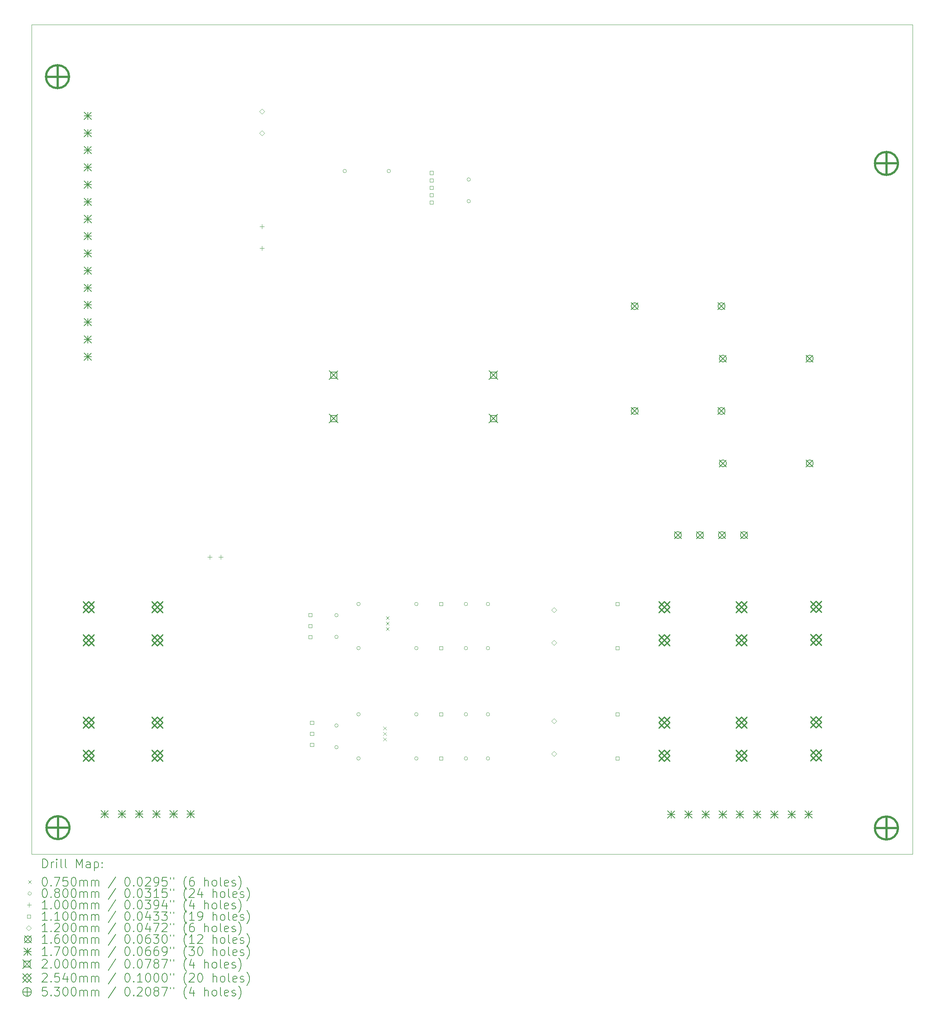
<source format=gbr>
%TF.GenerationSoftware,KiCad,Pcbnew,7.0.10-7.0.10~ubuntu22.04.1*%
%TF.CreationDate,2024-02-02T11:32:49-05:00*%
%TF.ProjectId,sys11c-power-supply,73797331-3163-42d7-906f-7765722d7375,1.0*%
%TF.SameCoordinates,Original*%
%TF.FileFunction,Drillmap*%
%TF.FilePolarity,Positive*%
%FSLAX45Y45*%
G04 Gerber Fmt 4.5, Leading zero omitted, Abs format (unit mm)*
G04 Created by KiCad (PCBNEW 7.0.10-7.0.10~ubuntu22.04.1) date 2024-02-02 11:32:49*
%MOMM*%
%LPD*%
G01*
G04 APERTURE LIST*
%ADD10C,0.100000*%
%ADD11C,0.200000*%
%ADD12C,0.110000*%
%ADD13C,0.120000*%
%ADD14C,0.160000*%
%ADD15C,0.170000*%
%ADD16C,0.254000*%
%ADD17C,0.530000*%
G04 APERTURE END LIST*
D10*
X7134860Y-3294380D02*
X27434860Y-3294380D01*
X27434860Y-22394380D01*
X7134860Y-22394380D01*
X7134860Y-3294380D01*
D11*
D10*
X15238500Y-19457000D02*
X15313500Y-19532000D01*
X15313500Y-19457000D02*
X15238500Y-19532000D01*
X15238500Y-19584000D02*
X15313500Y-19659000D01*
X15313500Y-19584000D02*
X15238500Y-19659000D01*
X15238500Y-19711000D02*
X15313500Y-19786000D01*
X15313500Y-19711000D02*
X15238500Y-19786000D01*
X15302000Y-16917000D02*
X15377000Y-16992000D01*
X15377000Y-16917000D02*
X15302000Y-16992000D01*
X15302000Y-17044000D02*
X15377000Y-17119000D01*
X15377000Y-17044000D02*
X15302000Y-17119000D01*
X15302000Y-17171000D02*
X15377000Y-17246000D01*
X15377000Y-17171000D02*
X15302000Y-17246000D01*
X14200500Y-16895000D02*
G75*
G03*
X14120500Y-16895000I-40000J0D01*
G01*
X14120500Y-16895000D02*
G75*
G03*
X14200500Y-16895000I40000J0D01*
G01*
X14200500Y-17395000D02*
G75*
G03*
X14120500Y-17395000I-40000J0D01*
G01*
X14120500Y-17395000D02*
G75*
G03*
X14200500Y-17395000I40000J0D01*
G01*
X14200500Y-19435000D02*
G75*
G03*
X14120500Y-19435000I-40000J0D01*
G01*
X14120500Y-19435000D02*
G75*
G03*
X14200500Y-19435000I40000J0D01*
G01*
X14200500Y-19935000D02*
G75*
G03*
X14120500Y-19935000I-40000J0D01*
G01*
X14120500Y-19935000D02*
G75*
G03*
X14200500Y-19935000I40000J0D01*
G01*
X14391000Y-6667500D02*
G75*
G03*
X14311000Y-6667500I-40000J0D01*
G01*
X14311000Y-6667500D02*
G75*
G03*
X14391000Y-6667500I40000J0D01*
G01*
X14708500Y-16637000D02*
G75*
G03*
X14628500Y-16637000I-40000J0D01*
G01*
X14628500Y-16637000D02*
G75*
G03*
X14708500Y-16637000I40000J0D01*
G01*
X14708500Y-17653000D02*
G75*
G03*
X14628500Y-17653000I-40000J0D01*
G01*
X14628500Y-17653000D02*
G75*
G03*
X14708500Y-17653000I40000J0D01*
G01*
X14708500Y-19177000D02*
G75*
G03*
X14628500Y-19177000I-40000J0D01*
G01*
X14628500Y-19177000D02*
G75*
G03*
X14708500Y-19177000I40000J0D01*
G01*
X14708500Y-20193000D02*
G75*
G03*
X14628500Y-20193000I-40000J0D01*
G01*
X14628500Y-20193000D02*
G75*
G03*
X14708500Y-20193000I40000J0D01*
G01*
X15407000Y-6667500D02*
G75*
G03*
X15327000Y-6667500I-40000J0D01*
G01*
X15327000Y-6667500D02*
G75*
G03*
X15407000Y-6667500I40000J0D01*
G01*
X16042000Y-16637000D02*
G75*
G03*
X15962000Y-16637000I-40000J0D01*
G01*
X15962000Y-16637000D02*
G75*
G03*
X16042000Y-16637000I40000J0D01*
G01*
X16042000Y-17653000D02*
G75*
G03*
X15962000Y-17653000I-40000J0D01*
G01*
X15962000Y-17653000D02*
G75*
G03*
X16042000Y-17653000I40000J0D01*
G01*
X16042000Y-19177000D02*
G75*
G03*
X15962000Y-19177000I-40000J0D01*
G01*
X15962000Y-19177000D02*
G75*
G03*
X16042000Y-19177000I40000J0D01*
G01*
X16042000Y-20193000D02*
G75*
G03*
X15962000Y-20193000I-40000J0D01*
G01*
X15962000Y-20193000D02*
G75*
G03*
X16042000Y-20193000I40000J0D01*
G01*
X17185000Y-16637000D02*
G75*
G03*
X17105000Y-16637000I-40000J0D01*
G01*
X17105000Y-16637000D02*
G75*
G03*
X17185000Y-16637000I40000J0D01*
G01*
X17185000Y-17653000D02*
G75*
G03*
X17105000Y-17653000I-40000J0D01*
G01*
X17105000Y-17653000D02*
G75*
G03*
X17185000Y-17653000I40000J0D01*
G01*
X17185000Y-19177000D02*
G75*
G03*
X17105000Y-19177000I-40000J0D01*
G01*
X17105000Y-19177000D02*
G75*
G03*
X17185000Y-19177000I40000J0D01*
G01*
X17185000Y-20193000D02*
G75*
G03*
X17105000Y-20193000I-40000J0D01*
G01*
X17105000Y-20193000D02*
G75*
G03*
X17185000Y-20193000I40000J0D01*
G01*
X17248500Y-6862000D02*
G75*
G03*
X17168500Y-6862000I-40000J0D01*
G01*
X17168500Y-6862000D02*
G75*
G03*
X17248500Y-6862000I40000J0D01*
G01*
X17248500Y-7362000D02*
G75*
G03*
X17168500Y-7362000I-40000J0D01*
G01*
X17168500Y-7362000D02*
G75*
G03*
X17248500Y-7362000I40000J0D01*
G01*
X17693000Y-16637000D02*
G75*
G03*
X17613000Y-16637000I-40000J0D01*
G01*
X17613000Y-16637000D02*
G75*
G03*
X17693000Y-16637000I40000J0D01*
G01*
X17693000Y-17653000D02*
G75*
G03*
X17613000Y-17653000I-40000J0D01*
G01*
X17613000Y-17653000D02*
G75*
G03*
X17693000Y-17653000I40000J0D01*
G01*
X17693000Y-19177000D02*
G75*
G03*
X17613000Y-19177000I-40000J0D01*
G01*
X17613000Y-19177000D02*
G75*
G03*
X17693000Y-19177000I40000J0D01*
G01*
X17693000Y-20193000D02*
G75*
G03*
X17613000Y-20193000I-40000J0D01*
G01*
X17613000Y-20193000D02*
G75*
G03*
X17693000Y-20193000I40000J0D01*
G01*
X11239000Y-15507500D02*
X11239000Y-15607500D01*
X11189000Y-15557500D02*
X11289000Y-15557500D01*
X11493000Y-15507500D02*
X11493000Y-15607500D01*
X11443000Y-15557500D02*
X11543000Y-15557500D01*
X12446000Y-7895500D02*
X12446000Y-7995500D01*
X12396000Y-7945500D02*
X12496000Y-7945500D01*
X12446000Y-8395500D02*
X12446000Y-8495500D01*
X12396000Y-8445500D02*
X12496000Y-8445500D01*
D12*
X13598391Y-16929891D02*
X13598391Y-16852109D01*
X13520609Y-16852109D01*
X13520609Y-16929891D01*
X13598391Y-16929891D01*
X13598391Y-17183891D02*
X13598391Y-17106109D01*
X13520609Y-17106109D01*
X13520609Y-17183891D01*
X13598391Y-17183891D01*
X13598391Y-17437891D02*
X13598391Y-17360109D01*
X13520609Y-17360109D01*
X13520609Y-17437891D01*
X13598391Y-17437891D01*
X13633951Y-19406391D02*
X13633951Y-19328609D01*
X13556169Y-19328609D01*
X13556169Y-19406391D01*
X13633951Y-19406391D01*
X13633951Y-19660391D02*
X13633951Y-19582609D01*
X13556169Y-19582609D01*
X13556169Y-19660391D01*
X13633951Y-19660391D01*
X13633951Y-19914391D02*
X13633951Y-19836609D01*
X13556169Y-19836609D01*
X13556169Y-19914391D01*
X13633951Y-19914391D01*
X16389391Y-6747391D02*
X16389391Y-6669609D01*
X16311609Y-6669609D01*
X16311609Y-6747391D01*
X16389391Y-6747391D01*
X16389391Y-6917391D02*
X16389391Y-6839609D01*
X16311609Y-6839609D01*
X16311609Y-6917391D01*
X16389391Y-6917391D01*
X16389391Y-7087391D02*
X16389391Y-7009609D01*
X16311609Y-7009609D01*
X16311609Y-7087391D01*
X16389391Y-7087391D01*
X16389391Y-7257391D02*
X16389391Y-7179609D01*
X16311609Y-7179609D01*
X16311609Y-7257391D01*
X16389391Y-7257391D01*
X16389391Y-7427391D02*
X16389391Y-7349609D01*
X16311609Y-7349609D01*
X16311609Y-7427391D01*
X16389391Y-7427391D01*
X16612391Y-16675891D02*
X16612391Y-16598109D01*
X16534609Y-16598109D01*
X16534609Y-16675891D01*
X16612391Y-16675891D01*
X16612391Y-17691891D02*
X16612391Y-17614109D01*
X16534609Y-17614109D01*
X16534609Y-17691891D01*
X16612391Y-17691891D01*
X16612391Y-19215891D02*
X16612391Y-19138109D01*
X16534609Y-19138109D01*
X16534609Y-19215891D01*
X16612391Y-19215891D01*
X16612391Y-20231891D02*
X16612391Y-20154109D01*
X16534609Y-20154109D01*
X16534609Y-20231891D01*
X16612391Y-20231891D01*
X20676391Y-16675891D02*
X20676391Y-16598109D01*
X20598609Y-16598109D01*
X20598609Y-16675891D01*
X20676391Y-16675891D01*
X20676391Y-17691891D02*
X20676391Y-17614109D01*
X20598609Y-17614109D01*
X20598609Y-17691891D01*
X20676391Y-17691891D01*
X20676391Y-19215891D02*
X20676391Y-19138109D01*
X20598609Y-19138109D01*
X20598609Y-19215891D01*
X20676391Y-19215891D01*
X20676391Y-20231891D02*
X20676391Y-20154109D01*
X20598609Y-20154109D01*
X20598609Y-20231891D01*
X20676391Y-20231891D01*
D13*
X12446000Y-5352104D02*
X12506000Y-5292104D01*
X12446000Y-5232104D01*
X12386000Y-5292104D01*
X12446000Y-5352104D01*
X12446000Y-5852104D02*
X12506000Y-5792104D01*
X12446000Y-5732104D01*
X12386000Y-5792104D01*
X12446000Y-5852104D01*
X19177000Y-16836000D02*
X19237000Y-16776000D01*
X19177000Y-16716000D01*
X19117000Y-16776000D01*
X19177000Y-16836000D01*
X19177000Y-17586000D02*
X19237000Y-17526000D01*
X19177000Y-17466000D01*
X19117000Y-17526000D01*
X19177000Y-17586000D01*
X19177000Y-19393725D02*
X19237000Y-19333725D01*
X19177000Y-19273725D01*
X19117000Y-19333725D01*
X19177000Y-19393725D01*
X19177000Y-20143725D02*
X19237000Y-20083725D01*
X19177000Y-20023725D01*
X19117000Y-20083725D01*
X19177000Y-20143725D01*
D14*
X20954500Y-9699000D02*
X21114500Y-9859000D01*
X21114500Y-9699000D02*
X20954500Y-9859000D01*
X21114500Y-9779000D02*
G75*
G03*
X20954500Y-9779000I-80000J0D01*
G01*
X20954500Y-9779000D02*
G75*
G03*
X21114500Y-9779000I80000J0D01*
G01*
X20954500Y-12112000D02*
X21114500Y-12272000D01*
X21114500Y-12112000D02*
X20954500Y-12272000D01*
X21114500Y-12192000D02*
G75*
G03*
X20954500Y-12192000I-80000J0D01*
G01*
X20954500Y-12192000D02*
G75*
G03*
X21114500Y-12192000I80000J0D01*
G01*
X21949420Y-14969500D02*
X22109420Y-15129500D01*
X22109420Y-14969500D02*
X21949420Y-15129500D01*
X22109420Y-15049500D02*
G75*
G03*
X21949420Y-15049500I-80000J0D01*
G01*
X21949420Y-15049500D02*
G75*
G03*
X22109420Y-15049500I80000J0D01*
G01*
X22457420Y-14969500D02*
X22617420Y-15129500D01*
X22617420Y-14969500D02*
X22457420Y-15129500D01*
X22617420Y-15049500D02*
G75*
G03*
X22457420Y-15049500I-80000J0D01*
G01*
X22457420Y-15049500D02*
G75*
G03*
X22617420Y-15049500I80000J0D01*
G01*
X22954500Y-9699000D02*
X23114500Y-9859000D01*
X23114500Y-9699000D02*
X22954500Y-9859000D01*
X23114500Y-9779000D02*
G75*
G03*
X22954500Y-9779000I-80000J0D01*
G01*
X22954500Y-9779000D02*
G75*
G03*
X23114500Y-9779000I80000J0D01*
G01*
X22954500Y-12112000D02*
X23114500Y-12272000D01*
X23114500Y-12112000D02*
X22954500Y-12272000D01*
X23114500Y-12192000D02*
G75*
G03*
X22954500Y-12192000I-80000J0D01*
G01*
X22954500Y-12192000D02*
G75*
G03*
X23114500Y-12192000I80000J0D01*
G01*
X22965420Y-14969500D02*
X23125420Y-15129500D01*
X23125420Y-14969500D02*
X22965420Y-15129500D01*
X23125420Y-15049500D02*
G75*
G03*
X22965420Y-15049500I-80000J0D01*
G01*
X22965420Y-15049500D02*
G75*
G03*
X23125420Y-15049500I80000J0D01*
G01*
X22986500Y-10905500D02*
X23146500Y-11065500D01*
X23146500Y-10905500D02*
X22986500Y-11065500D01*
X23146500Y-10985500D02*
G75*
G03*
X22986500Y-10985500I-80000J0D01*
G01*
X22986500Y-10985500D02*
G75*
G03*
X23146500Y-10985500I80000J0D01*
G01*
X22986500Y-13318500D02*
X23146500Y-13478500D01*
X23146500Y-13318500D02*
X22986500Y-13478500D01*
X23146500Y-13398500D02*
G75*
G03*
X22986500Y-13398500I-80000J0D01*
G01*
X22986500Y-13398500D02*
G75*
G03*
X23146500Y-13398500I80000J0D01*
G01*
X23473420Y-14969500D02*
X23633420Y-15129500D01*
X23633420Y-14969500D02*
X23473420Y-15129500D01*
X23633420Y-15049500D02*
G75*
G03*
X23473420Y-15049500I-80000J0D01*
G01*
X23473420Y-15049500D02*
G75*
G03*
X23633420Y-15049500I80000J0D01*
G01*
X24986500Y-10905500D02*
X25146500Y-11065500D01*
X25146500Y-10905500D02*
X24986500Y-11065500D01*
X25146500Y-10985500D02*
G75*
G03*
X24986500Y-10985500I-80000J0D01*
G01*
X24986500Y-10985500D02*
G75*
G03*
X25146500Y-10985500I80000J0D01*
G01*
X24986500Y-13318500D02*
X25146500Y-13478500D01*
X25146500Y-13318500D02*
X24986500Y-13478500D01*
X25146500Y-13398500D02*
G75*
G03*
X24986500Y-13398500I-80000J0D01*
G01*
X24986500Y-13398500D02*
G75*
G03*
X25146500Y-13398500I80000J0D01*
G01*
D15*
X8344820Y-5310120D02*
X8514820Y-5480120D01*
X8514820Y-5310120D02*
X8344820Y-5480120D01*
X8429820Y-5310120D02*
X8429820Y-5480120D01*
X8344820Y-5395120D02*
X8514820Y-5395120D01*
X8344820Y-5706120D02*
X8514820Y-5876120D01*
X8514820Y-5706120D02*
X8344820Y-5876120D01*
X8429820Y-5706120D02*
X8429820Y-5876120D01*
X8344820Y-5791120D02*
X8514820Y-5791120D01*
X8344820Y-6102120D02*
X8514820Y-6272120D01*
X8514820Y-6102120D02*
X8344820Y-6272120D01*
X8429820Y-6102120D02*
X8429820Y-6272120D01*
X8344820Y-6187120D02*
X8514820Y-6187120D01*
X8344820Y-6498120D02*
X8514820Y-6668120D01*
X8514820Y-6498120D02*
X8344820Y-6668120D01*
X8429820Y-6498120D02*
X8429820Y-6668120D01*
X8344820Y-6583120D02*
X8514820Y-6583120D01*
X8344820Y-6894120D02*
X8514820Y-7064120D01*
X8514820Y-6894120D02*
X8344820Y-7064120D01*
X8429820Y-6894120D02*
X8429820Y-7064120D01*
X8344820Y-6979120D02*
X8514820Y-6979120D01*
X8344820Y-7290120D02*
X8514820Y-7460120D01*
X8514820Y-7290120D02*
X8344820Y-7460120D01*
X8429820Y-7290120D02*
X8429820Y-7460120D01*
X8344820Y-7375120D02*
X8514820Y-7375120D01*
X8344820Y-7686120D02*
X8514820Y-7856120D01*
X8514820Y-7686120D02*
X8344820Y-7856120D01*
X8429820Y-7686120D02*
X8429820Y-7856120D01*
X8344820Y-7771120D02*
X8514820Y-7771120D01*
X8344820Y-8082120D02*
X8514820Y-8252120D01*
X8514820Y-8082120D02*
X8344820Y-8252120D01*
X8429820Y-8082120D02*
X8429820Y-8252120D01*
X8344820Y-8167120D02*
X8514820Y-8167120D01*
X8344820Y-8478120D02*
X8514820Y-8648120D01*
X8514820Y-8478120D02*
X8344820Y-8648120D01*
X8429820Y-8478120D02*
X8429820Y-8648120D01*
X8344820Y-8563120D02*
X8514820Y-8563120D01*
X8344820Y-8874120D02*
X8514820Y-9044120D01*
X8514820Y-8874120D02*
X8344820Y-9044120D01*
X8429820Y-8874120D02*
X8429820Y-9044120D01*
X8344820Y-8959120D02*
X8514820Y-8959120D01*
X8344820Y-9270120D02*
X8514820Y-9440120D01*
X8514820Y-9270120D02*
X8344820Y-9440120D01*
X8429820Y-9270120D02*
X8429820Y-9440120D01*
X8344820Y-9355120D02*
X8514820Y-9355120D01*
X8344820Y-9666120D02*
X8514820Y-9836120D01*
X8514820Y-9666120D02*
X8344820Y-9836120D01*
X8429820Y-9666120D02*
X8429820Y-9836120D01*
X8344820Y-9751120D02*
X8514820Y-9751120D01*
X8344820Y-10062120D02*
X8514820Y-10232120D01*
X8514820Y-10062120D02*
X8344820Y-10232120D01*
X8429820Y-10062120D02*
X8429820Y-10232120D01*
X8344820Y-10147120D02*
X8514820Y-10147120D01*
X8344820Y-10458120D02*
X8514820Y-10628120D01*
X8514820Y-10458120D02*
X8344820Y-10628120D01*
X8429820Y-10458120D02*
X8429820Y-10628120D01*
X8344820Y-10543120D02*
X8514820Y-10543120D01*
X8344820Y-10854120D02*
X8514820Y-11024120D01*
X8514820Y-10854120D02*
X8344820Y-11024120D01*
X8429820Y-10854120D02*
X8429820Y-11024120D01*
X8344820Y-10939120D02*
X8514820Y-10939120D01*
X8738320Y-21389240D02*
X8908320Y-21559240D01*
X8908320Y-21389240D02*
X8738320Y-21559240D01*
X8823320Y-21389240D02*
X8823320Y-21559240D01*
X8738320Y-21474240D02*
X8908320Y-21474240D01*
X9134320Y-21389240D02*
X9304320Y-21559240D01*
X9304320Y-21389240D02*
X9134320Y-21559240D01*
X9219320Y-21389240D02*
X9219320Y-21559240D01*
X9134320Y-21474240D02*
X9304320Y-21474240D01*
X9530320Y-21389240D02*
X9700320Y-21559240D01*
X9700320Y-21389240D02*
X9530320Y-21559240D01*
X9615320Y-21389240D02*
X9615320Y-21559240D01*
X9530320Y-21474240D02*
X9700320Y-21474240D01*
X9926320Y-21389240D02*
X10096320Y-21559240D01*
X10096320Y-21389240D02*
X9926320Y-21559240D01*
X10011320Y-21389240D02*
X10011320Y-21559240D01*
X9926320Y-21474240D02*
X10096320Y-21474240D01*
X10322320Y-21389240D02*
X10492320Y-21559240D01*
X10492320Y-21389240D02*
X10322320Y-21559240D01*
X10407320Y-21389240D02*
X10407320Y-21559240D01*
X10322320Y-21474240D02*
X10492320Y-21474240D01*
X10718320Y-21389240D02*
X10888320Y-21559240D01*
X10888320Y-21389240D02*
X10718320Y-21559240D01*
X10803320Y-21389240D02*
X10803320Y-21559240D01*
X10718320Y-21474240D02*
X10888320Y-21474240D01*
X21791740Y-21397660D02*
X21961740Y-21567660D01*
X21961740Y-21397660D02*
X21791740Y-21567660D01*
X21876740Y-21397660D02*
X21876740Y-21567660D01*
X21791740Y-21482660D02*
X21961740Y-21482660D01*
X22187740Y-21397660D02*
X22357740Y-21567660D01*
X22357740Y-21397660D02*
X22187740Y-21567660D01*
X22272740Y-21397660D02*
X22272740Y-21567660D01*
X22187740Y-21482660D02*
X22357740Y-21482660D01*
X22583740Y-21397660D02*
X22753740Y-21567660D01*
X22753740Y-21397660D02*
X22583740Y-21567660D01*
X22668740Y-21397660D02*
X22668740Y-21567660D01*
X22583740Y-21482660D02*
X22753740Y-21482660D01*
X22979740Y-21397660D02*
X23149740Y-21567660D01*
X23149740Y-21397660D02*
X22979740Y-21567660D01*
X23064740Y-21397660D02*
X23064740Y-21567660D01*
X22979740Y-21482660D02*
X23149740Y-21482660D01*
X23375740Y-21397660D02*
X23545740Y-21567660D01*
X23545740Y-21397660D02*
X23375740Y-21567660D01*
X23460740Y-21397660D02*
X23460740Y-21567660D01*
X23375740Y-21482660D02*
X23545740Y-21482660D01*
X23771740Y-21397660D02*
X23941740Y-21567660D01*
X23941740Y-21397660D02*
X23771740Y-21567660D01*
X23856740Y-21397660D02*
X23856740Y-21567660D01*
X23771740Y-21482660D02*
X23941740Y-21482660D01*
X24167740Y-21397660D02*
X24337740Y-21567660D01*
X24337740Y-21397660D02*
X24167740Y-21567660D01*
X24252740Y-21397660D02*
X24252740Y-21567660D01*
X24167740Y-21482660D02*
X24337740Y-21482660D01*
X24563740Y-21397660D02*
X24733740Y-21567660D01*
X24733740Y-21397660D02*
X24563740Y-21567660D01*
X24648740Y-21397660D02*
X24648740Y-21567660D01*
X24563740Y-21482660D02*
X24733740Y-21482660D01*
X24959740Y-21397660D02*
X25129740Y-21567660D01*
X25129740Y-21397660D02*
X24959740Y-21567660D01*
X25044740Y-21397660D02*
X25044740Y-21567660D01*
X24959740Y-21482660D02*
X25129740Y-21482660D01*
D11*
X13997000Y-11266500D02*
X14197000Y-11466500D01*
X14197000Y-11266500D02*
X13997000Y-11466500D01*
X14167711Y-11437211D02*
X14167711Y-11295789D01*
X14026289Y-11295789D01*
X14026289Y-11437211D01*
X14167711Y-11437211D01*
X13997000Y-12266500D02*
X14197000Y-12466500D01*
X14197000Y-12266500D02*
X13997000Y-12466500D01*
X14167711Y-12437211D02*
X14167711Y-12295789D01*
X14026289Y-12295789D01*
X14026289Y-12437211D01*
X14167711Y-12437211D01*
X17680000Y-11266500D02*
X17880000Y-11466500D01*
X17880000Y-11266500D02*
X17680000Y-11466500D01*
X17850711Y-11437211D02*
X17850711Y-11295789D01*
X17709289Y-11295789D01*
X17709289Y-11437211D01*
X17850711Y-11437211D01*
X17680000Y-12266500D02*
X17880000Y-12466500D01*
X17880000Y-12266500D02*
X17680000Y-12466500D01*
X17850711Y-12437211D02*
X17850711Y-12295789D01*
X17709289Y-12295789D01*
X17709289Y-12437211D01*
X17850711Y-12437211D01*
D16*
X8318500Y-16577500D02*
X8572500Y-16831500D01*
X8572500Y-16577500D02*
X8318500Y-16831500D01*
X8445500Y-16831500D02*
X8572500Y-16704500D01*
X8445500Y-16577500D01*
X8318500Y-16704500D01*
X8445500Y-16831500D01*
X8318500Y-17339500D02*
X8572500Y-17593500D01*
X8572500Y-17339500D02*
X8318500Y-17593500D01*
X8445500Y-17593500D02*
X8572500Y-17466500D01*
X8445500Y-17339500D01*
X8318500Y-17466500D01*
X8445500Y-17593500D01*
X8318500Y-19236500D02*
X8572500Y-19490500D01*
X8572500Y-19236500D02*
X8318500Y-19490500D01*
X8445500Y-19490500D02*
X8572500Y-19363500D01*
X8445500Y-19236500D01*
X8318500Y-19363500D01*
X8445500Y-19490500D01*
X8318500Y-19998500D02*
X8572500Y-20252500D01*
X8572500Y-19998500D02*
X8318500Y-20252500D01*
X8445500Y-20252500D02*
X8572500Y-20125500D01*
X8445500Y-19998500D01*
X8318500Y-20125500D01*
X8445500Y-20252500D01*
X9906000Y-16577500D02*
X10160000Y-16831500D01*
X10160000Y-16577500D02*
X9906000Y-16831500D01*
X10033000Y-16831500D02*
X10160000Y-16704500D01*
X10033000Y-16577500D01*
X9906000Y-16704500D01*
X10033000Y-16831500D01*
X9906000Y-17339500D02*
X10160000Y-17593500D01*
X10160000Y-17339500D02*
X9906000Y-17593500D01*
X10033000Y-17593500D02*
X10160000Y-17466500D01*
X10033000Y-17339500D01*
X9906000Y-17466500D01*
X10033000Y-17593500D01*
X9906000Y-19236500D02*
X10160000Y-19490500D01*
X10160000Y-19236500D02*
X9906000Y-19490500D01*
X10033000Y-19490500D02*
X10160000Y-19363500D01*
X10033000Y-19236500D01*
X9906000Y-19363500D01*
X10033000Y-19490500D01*
X9906000Y-19998500D02*
X10160000Y-20252500D01*
X10160000Y-19998500D02*
X9906000Y-20252500D01*
X10033000Y-20252500D02*
X10160000Y-20125500D01*
X10033000Y-19998500D01*
X9906000Y-20125500D01*
X10033000Y-20252500D01*
X21590000Y-16577500D02*
X21844000Y-16831500D01*
X21844000Y-16577500D02*
X21590000Y-16831500D01*
X21717000Y-16831500D02*
X21844000Y-16704500D01*
X21717000Y-16577500D01*
X21590000Y-16704500D01*
X21717000Y-16831500D01*
X21590000Y-17339500D02*
X21844000Y-17593500D01*
X21844000Y-17339500D02*
X21590000Y-17593500D01*
X21717000Y-17593500D02*
X21844000Y-17466500D01*
X21717000Y-17339500D01*
X21590000Y-17466500D01*
X21717000Y-17593500D01*
X21590000Y-19236500D02*
X21844000Y-19490500D01*
X21844000Y-19236500D02*
X21590000Y-19490500D01*
X21717000Y-19490500D02*
X21844000Y-19363500D01*
X21717000Y-19236500D01*
X21590000Y-19363500D01*
X21717000Y-19490500D01*
X21590000Y-19998500D02*
X21844000Y-20252500D01*
X21844000Y-19998500D02*
X21590000Y-20252500D01*
X21717000Y-20252500D02*
X21844000Y-20125500D01*
X21717000Y-19998500D01*
X21590000Y-20125500D01*
X21717000Y-20252500D01*
X23368000Y-16577500D02*
X23622000Y-16831500D01*
X23622000Y-16577500D02*
X23368000Y-16831500D01*
X23495000Y-16831500D02*
X23622000Y-16704500D01*
X23495000Y-16577500D01*
X23368000Y-16704500D01*
X23495000Y-16831500D01*
X23368000Y-17339500D02*
X23622000Y-17593500D01*
X23622000Y-17339500D02*
X23368000Y-17593500D01*
X23495000Y-17593500D02*
X23622000Y-17466500D01*
X23495000Y-17339500D01*
X23368000Y-17466500D01*
X23495000Y-17593500D01*
X23368000Y-19236500D02*
X23622000Y-19490500D01*
X23622000Y-19236500D02*
X23368000Y-19490500D01*
X23495000Y-19490500D02*
X23622000Y-19363500D01*
X23495000Y-19236500D01*
X23368000Y-19363500D01*
X23495000Y-19490500D01*
X23368000Y-19998500D02*
X23622000Y-20252500D01*
X23622000Y-19998500D02*
X23368000Y-20252500D01*
X23495000Y-20252500D02*
X23622000Y-20125500D01*
X23495000Y-19998500D01*
X23368000Y-20125500D01*
X23495000Y-20252500D01*
X25082500Y-16573500D02*
X25336500Y-16827500D01*
X25336500Y-16573500D02*
X25082500Y-16827500D01*
X25209500Y-16827500D02*
X25336500Y-16700500D01*
X25209500Y-16573500D01*
X25082500Y-16700500D01*
X25209500Y-16827500D01*
X25082500Y-17335500D02*
X25336500Y-17589500D01*
X25336500Y-17335500D02*
X25082500Y-17589500D01*
X25209500Y-17589500D02*
X25336500Y-17462500D01*
X25209500Y-17335500D01*
X25082500Y-17462500D01*
X25209500Y-17589500D01*
X25082500Y-19232500D02*
X25336500Y-19486500D01*
X25336500Y-19232500D02*
X25082500Y-19486500D01*
X25209500Y-19486500D02*
X25336500Y-19359500D01*
X25209500Y-19232500D01*
X25082500Y-19359500D01*
X25209500Y-19486500D01*
X25082500Y-19994500D02*
X25336500Y-20248500D01*
X25336500Y-19994500D02*
X25082500Y-20248500D01*
X25209500Y-20248500D02*
X25336500Y-20121500D01*
X25209500Y-19994500D01*
X25082500Y-20121500D01*
X25209500Y-20248500D01*
D17*
X7732320Y-4229380D02*
X7732320Y-4759380D01*
X7467320Y-4494380D02*
X7997320Y-4494380D01*
X7997320Y-4494380D02*
G75*
G03*
X7467320Y-4494380I-265000J0D01*
G01*
X7467320Y-4494380D02*
G75*
G03*
X7997320Y-4494380I265000J0D01*
G01*
X7742480Y-21522600D02*
X7742480Y-22052600D01*
X7477480Y-21787600D02*
X8007480Y-21787600D01*
X8007480Y-21787600D02*
G75*
G03*
X7477480Y-21787600I-265000J0D01*
G01*
X7477480Y-21787600D02*
G75*
G03*
X8007480Y-21787600I265000J0D01*
G01*
X26834520Y-21530180D02*
X26834520Y-22060180D01*
X26569520Y-21795180D02*
X27099520Y-21795180D01*
X27099520Y-21795180D02*
G75*
G03*
X26569520Y-21795180I-265000J0D01*
G01*
X26569520Y-21795180D02*
G75*
G03*
X27099520Y-21795180I265000J0D01*
G01*
X26834580Y-6226800D02*
X26834580Y-6756800D01*
X26569580Y-6491800D02*
X27099580Y-6491800D01*
X27099580Y-6491800D02*
G75*
G03*
X26569580Y-6491800I-265000J0D01*
G01*
X26569580Y-6491800D02*
G75*
G03*
X27099580Y-6491800I265000J0D01*
G01*
D11*
X7390637Y-22710864D02*
X7390637Y-22510864D01*
X7390637Y-22510864D02*
X7438256Y-22510864D01*
X7438256Y-22510864D02*
X7466827Y-22520388D01*
X7466827Y-22520388D02*
X7485875Y-22539435D01*
X7485875Y-22539435D02*
X7495399Y-22558483D01*
X7495399Y-22558483D02*
X7504922Y-22596578D01*
X7504922Y-22596578D02*
X7504922Y-22625149D01*
X7504922Y-22625149D02*
X7495399Y-22663245D01*
X7495399Y-22663245D02*
X7485875Y-22682292D01*
X7485875Y-22682292D02*
X7466827Y-22701340D01*
X7466827Y-22701340D02*
X7438256Y-22710864D01*
X7438256Y-22710864D02*
X7390637Y-22710864D01*
X7590637Y-22710864D02*
X7590637Y-22577530D01*
X7590637Y-22615626D02*
X7600161Y-22596578D01*
X7600161Y-22596578D02*
X7609684Y-22587054D01*
X7609684Y-22587054D02*
X7628732Y-22577530D01*
X7628732Y-22577530D02*
X7647780Y-22577530D01*
X7714446Y-22710864D02*
X7714446Y-22577530D01*
X7714446Y-22510864D02*
X7704922Y-22520388D01*
X7704922Y-22520388D02*
X7714446Y-22529911D01*
X7714446Y-22529911D02*
X7723970Y-22520388D01*
X7723970Y-22520388D02*
X7714446Y-22510864D01*
X7714446Y-22510864D02*
X7714446Y-22529911D01*
X7838256Y-22710864D02*
X7819208Y-22701340D01*
X7819208Y-22701340D02*
X7809684Y-22682292D01*
X7809684Y-22682292D02*
X7809684Y-22510864D01*
X7943018Y-22710864D02*
X7923970Y-22701340D01*
X7923970Y-22701340D02*
X7914446Y-22682292D01*
X7914446Y-22682292D02*
X7914446Y-22510864D01*
X8171589Y-22710864D02*
X8171589Y-22510864D01*
X8171589Y-22510864D02*
X8238256Y-22653721D01*
X8238256Y-22653721D02*
X8304922Y-22510864D01*
X8304922Y-22510864D02*
X8304922Y-22710864D01*
X8485875Y-22710864D02*
X8485875Y-22606102D01*
X8485875Y-22606102D02*
X8476351Y-22587054D01*
X8476351Y-22587054D02*
X8457304Y-22577530D01*
X8457304Y-22577530D02*
X8419208Y-22577530D01*
X8419208Y-22577530D02*
X8400161Y-22587054D01*
X8485875Y-22701340D02*
X8466827Y-22710864D01*
X8466827Y-22710864D02*
X8419208Y-22710864D01*
X8419208Y-22710864D02*
X8400161Y-22701340D01*
X8400161Y-22701340D02*
X8390637Y-22682292D01*
X8390637Y-22682292D02*
X8390637Y-22663245D01*
X8390637Y-22663245D02*
X8400161Y-22644197D01*
X8400161Y-22644197D02*
X8419208Y-22634673D01*
X8419208Y-22634673D02*
X8466827Y-22634673D01*
X8466827Y-22634673D02*
X8485875Y-22625149D01*
X8581113Y-22577530D02*
X8581113Y-22777530D01*
X8581113Y-22587054D02*
X8600161Y-22577530D01*
X8600161Y-22577530D02*
X8638256Y-22577530D01*
X8638256Y-22577530D02*
X8657304Y-22587054D01*
X8657304Y-22587054D02*
X8666827Y-22596578D01*
X8666827Y-22596578D02*
X8676351Y-22615626D01*
X8676351Y-22615626D02*
X8676351Y-22672768D01*
X8676351Y-22672768D02*
X8666827Y-22691816D01*
X8666827Y-22691816D02*
X8657304Y-22701340D01*
X8657304Y-22701340D02*
X8638256Y-22710864D01*
X8638256Y-22710864D02*
X8600161Y-22710864D01*
X8600161Y-22710864D02*
X8581113Y-22701340D01*
X8762065Y-22691816D02*
X8771589Y-22701340D01*
X8771589Y-22701340D02*
X8762065Y-22710864D01*
X8762065Y-22710864D02*
X8752542Y-22701340D01*
X8752542Y-22701340D02*
X8762065Y-22691816D01*
X8762065Y-22691816D02*
X8762065Y-22710864D01*
X8762065Y-22587054D02*
X8771589Y-22596578D01*
X8771589Y-22596578D02*
X8762065Y-22606102D01*
X8762065Y-22606102D02*
X8752542Y-22596578D01*
X8752542Y-22596578D02*
X8762065Y-22587054D01*
X8762065Y-22587054D02*
X8762065Y-22606102D01*
D10*
X7054860Y-23001880D02*
X7129860Y-23076880D01*
X7129860Y-23001880D02*
X7054860Y-23076880D01*
D11*
X7428732Y-22930864D02*
X7447780Y-22930864D01*
X7447780Y-22930864D02*
X7466827Y-22940388D01*
X7466827Y-22940388D02*
X7476351Y-22949911D01*
X7476351Y-22949911D02*
X7485875Y-22968959D01*
X7485875Y-22968959D02*
X7495399Y-23007054D01*
X7495399Y-23007054D02*
X7495399Y-23054673D01*
X7495399Y-23054673D02*
X7485875Y-23092768D01*
X7485875Y-23092768D02*
X7476351Y-23111816D01*
X7476351Y-23111816D02*
X7466827Y-23121340D01*
X7466827Y-23121340D02*
X7447780Y-23130864D01*
X7447780Y-23130864D02*
X7428732Y-23130864D01*
X7428732Y-23130864D02*
X7409684Y-23121340D01*
X7409684Y-23121340D02*
X7400161Y-23111816D01*
X7400161Y-23111816D02*
X7390637Y-23092768D01*
X7390637Y-23092768D02*
X7381113Y-23054673D01*
X7381113Y-23054673D02*
X7381113Y-23007054D01*
X7381113Y-23007054D02*
X7390637Y-22968959D01*
X7390637Y-22968959D02*
X7400161Y-22949911D01*
X7400161Y-22949911D02*
X7409684Y-22940388D01*
X7409684Y-22940388D02*
X7428732Y-22930864D01*
X7581113Y-23111816D02*
X7590637Y-23121340D01*
X7590637Y-23121340D02*
X7581113Y-23130864D01*
X7581113Y-23130864D02*
X7571589Y-23121340D01*
X7571589Y-23121340D02*
X7581113Y-23111816D01*
X7581113Y-23111816D02*
X7581113Y-23130864D01*
X7657303Y-22930864D02*
X7790637Y-22930864D01*
X7790637Y-22930864D02*
X7704922Y-23130864D01*
X7962065Y-22930864D02*
X7866827Y-22930864D01*
X7866827Y-22930864D02*
X7857303Y-23026102D01*
X7857303Y-23026102D02*
X7866827Y-23016578D01*
X7866827Y-23016578D02*
X7885875Y-23007054D01*
X7885875Y-23007054D02*
X7933494Y-23007054D01*
X7933494Y-23007054D02*
X7952542Y-23016578D01*
X7952542Y-23016578D02*
X7962065Y-23026102D01*
X7962065Y-23026102D02*
X7971589Y-23045149D01*
X7971589Y-23045149D02*
X7971589Y-23092768D01*
X7971589Y-23092768D02*
X7962065Y-23111816D01*
X7962065Y-23111816D02*
X7952542Y-23121340D01*
X7952542Y-23121340D02*
X7933494Y-23130864D01*
X7933494Y-23130864D02*
X7885875Y-23130864D01*
X7885875Y-23130864D02*
X7866827Y-23121340D01*
X7866827Y-23121340D02*
X7857303Y-23111816D01*
X8095399Y-22930864D02*
X8114446Y-22930864D01*
X8114446Y-22930864D02*
X8133494Y-22940388D01*
X8133494Y-22940388D02*
X8143018Y-22949911D01*
X8143018Y-22949911D02*
X8152542Y-22968959D01*
X8152542Y-22968959D02*
X8162065Y-23007054D01*
X8162065Y-23007054D02*
X8162065Y-23054673D01*
X8162065Y-23054673D02*
X8152542Y-23092768D01*
X8152542Y-23092768D02*
X8143018Y-23111816D01*
X8143018Y-23111816D02*
X8133494Y-23121340D01*
X8133494Y-23121340D02*
X8114446Y-23130864D01*
X8114446Y-23130864D02*
X8095399Y-23130864D01*
X8095399Y-23130864D02*
X8076351Y-23121340D01*
X8076351Y-23121340D02*
X8066827Y-23111816D01*
X8066827Y-23111816D02*
X8057303Y-23092768D01*
X8057303Y-23092768D02*
X8047780Y-23054673D01*
X8047780Y-23054673D02*
X8047780Y-23007054D01*
X8047780Y-23007054D02*
X8057303Y-22968959D01*
X8057303Y-22968959D02*
X8066827Y-22949911D01*
X8066827Y-22949911D02*
X8076351Y-22940388D01*
X8076351Y-22940388D02*
X8095399Y-22930864D01*
X8247780Y-23130864D02*
X8247780Y-22997530D01*
X8247780Y-23016578D02*
X8257303Y-23007054D01*
X8257303Y-23007054D02*
X8276351Y-22997530D01*
X8276351Y-22997530D02*
X8304923Y-22997530D01*
X8304923Y-22997530D02*
X8323970Y-23007054D01*
X8323970Y-23007054D02*
X8333494Y-23026102D01*
X8333494Y-23026102D02*
X8333494Y-23130864D01*
X8333494Y-23026102D02*
X8343018Y-23007054D01*
X8343018Y-23007054D02*
X8362065Y-22997530D01*
X8362065Y-22997530D02*
X8390637Y-22997530D01*
X8390637Y-22997530D02*
X8409685Y-23007054D01*
X8409685Y-23007054D02*
X8419208Y-23026102D01*
X8419208Y-23026102D02*
X8419208Y-23130864D01*
X8514446Y-23130864D02*
X8514446Y-22997530D01*
X8514446Y-23016578D02*
X8523970Y-23007054D01*
X8523970Y-23007054D02*
X8543018Y-22997530D01*
X8543018Y-22997530D02*
X8571589Y-22997530D01*
X8571589Y-22997530D02*
X8590637Y-23007054D01*
X8590637Y-23007054D02*
X8600161Y-23026102D01*
X8600161Y-23026102D02*
X8600161Y-23130864D01*
X8600161Y-23026102D02*
X8609685Y-23007054D01*
X8609685Y-23007054D02*
X8628732Y-22997530D01*
X8628732Y-22997530D02*
X8657304Y-22997530D01*
X8657304Y-22997530D02*
X8676351Y-23007054D01*
X8676351Y-23007054D02*
X8685875Y-23026102D01*
X8685875Y-23026102D02*
X8685875Y-23130864D01*
X9076351Y-22921340D02*
X8904923Y-23178483D01*
X9333494Y-22930864D02*
X9352542Y-22930864D01*
X9352542Y-22930864D02*
X9371589Y-22940388D01*
X9371589Y-22940388D02*
X9381113Y-22949911D01*
X9381113Y-22949911D02*
X9390637Y-22968959D01*
X9390637Y-22968959D02*
X9400161Y-23007054D01*
X9400161Y-23007054D02*
X9400161Y-23054673D01*
X9400161Y-23054673D02*
X9390637Y-23092768D01*
X9390637Y-23092768D02*
X9381113Y-23111816D01*
X9381113Y-23111816D02*
X9371589Y-23121340D01*
X9371589Y-23121340D02*
X9352542Y-23130864D01*
X9352542Y-23130864D02*
X9333494Y-23130864D01*
X9333494Y-23130864D02*
X9314447Y-23121340D01*
X9314447Y-23121340D02*
X9304923Y-23111816D01*
X9304923Y-23111816D02*
X9295399Y-23092768D01*
X9295399Y-23092768D02*
X9285875Y-23054673D01*
X9285875Y-23054673D02*
X9285875Y-23007054D01*
X9285875Y-23007054D02*
X9295399Y-22968959D01*
X9295399Y-22968959D02*
X9304923Y-22949911D01*
X9304923Y-22949911D02*
X9314447Y-22940388D01*
X9314447Y-22940388D02*
X9333494Y-22930864D01*
X9485875Y-23111816D02*
X9495399Y-23121340D01*
X9495399Y-23121340D02*
X9485875Y-23130864D01*
X9485875Y-23130864D02*
X9476351Y-23121340D01*
X9476351Y-23121340D02*
X9485875Y-23111816D01*
X9485875Y-23111816D02*
X9485875Y-23130864D01*
X9619208Y-22930864D02*
X9638256Y-22930864D01*
X9638256Y-22930864D02*
X9657304Y-22940388D01*
X9657304Y-22940388D02*
X9666828Y-22949911D01*
X9666828Y-22949911D02*
X9676351Y-22968959D01*
X9676351Y-22968959D02*
X9685875Y-23007054D01*
X9685875Y-23007054D02*
X9685875Y-23054673D01*
X9685875Y-23054673D02*
X9676351Y-23092768D01*
X9676351Y-23092768D02*
X9666828Y-23111816D01*
X9666828Y-23111816D02*
X9657304Y-23121340D01*
X9657304Y-23121340D02*
X9638256Y-23130864D01*
X9638256Y-23130864D02*
X9619208Y-23130864D01*
X9619208Y-23130864D02*
X9600161Y-23121340D01*
X9600161Y-23121340D02*
X9590637Y-23111816D01*
X9590637Y-23111816D02*
X9581113Y-23092768D01*
X9581113Y-23092768D02*
X9571589Y-23054673D01*
X9571589Y-23054673D02*
X9571589Y-23007054D01*
X9571589Y-23007054D02*
X9581113Y-22968959D01*
X9581113Y-22968959D02*
X9590637Y-22949911D01*
X9590637Y-22949911D02*
X9600161Y-22940388D01*
X9600161Y-22940388D02*
X9619208Y-22930864D01*
X9762066Y-22949911D02*
X9771589Y-22940388D01*
X9771589Y-22940388D02*
X9790637Y-22930864D01*
X9790637Y-22930864D02*
X9838256Y-22930864D01*
X9838256Y-22930864D02*
X9857304Y-22940388D01*
X9857304Y-22940388D02*
X9866828Y-22949911D01*
X9866828Y-22949911D02*
X9876351Y-22968959D01*
X9876351Y-22968959D02*
X9876351Y-22988007D01*
X9876351Y-22988007D02*
X9866828Y-23016578D01*
X9866828Y-23016578D02*
X9752542Y-23130864D01*
X9752542Y-23130864D02*
X9876351Y-23130864D01*
X9971589Y-23130864D02*
X10009685Y-23130864D01*
X10009685Y-23130864D02*
X10028732Y-23121340D01*
X10028732Y-23121340D02*
X10038256Y-23111816D01*
X10038256Y-23111816D02*
X10057304Y-23083245D01*
X10057304Y-23083245D02*
X10066828Y-23045149D01*
X10066828Y-23045149D02*
X10066828Y-22968959D01*
X10066828Y-22968959D02*
X10057304Y-22949911D01*
X10057304Y-22949911D02*
X10047780Y-22940388D01*
X10047780Y-22940388D02*
X10028732Y-22930864D01*
X10028732Y-22930864D02*
X9990637Y-22930864D01*
X9990637Y-22930864D02*
X9971589Y-22940388D01*
X9971589Y-22940388D02*
X9962066Y-22949911D01*
X9962066Y-22949911D02*
X9952542Y-22968959D01*
X9952542Y-22968959D02*
X9952542Y-23016578D01*
X9952542Y-23016578D02*
X9962066Y-23035626D01*
X9962066Y-23035626D02*
X9971589Y-23045149D01*
X9971589Y-23045149D02*
X9990637Y-23054673D01*
X9990637Y-23054673D02*
X10028732Y-23054673D01*
X10028732Y-23054673D02*
X10047780Y-23045149D01*
X10047780Y-23045149D02*
X10057304Y-23035626D01*
X10057304Y-23035626D02*
X10066828Y-23016578D01*
X10247780Y-22930864D02*
X10152542Y-22930864D01*
X10152542Y-22930864D02*
X10143018Y-23026102D01*
X10143018Y-23026102D02*
X10152542Y-23016578D01*
X10152542Y-23016578D02*
X10171589Y-23007054D01*
X10171589Y-23007054D02*
X10219209Y-23007054D01*
X10219209Y-23007054D02*
X10238256Y-23016578D01*
X10238256Y-23016578D02*
X10247780Y-23026102D01*
X10247780Y-23026102D02*
X10257304Y-23045149D01*
X10257304Y-23045149D02*
X10257304Y-23092768D01*
X10257304Y-23092768D02*
X10247780Y-23111816D01*
X10247780Y-23111816D02*
X10238256Y-23121340D01*
X10238256Y-23121340D02*
X10219209Y-23130864D01*
X10219209Y-23130864D02*
X10171589Y-23130864D01*
X10171589Y-23130864D02*
X10152542Y-23121340D01*
X10152542Y-23121340D02*
X10143018Y-23111816D01*
X10333494Y-22930864D02*
X10333494Y-22968959D01*
X10409685Y-22930864D02*
X10409685Y-22968959D01*
X10704923Y-23207054D02*
X10695399Y-23197530D01*
X10695399Y-23197530D02*
X10676351Y-23168959D01*
X10676351Y-23168959D02*
X10666828Y-23149911D01*
X10666828Y-23149911D02*
X10657304Y-23121340D01*
X10657304Y-23121340D02*
X10647780Y-23073721D01*
X10647780Y-23073721D02*
X10647780Y-23035626D01*
X10647780Y-23035626D02*
X10657304Y-22988007D01*
X10657304Y-22988007D02*
X10666828Y-22959435D01*
X10666828Y-22959435D02*
X10676351Y-22940388D01*
X10676351Y-22940388D02*
X10695399Y-22911816D01*
X10695399Y-22911816D02*
X10704923Y-22902292D01*
X10866828Y-22930864D02*
X10828732Y-22930864D01*
X10828732Y-22930864D02*
X10809685Y-22940388D01*
X10809685Y-22940388D02*
X10800161Y-22949911D01*
X10800161Y-22949911D02*
X10781113Y-22978483D01*
X10781113Y-22978483D02*
X10771590Y-23016578D01*
X10771590Y-23016578D02*
X10771590Y-23092768D01*
X10771590Y-23092768D02*
X10781113Y-23111816D01*
X10781113Y-23111816D02*
X10790637Y-23121340D01*
X10790637Y-23121340D02*
X10809685Y-23130864D01*
X10809685Y-23130864D02*
X10847780Y-23130864D01*
X10847780Y-23130864D02*
X10866828Y-23121340D01*
X10866828Y-23121340D02*
X10876351Y-23111816D01*
X10876351Y-23111816D02*
X10885875Y-23092768D01*
X10885875Y-23092768D02*
X10885875Y-23045149D01*
X10885875Y-23045149D02*
X10876351Y-23026102D01*
X10876351Y-23026102D02*
X10866828Y-23016578D01*
X10866828Y-23016578D02*
X10847780Y-23007054D01*
X10847780Y-23007054D02*
X10809685Y-23007054D01*
X10809685Y-23007054D02*
X10790637Y-23016578D01*
X10790637Y-23016578D02*
X10781113Y-23026102D01*
X10781113Y-23026102D02*
X10771590Y-23045149D01*
X11123971Y-23130864D02*
X11123971Y-22930864D01*
X11209685Y-23130864D02*
X11209685Y-23026102D01*
X11209685Y-23026102D02*
X11200161Y-23007054D01*
X11200161Y-23007054D02*
X11181113Y-22997530D01*
X11181113Y-22997530D02*
X11152542Y-22997530D01*
X11152542Y-22997530D02*
X11133494Y-23007054D01*
X11133494Y-23007054D02*
X11123971Y-23016578D01*
X11333494Y-23130864D02*
X11314447Y-23121340D01*
X11314447Y-23121340D02*
X11304923Y-23111816D01*
X11304923Y-23111816D02*
X11295399Y-23092768D01*
X11295399Y-23092768D02*
X11295399Y-23035626D01*
X11295399Y-23035626D02*
X11304923Y-23016578D01*
X11304923Y-23016578D02*
X11314447Y-23007054D01*
X11314447Y-23007054D02*
X11333494Y-22997530D01*
X11333494Y-22997530D02*
X11362066Y-22997530D01*
X11362066Y-22997530D02*
X11381113Y-23007054D01*
X11381113Y-23007054D02*
X11390637Y-23016578D01*
X11390637Y-23016578D02*
X11400161Y-23035626D01*
X11400161Y-23035626D02*
X11400161Y-23092768D01*
X11400161Y-23092768D02*
X11390637Y-23111816D01*
X11390637Y-23111816D02*
X11381113Y-23121340D01*
X11381113Y-23121340D02*
X11362066Y-23130864D01*
X11362066Y-23130864D02*
X11333494Y-23130864D01*
X11514447Y-23130864D02*
X11495399Y-23121340D01*
X11495399Y-23121340D02*
X11485875Y-23102292D01*
X11485875Y-23102292D02*
X11485875Y-22930864D01*
X11666828Y-23121340D02*
X11647780Y-23130864D01*
X11647780Y-23130864D02*
X11609685Y-23130864D01*
X11609685Y-23130864D02*
X11590637Y-23121340D01*
X11590637Y-23121340D02*
X11581113Y-23102292D01*
X11581113Y-23102292D02*
X11581113Y-23026102D01*
X11581113Y-23026102D02*
X11590637Y-23007054D01*
X11590637Y-23007054D02*
X11609685Y-22997530D01*
X11609685Y-22997530D02*
X11647780Y-22997530D01*
X11647780Y-22997530D02*
X11666828Y-23007054D01*
X11666828Y-23007054D02*
X11676351Y-23026102D01*
X11676351Y-23026102D02*
X11676351Y-23045149D01*
X11676351Y-23045149D02*
X11581113Y-23064197D01*
X11752542Y-23121340D02*
X11771590Y-23130864D01*
X11771590Y-23130864D02*
X11809685Y-23130864D01*
X11809685Y-23130864D02*
X11828732Y-23121340D01*
X11828732Y-23121340D02*
X11838256Y-23102292D01*
X11838256Y-23102292D02*
X11838256Y-23092768D01*
X11838256Y-23092768D02*
X11828732Y-23073721D01*
X11828732Y-23073721D02*
X11809685Y-23064197D01*
X11809685Y-23064197D02*
X11781113Y-23064197D01*
X11781113Y-23064197D02*
X11762066Y-23054673D01*
X11762066Y-23054673D02*
X11752542Y-23035626D01*
X11752542Y-23035626D02*
X11752542Y-23026102D01*
X11752542Y-23026102D02*
X11762066Y-23007054D01*
X11762066Y-23007054D02*
X11781113Y-22997530D01*
X11781113Y-22997530D02*
X11809685Y-22997530D01*
X11809685Y-22997530D02*
X11828732Y-23007054D01*
X11904923Y-23207054D02*
X11914447Y-23197530D01*
X11914447Y-23197530D02*
X11933494Y-23168959D01*
X11933494Y-23168959D02*
X11943018Y-23149911D01*
X11943018Y-23149911D02*
X11952542Y-23121340D01*
X11952542Y-23121340D02*
X11962066Y-23073721D01*
X11962066Y-23073721D02*
X11962066Y-23035626D01*
X11962066Y-23035626D02*
X11952542Y-22988007D01*
X11952542Y-22988007D02*
X11943018Y-22959435D01*
X11943018Y-22959435D02*
X11933494Y-22940388D01*
X11933494Y-22940388D02*
X11914447Y-22911816D01*
X11914447Y-22911816D02*
X11904923Y-22902292D01*
D10*
X7129860Y-23303380D02*
G75*
G03*
X7049860Y-23303380I-40000J0D01*
G01*
X7049860Y-23303380D02*
G75*
G03*
X7129860Y-23303380I40000J0D01*
G01*
D11*
X7428732Y-23194864D02*
X7447780Y-23194864D01*
X7447780Y-23194864D02*
X7466827Y-23204388D01*
X7466827Y-23204388D02*
X7476351Y-23213911D01*
X7476351Y-23213911D02*
X7485875Y-23232959D01*
X7485875Y-23232959D02*
X7495399Y-23271054D01*
X7495399Y-23271054D02*
X7495399Y-23318673D01*
X7495399Y-23318673D02*
X7485875Y-23356768D01*
X7485875Y-23356768D02*
X7476351Y-23375816D01*
X7476351Y-23375816D02*
X7466827Y-23385340D01*
X7466827Y-23385340D02*
X7447780Y-23394864D01*
X7447780Y-23394864D02*
X7428732Y-23394864D01*
X7428732Y-23394864D02*
X7409684Y-23385340D01*
X7409684Y-23385340D02*
X7400161Y-23375816D01*
X7400161Y-23375816D02*
X7390637Y-23356768D01*
X7390637Y-23356768D02*
X7381113Y-23318673D01*
X7381113Y-23318673D02*
X7381113Y-23271054D01*
X7381113Y-23271054D02*
X7390637Y-23232959D01*
X7390637Y-23232959D02*
X7400161Y-23213911D01*
X7400161Y-23213911D02*
X7409684Y-23204388D01*
X7409684Y-23204388D02*
X7428732Y-23194864D01*
X7581113Y-23375816D02*
X7590637Y-23385340D01*
X7590637Y-23385340D02*
X7581113Y-23394864D01*
X7581113Y-23394864D02*
X7571589Y-23385340D01*
X7571589Y-23385340D02*
X7581113Y-23375816D01*
X7581113Y-23375816D02*
X7581113Y-23394864D01*
X7704922Y-23280578D02*
X7685875Y-23271054D01*
X7685875Y-23271054D02*
X7676351Y-23261530D01*
X7676351Y-23261530D02*
X7666827Y-23242483D01*
X7666827Y-23242483D02*
X7666827Y-23232959D01*
X7666827Y-23232959D02*
X7676351Y-23213911D01*
X7676351Y-23213911D02*
X7685875Y-23204388D01*
X7685875Y-23204388D02*
X7704922Y-23194864D01*
X7704922Y-23194864D02*
X7743018Y-23194864D01*
X7743018Y-23194864D02*
X7762065Y-23204388D01*
X7762065Y-23204388D02*
X7771589Y-23213911D01*
X7771589Y-23213911D02*
X7781113Y-23232959D01*
X7781113Y-23232959D02*
X7781113Y-23242483D01*
X7781113Y-23242483D02*
X7771589Y-23261530D01*
X7771589Y-23261530D02*
X7762065Y-23271054D01*
X7762065Y-23271054D02*
X7743018Y-23280578D01*
X7743018Y-23280578D02*
X7704922Y-23280578D01*
X7704922Y-23280578D02*
X7685875Y-23290102D01*
X7685875Y-23290102D02*
X7676351Y-23299626D01*
X7676351Y-23299626D02*
X7666827Y-23318673D01*
X7666827Y-23318673D02*
X7666827Y-23356768D01*
X7666827Y-23356768D02*
X7676351Y-23375816D01*
X7676351Y-23375816D02*
X7685875Y-23385340D01*
X7685875Y-23385340D02*
X7704922Y-23394864D01*
X7704922Y-23394864D02*
X7743018Y-23394864D01*
X7743018Y-23394864D02*
X7762065Y-23385340D01*
X7762065Y-23385340D02*
X7771589Y-23375816D01*
X7771589Y-23375816D02*
X7781113Y-23356768D01*
X7781113Y-23356768D02*
X7781113Y-23318673D01*
X7781113Y-23318673D02*
X7771589Y-23299626D01*
X7771589Y-23299626D02*
X7762065Y-23290102D01*
X7762065Y-23290102D02*
X7743018Y-23280578D01*
X7904922Y-23194864D02*
X7923970Y-23194864D01*
X7923970Y-23194864D02*
X7943018Y-23204388D01*
X7943018Y-23204388D02*
X7952542Y-23213911D01*
X7952542Y-23213911D02*
X7962065Y-23232959D01*
X7962065Y-23232959D02*
X7971589Y-23271054D01*
X7971589Y-23271054D02*
X7971589Y-23318673D01*
X7971589Y-23318673D02*
X7962065Y-23356768D01*
X7962065Y-23356768D02*
X7952542Y-23375816D01*
X7952542Y-23375816D02*
X7943018Y-23385340D01*
X7943018Y-23385340D02*
X7923970Y-23394864D01*
X7923970Y-23394864D02*
X7904922Y-23394864D01*
X7904922Y-23394864D02*
X7885875Y-23385340D01*
X7885875Y-23385340D02*
X7876351Y-23375816D01*
X7876351Y-23375816D02*
X7866827Y-23356768D01*
X7866827Y-23356768D02*
X7857303Y-23318673D01*
X7857303Y-23318673D02*
X7857303Y-23271054D01*
X7857303Y-23271054D02*
X7866827Y-23232959D01*
X7866827Y-23232959D02*
X7876351Y-23213911D01*
X7876351Y-23213911D02*
X7885875Y-23204388D01*
X7885875Y-23204388D02*
X7904922Y-23194864D01*
X8095399Y-23194864D02*
X8114446Y-23194864D01*
X8114446Y-23194864D02*
X8133494Y-23204388D01*
X8133494Y-23204388D02*
X8143018Y-23213911D01*
X8143018Y-23213911D02*
X8152542Y-23232959D01*
X8152542Y-23232959D02*
X8162065Y-23271054D01*
X8162065Y-23271054D02*
X8162065Y-23318673D01*
X8162065Y-23318673D02*
X8152542Y-23356768D01*
X8152542Y-23356768D02*
X8143018Y-23375816D01*
X8143018Y-23375816D02*
X8133494Y-23385340D01*
X8133494Y-23385340D02*
X8114446Y-23394864D01*
X8114446Y-23394864D02*
X8095399Y-23394864D01*
X8095399Y-23394864D02*
X8076351Y-23385340D01*
X8076351Y-23385340D02*
X8066827Y-23375816D01*
X8066827Y-23375816D02*
X8057303Y-23356768D01*
X8057303Y-23356768D02*
X8047780Y-23318673D01*
X8047780Y-23318673D02*
X8047780Y-23271054D01*
X8047780Y-23271054D02*
X8057303Y-23232959D01*
X8057303Y-23232959D02*
X8066827Y-23213911D01*
X8066827Y-23213911D02*
X8076351Y-23204388D01*
X8076351Y-23204388D02*
X8095399Y-23194864D01*
X8247780Y-23394864D02*
X8247780Y-23261530D01*
X8247780Y-23280578D02*
X8257303Y-23271054D01*
X8257303Y-23271054D02*
X8276351Y-23261530D01*
X8276351Y-23261530D02*
X8304923Y-23261530D01*
X8304923Y-23261530D02*
X8323970Y-23271054D01*
X8323970Y-23271054D02*
X8333494Y-23290102D01*
X8333494Y-23290102D02*
X8333494Y-23394864D01*
X8333494Y-23290102D02*
X8343018Y-23271054D01*
X8343018Y-23271054D02*
X8362065Y-23261530D01*
X8362065Y-23261530D02*
X8390637Y-23261530D01*
X8390637Y-23261530D02*
X8409685Y-23271054D01*
X8409685Y-23271054D02*
X8419208Y-23290102D01*
X8419208Y-23290102D02*
X8419208Y-23394864D01*
X8514446Y-23394864D02*
X8514446Y-23261530D01*
X8514446Y-23280578D02*
X8523970Y-23271054D01*
X8523970Y-23271054D02*
X8543018Y-23261530D01*
X8543018Y-23261530D02*
X8571589Y-23261530D01*
X8571589Y-23261530D02*
X8590637Y-23271054D01*
X8590637Y-23271054D02*
X8600161Y-23290102D01*
X8600161Y-23290102D02*
X8600161Y-23394864D01*
X8600161Y-23290102D02*
X8609685Y-23271054D01*
X8609685Y-23271054D02*
X8628732Y-23261530D01*
X8628732Y-23261530D02*
X8657304Y-23261530D01*
X8657304Y-23261530D02*
X8676351Y-23271054D01*
X8676351Y-23271054D02*
X8685875Y-23290102D01*
X8685875Y-23290102D02*
X8685875Y-23394864D01*
X9076351Y-23185340D02*
X8904923Y-23442483D01*
X9333494Y-23194864D02*
X9352542Y-23194864D01*
X9352542Y-23194864D02*
X9371589Y-23204388D01*
X9371589Y-23204388D02*
X9381113Y-23213911D01*
X9381113Y-23213911D02*
X9390637Y-23232959D01*
X9390637Y-23232959D02*
X9400161Y-23271054D01*
X9400161Y-23271054D02*
X9400161Y-23318673D01*
X9400161Y-23318673D02*
X9390637Y-23356768D01*
X9390637Y-23356768D02*
X9381113Y-23375816D01*
X9381113Y-23375816D02*
X9371589Y-23385340D01*
X9371589Y-23385340D02*
X9352542Y-23394864D01*
X9352542Y-23394864D02*
X9333494Y-23394864D01*
X9333494Y-23394864D02*
X9314447Y-23385340D01*
X9314447Y-23385340D02*
X9304923Y-23375816D01*
X9304923Y-23375816D02*
X9295399Y-23356768D01*
X9295399Y-23356768D02*
X9285875Y-23318673D01*
X9285875Y-23318673D02*
X9285875Y-23271054D01*
X9285875Y-23271054D02*
X9295399Y-23232959D01*
X9295399Y-23232959D02*
X9304923Y-23213911D01*
X9304923Y-23213911D02*
X9314447Y-23204388D01*
X9314447Y-23204388D02*
X9333494Y-23194864D01*
X9485875Y-23375816D02*
X9495399Y-23385340D01*
X9495399Y-23385340D02*
X9485875Y-23394864D01*
X9485875Y-23394864D02*
X9476351Y-23385340D01*
X9476351Y-23385340D02*
X9485875Y-23375816D01*
X9485875Y-23375816D02*
X9485875Y-23394864D01*
X9619208Y-23194864D02*
X9638256Y-23194864D01*
X9638256Y-23194864D02*
X9657304Y-23204388D01*
X9657304Y-23204388D02*
X9666828Y-23213911D01*
X9666828Y-23213911D02*
X9676351Y-23232959D01*
X9676351Y-23232959D02*
X9685875Y-23271054D01*
X9685875Y-23271054D02*
X9685875Y-23318673D01*
X9685875Y-23318673D02*
X9676351Y-23356768D01*
X9676351Y-23356768D02*
X9666828Y-23375816D01*
X9666828Y-23375816D02*
X9657304Y-23385340D01*
X9657304Y-23385340D02*
X9638256Y-23394864D01*
X9638256Y-23394864D02*
X9619208Y-23394864D01*
X9619208Y-23394864D02*
X9600161Y-23385340D01*
X9600161Y-23385340D02*
X9590637Y-23375816D01*
X9590637Y-23375816D02*
X9581113Y-23356768D01*
X9581113Y-23356768D02*
X9571589Y-23318673D01*
X9571589Y-23318673D02*
X9571589Y-23271054D01*
X9571589Y-23271054D02*
X9581113Y-23232959D01*
X9581113Y-23232959D02*
X9590637Y-23213911D01*
X9590637Y-23213911D02*
X9600161Y-23204388D01*
X9600161Y-23204388D02*
X9619208Y-23194864D01*
X9752542Y-23194864D02*
X9876351Y-23194864D01*
X9876351Y-23194864D02*
X9809685Y-23271054D01*
X9809685Y-23271054D02*
X9838256Y-23271054D01*
X9838256Y-23271054D02*
X9857304Y-23280578D01*
X9857304Y-23280578D02*
X9866828Y-23290102D01*
X9866828Y-23290102D02*
X9876351Y-23309149D01*
X9876351Y-23309149D02*
X9876351Y-23356768D01*
X9876351Y-23356768D02*
X9866828Y-23375816D01*
X9866828Y-23375816D02*
X9857304Y-23385340D01*
X9857304Y-23385340D02*
X9838256Y-23394864D01*
X9838256Y-23394864D02*
X9781113Y-23394864D01*
X9781113Y-23394864D02*
X9762066Y-23385340D01*
X9762066Y-23385340D02*
X9752542Y-23375816D01*
X10066828Y-23394864D02*
X9952542Y-23394864D01*
X10009685Y-23394864D02*
X10009685Y-23194864D01*
X10009685Y-23194864D02*
X9990637Y-23223435D01*
X9990637Y-23223435D02*
X9971589Y-23242483D01*
X9971589Y-23242483D02*
X9952542Y-23252007D01*
X10247780Y-23194864D02*
X10152542Y-23194864D01*
X10152542Y-23194864D02*
X10143018Y-23290102D01*
X10143018Y-23290102D02*
X10152542Y-23280578D01*
X10152542Y-23280578D02*
X10171589Y-23271054D01*
X10171589Y-23271054D02*
X10219209Y-23271054D01*
X10219209Y-23271054D02*
X10238256Y-23280578D01*
X10238256Y-23280578D02*
X10247780Y-23290102D01*
X10247780Y-23290102D02*
X10257304Y-23309149D01*
X10257304Y-23309149D02*
X10257304Y-23356768D01*
X10257304Y-23356768D02*
X10247780Y-23375816D01*
X10247780Y-23375816D02*
X10238256Y-23385340D01*
X10238256Y-23385340D02*
X10219209Y-23394864D01*
X10219209Y-23394864D02*
X10171589Y-23394864D01*
X10171589Y-23394864D02*
X10152542Y-23385340D01*
X10152542Y-23385340D02*
X10143018Y-23375816D01*
X10333494Y-23194864D02*
X10333494Y-23232959D01*
X10409685Y-23194864D02*
X10409685Y-23232959D01*
X10704923Y-23471054D02*
X10695399Y-23461530D01*
X10695399Y-23461530D02*
X10676351Y-23432959D01*
X10676351Y-23432959D02*
X10666828Y-23413911D01*
X10666828Y-23413911D02*
X10657304Y-23385340D01*
X10657304Y-23385340D02*
X10647780Y-23337721D01*
X10647780Y-23337721D02*
X10647780Y-23299626D01*
X10647780Y-23299626D02*
X10657304Y-23252007D01*
X10657304Y-23252007D02*
X10666828Y-23223435D01*
X10666828Y-23223435D02*
X10676351Y-23204388D01*
X10676351Y-23204388D02*
X10695399Y-23175816D01*
X10695399Y-23175816D02*
X10704923Y-23166292D01*
X10771590Y-23213911D02*
X10781113Y-23204388D01*
X10781113Y-23204388D02*
X10800161Y-23194864D01*
X10800161Y-23194864D02*
X10847780Y-23194864D01*
X10847780Y-23194864D02*
X10866828Y-23204388D01*
X10866828Y-23204388D02*
X10876351Y-23213911D01*
X10876351Y-23213911D02*
X10885875Y-23232959D01*
X10885875Y-23232959D02*
X10885875Y-23252007D01*
X10885875Y-23252007D02*
X10876351Y-23280578D01*
X10876351Y-23280578D02*
X10762066Y-23394864D01*
X10762066Y-23394864D02*
X10885875Y-23394864D01*
X11057304Y-23261530D02*
X11057304Y-23394864D01*
X11009685Y-23185340D02*
X10962066Y-23328197D01*
X10962066Y-23328197D02*
X11085875Y-23328197D01*
X11314447Y-23394864D02*
X11314447Y-23194864D01*
X11400161Y-23394864D02*
X11400161Y-23290102D01*
X11400161Y-23290102D02*
X11390637Y-23271054D01*
X11390637Y-23271054D02*
X11371590Y-23261530D01*
X11371590Y-23261530D02*
X11343018Y-23261530D01*
X11343018Y-23261530D02*
X11323970Y-23271054D01*
X11323970Y-23271054D02*
X11314447Y-23280578D01*
X11523970Y-23394864D02*
X11504923Y-23385340D01*
X11504923Y-23385340D02*
X11495399Y-23375816D01*
X11495399Y-23375816D02*
X11485875Y-23356768D01*
X11485875Y-23356768D02*
X11485875Y-23299626D01*
X11485875Y-23299626D02*
X11495399Y-23280578D01*
X11495399Y-23280578D02*
X11504923Y-23271054D01*
X11504923Y-23271054D02*
X11523970Y-23261530D01*
X11523970Y-23261530D02*
X11552542Y-23261530D01*
X11552542Y-23261530D02*
X11571590Y-23271054D01*
X11571590Y-23271054D02*
X11581113Y-23280578D01*
X11581113Y-23280578D02*
X11590637Y-23299626D01*
X11590637Y-23299626D02*
X11590637Y-23356768D01*
X11590637Y-23356768D02*
X11581113Y-23375816D01*
X11581113Y-23375816D02*
X11571590Y-23385340D01*
X11571590Y-23385340D02*
X11552542Y-23394864D01*
X11552542Y-23394864D02*
X11523970Y-23394864D01*
X11704923Y-23394864D02*
X11685875Y-23385340D01*
X11685875Y-23385340D02*
X11676351Y-23366292D01*
X11676351Y-23366292D02*
X11676351Y-23194864D01*
X11857304Y-23385340D02*
X11838256Y-23394864D01*
X11838256Y-23394864D02*
X11800161Y-23394864D01*
X11800161Y-23394864D02*
X11781113Y-23385340D01*
X11781113Y-23385340D02*
X11771590Y-23366292D01*
X11771590Y-23366292D02*
X11771590Y-23290102D01*
X11771590Y-23290102D02*
X11781113Y-23271054D01*
X11781113Y-23271054D02*
X11800161Y-23261530D01*
X11800161Y-23261530D02*
X11838256Y-23261530D01*
X11838256Y-23261530D02*
X11857304Y-23271054D01*
X11857304Y-23271054D02*
X11866828Y-23290102D01*
X11866828Y-23290102D02*
X11866828Y-23309149D01*
X11866828Y-23309149D02*
X11771590Y-23328197D01*
X11943018Y-23385340D02*
X11962066Y-23394864D01*
X11962066Y-23394864D02*
X12000161Y-23394864D01*
X12000161Y-23394864D02*
X12019209Y-23385340D01*
X12019209Y-23385340D02*
X12028732Y-23366292D01*
X12028732Y-23366292D02*
X12028732Y-23356768D01*
X12028732Y-23356768D02*
X12019209Y-23337721D01*
X12019209Y-23337721D02*
X12000161Y-23328197D01*
X12000161Y-23328197D02*
X11971590Y-23328197D01*
X11971590Y-23328197D02*
X11952542Y-23318673D01*
X11952542Y-23318673D02*
X11943018Y-23299626D01*
X11943018Y-23299626D02*
X11943018Y-23290102D01*
X11943018Y-23290102D02*
X11952542Y-23271054D01*
X11952542Y-23271054D02*
X11971590Y-23261530D01*
X11971590Y-23261530D02*
X12000161Y-23261530D01*
X12000161Y-23261530D02*
X12019209Y-23271054D01*
X12095399Y-23471054D02*
X12104923Y-23461530D01*
X12104923Y-23461530D02*
X12123971Y-23432959D01*
X12123971Y-23432959D02*
X12133494Y-23413911D01*
X12133494Y-23413911D02*
X12143018Y-23385340D01*
X12143018Y-23385340D02*
X12152542Y-23337721D01*
X12152542Y-23337721D02*
X12152542Y-23299626D01*
X12152542Y-23299626D02*
X12143018Y-23252007D01*
X12143018Y-23252007D02*
X12133494Y-23223435D01*
X12133494Y-23223435D02*
X12123971Y-23204388D01*
X12123971Y-23204388D02*
X12104923Y-23175816D01*
X12104923Y-23175816D02*
X12095399Y-23166292D01*
D10*
X7079860Y-23517380D02*
X7079860Y-23617380D01*
X7029860Y-23567380D02*
X7129860Y-23567380D01*
D11*
X7495399Y-23658864D02*
X7381113Y-23658864D01*
X7438256Y-23658864D02*
X7438256Y-23458864D01*
X7438256Y-23458864D02*
X7419208Y-23487435D01*
X7419208Y-23487435D02*
X7400161Y-23506483D01*
X7400161Y-23506483D02*
X7381113Y-23516007D01*
X7581113Y-23639816D02*
X7590637Y-23649340D01*
X7590637Y-23649340D02*
X7581113Y-23658864D01*
X7581113Y-23658864D02*
X7571589Y-23649340D01*
X7571589Y-23649340D02*
X7581113Y-23639816D01*
X7581113Y-23639816D02*
X7581113Y-23658864D01*
X7714446Y-23458864D02*
X7733494Y-23458864D01*
X7733494Y-23458864D02*
X7752542Y-23468388D01*
X7752542Y-23468388D02*
X7762065Y-23477911D01*
X7762065Y-23477911D02*
X7771589Y-23496959D01*
X7771589Y-23496959D02*
X7781113Y-23535054D01*
X7781113Y-23535054D02*
X7781113Y-23582673D01*
X7781113Y-23582673D02*
X7771589Y-23620768D01*
X7771589Y-23620768D02*
X7762065Y-23639816D01*
X7762065Y-23639816D02*
X7752542Y-23649340D01*
X7752542Y-23649340D02*
X7733494Y-23658864D01*
X7733494Y-23658864D02*
X7714446Y-23658864D01*
X7714446Y-23658864D02*
X7695399Y-23649340D01*
X7695399Y-23649340D02*
X7685875Y-23639816D01*
X7685875Y-23639816D02*
X7676351Y-23620768D01*
X7676351Y-23620768D02*
X7666827Y-23582673D01*
X7666827Y-23582673D02*
X7666827Y-23535054D01*
X7666827Y-23535054D02*
X7676351Y-23496959D01*
X7676351Y-23496959D02*
X7685875Y-23477911D01*
X7685875Y-23477911D02*
X7695399Y-23468388D01*
X7695399Y-23468388D02*
X7714446Y-23458864D01*
X7904922Y-23458864D02*
X7923970Y-23458864D01*
X7923970Y-23458864D02*
X7943018Y-23468388D01*
X7943018Y-23468388D02*
X7952542Y-23477911D01*
X7952542Y-23477911D02*
X7962065Y-23496959D01*
X7962065Y-23496959D02*
X7971589Y-23535054D01*
X7971589Y-23535054D02*
X7971589Y-23582673D01*
X7971589Y-23582673D02*
X7962065Y-23620768D01*
X7962065Y-23620768D02*
X7952542Y-23639816D01*
X7952542Y-23639816D02*
X7943018Y-23649340D01*
X7943018Y-23649340D02*
X7923970Y-23658864D01*
X7923970Y-23658864D02*
X7904922Y-23658864D01*
X7904922Y-23658864D02*
X7885875Y-23649340D01*
X7885875Y-23649340D02*
X7876351Y-23639816D01*
X7876351Y-23639816D02*
X7866827Y-23620768D01*
X7866827Y-23620768D02*
X7857303Y-23582673D01*
X7857303Y-23582673D02*
X7857303Y-23535054D01*
X7857303Y-23535054D02*
X7866827Y-23496959D01*
X7866827Y-23496959D02*
X7876351Y-23477911D01*
X7876351Y-23477911D02*
X7885875Y-23468388D01*
X7885875Y-23468388D02*
X7904922Y-23458864D01*
X8095399Y-23458864D02*
X8114446Y-23458864D01*
X8114446Y-23458864D02*
X8133494Y-23468388D01*
X8133494Y-23468388D02*
X8143018Y-23477911D01*
X8143018Y-23477911D02*
X8152542Y-23496959D01*
X8152542Y-23496959D02*
X8162065Y-23535054D01*
X8162065Y-23535054D02*
X8162065Y-23582673D01*
X8162065Y-23582673D02*
X8152542Y-23620768D01*
X8152542Y-23620768D02*
X8143018Y-23639816D01*
X8143018Y-23639816D02*
X8133494Y-23649340D01*
X8133494Y-23649340D02*
X8114446Y-23658864D01*
X8114446Y-23658864D02*
X8095399Y-23658864D01*
X8095399Y-23658864D02*
X8076351Y-23649340D01*
X8076351Y-23649340D02*
X8066827Y-23639816D01*
X8066827Y-23639816D02*
X8057303Y-23620768D01*
X8057303Y-23620768D02*
X8047780Y-23582673D01*
X8047780Y-23582673D02*
X8047780Y-23535054D01*
X8047780Y-23535054D02*
X8057303Y-23496959D01*
X8057303Y-23496959D02*
X8066827Y-23477911D01*
X8066827Y-23477911D02*
X8076351Y-23468388D01*
X8076351Y-23468388D02*
X8095399Y-23458864D01*
X8247780Y-23658864D02*
X8247780Y-23525530D01*
X8247780Y-23544578D02*
X8257303Y-23535054D01*
X8257303Y-23535054D02*
X8276351Y-23525530D01*
X8276351Y-23525530D02*
X8304923Y-23525530D01*
X8304923Y-23525530D02*
X8323970Y-23535054D01*
X8323970Y-23535054D02*
X8333494Y-23554102D01*
X8333494Y-23554102D02*
X8333494Y-23658864D01*
X8333494Y-23554102D02*
X8343018Y-23535054D01*
X8343018Y-23535054D02*
X8362065Y-23525530D01*
X8362065Y-23525530D02*
X8390637Y-23525530D01*
X8390637Y-23525530D02*
X8409685Y-23535054D01*
X8409685Y-23535054D02*
X8419208Y-23554102D01*
X8419208Y-23554102D02*
X8419208Y-23658864D01*
X8514446Y-23658864D02*
X8514446Y-23525530D01*
X8514446Y-23544578D02*
X8523970Y-23535054D01*
X8523970Y-23535054D02*
X8543018Y-23525530D01*
X8543018Y-23525530D02*
X8571589Y-23525530D01*
X8571589Y-23525530D02*
X8590637Y-23535054D01*
X8590637Y-23535054D02*
X8600161Y-23554102D01*
X8600161Y-23554102D02*
X8600161Y-23658864D01*
X8600161Y-23554102D02*
X8609685Y-23535054D01*
X8609685Y-23535054D02*
X8628732Y-23525530D01*
X8628732Y-23525530D02*
X8657304Y-23525530D01*
X8657304Y-23525530D02*
X8676351Y-23535054D01*
X8676351Y-23535054D02*
X8685875Y-23554102D01*
X8685875Y-23554102D02*
X8685875Y-23658864D01*
X9076351Y-23449340D02*
X8904923Y-23706483D01*
X9333494Y-23458864D02*
X9352542Y-23458864D01*
X9352542Y-23458864D02*
X9371589Y-23468388D01*
X9371589Y-23468388D02*
X9381113Y-23477911D01*
X9381113Y-23477911D02*
X9390637Y-23496959D01*
X9390637Y-23496959D02*
X9400161Y-23535054D01*
X9400161Y-23535054D02*
X9400161Y-23582673D01*
X9400161Y-23582673D02*
X9390637Y-23620768D01*
X9390637Y-23620768D02*
X9381113Y-23639816D01*
X9381113Y-23639816D02*
X9371589Y-23649340D01*
X9371589Y-23649340D02*
X9352542Y-23658864D01*
X9352542Y-23658864D02*
X9333494Y-23658864D01*
X9333494Y-23658864D02*
X9314447Y-23649340D01*
X9314447Y-23649340D02*
X9304923Y-23639816D01*
X9304923Y-23639816D02*
X9295399Y-23620768D01*
X9295399Y-23620768D02*
X9285875Y-23582673D01*
X9285875Y-23582673D02*
X9285875Y-23535054D01*
X9285875Y-23535054D02*
X9295399Y-23496959D01*
X9295399Y-23496959D02*
X9304923Y-23477911D01*
X9304923Y-23477911D02*
X9314447Y-23468388D01*
X9314447Y-23468388D02*
X9333494Y-23458864D01*
X9485875Y-23639816D02*
X9495399Y-23649340D01*
X9495399Y-23649340D02*
X9485875Y-23658864D01*
X9485875Y-23658864D02*
X9476351Y-23649340D01*
X9476351Y-23649340D02*
X9485875Y-23639816D01*
X9485875Y-23639816D02*
X9485875Y-23658864D01*
X9619208Y-23458864D02*
X9638256Y-23458864D01*
X9638256Y-23458864D02*
X9657304Y-23468388D01*
X9657304Y-23468388D02*
X9666828Y-23477911D01*
X9666828Y-23477911D02*
X9676351Y-23496959D01*
X9676351Y-23496959D02*
X9685875Y-23535054D01*
X9685875Y-23535054D02*
X9685875Y-23582673D01*
X9685875Y-23582673D02*
X9676351Y-23620768D01*
X9676351Y-23620768D02*
X9666828Y-23639816D01*
X9666828Y-23639816D02*
X9657304Y-23649340D01*
X9657304Y-23649340D02*
X9638256Y-23658864D01*
X9638256Y-23658864D02*
X9619208Y-23658864D01*
X9619208Y-23658864D02*
X9600161Y-23649340D01*
X9600161Y-23649340D02*
X9590637Y-23639816D01*
X9590637Y-23639816D02*
X9581113Y-23620768D01*
X9581113Y-23620768D02*
X9571589Y-23582673D01*
X9571589Y-23582673D02*
X9571589Y-23535054D01*
X9571589Y-23535054D02*
X9581113Y-23496959D01*
X9581113Y-23496959D02*
X9590637Y-23477911D01*
X9590637Y-23477911D02*
X9600161Y-23468388D01*
X9600161Y-23468388D02*
X9619208Y-23458864D01*
X9752542Y-23458864D02*
X9876351Y-23458864D01*
X9876351Y-23458864D02*
X9809685Y-23535054D01*
X9809685Y-23535054D02*
X9838256Y-23535054D01*
X9838256Y-23535054D02*
X9857304Y-23544578D01*
X9857304Y-23544578D02*
X9866828Y-23554102D01*
X9866828Y-23554102D02*
X9876351Y-23573149D01*
X9876351Y-23573149D02*
X9876351Y-23620768D01*
X9876351Y-23620768D02*
X9866828Y-23639816D01*
X9866828Y-23639816D02*
X9857304Y-23649340D01*
X9857304Y-23649340D02*
X9838256Y-23658864D01*
X9838256Y-23658864D02*
X9781113Y-23658864D01*
X9781113Y-23658864D02*
X9762066Y-23649340D01*
X9762066Y-23649340D02*
X9752542Y-23639816D01*
X9971589Y-23658864D02*
X10009685Y-23658864D01*
X10009685Y-23658864D02*
X10028732Y-23649340D01*
X10028732Y-23649340D02*
X10038256Y-23639816D01*
X10038256Y-23639816D02*
X10057304Y-23611245D01*
X10057304Y-23611245D02*
X10066828Y-23573149D01*
X10066828Y-23573149D02*
X10066828Y-23496959D01*
X10066828Y-23496959D02*
X10057304Y-23477911D01*
X10057304Y-23477911D02*
X10047780Y-23468388D01*
X10047780Y-23468388D02*
X10028732Y-23458864D01*
X10028732Y-23458864D02*
X9990637Y-23458864D01*
X9990637Y-23458864D02*
X9971589Y-23468388D01*
X9971589Y-23468388D02*
X9962066Y-23477911D01*
X9962066Y-23477911D02*
X9952542Y-23496959D01*
X9952542Y-23496959D02*
X9952542Y-23544578D01*
X9952542Y-23544578D02*
X9962066Y-23563626D01*
X9962066Y-23563626D02*
X9971589Y-23573149D01*
X9971589Y-23573149D02*
X9990637Y-23582673D01*
X9990637Y-23582673D02*
X10028732Y-23582673D01*
X10028732Y-23582673D02*
X10047780Y-23573149D01*
X10047780Y-23573149D02*
X10057304Y-23563626D01*
X10057304Y-23563626D02*
X10066828Y-23544578D01*
X10238256Y-23525530D02*
X10238256Y-23658864D01*
X10190637Y-23449340D02*
X10143018Y-23592197D01*
X10143018Y-23592197D02*
X10266828Y-23592197D01*
X10333494Y-23458864D02*
X10333494Y-23496959D01*
X10409685Y-23458864D02*
X10409685Y-23496959D01*
X10704923Y-23735054D02*
X10695399Y-23725530D01*
X10695399Y-23725530D02*
X10676351Y-23696959D01*
X10676351Y-23696959D02*
X10666828Y-23677911D01*
X10666828Y-23677911D02*
X10657304Y-23649340D01*
X10657304Y-23649340D02*
X10647780Y-23601721D01*
X10647780Y-23601721D02*
X10647780Y-23563626D01*
X10647780Y-23563626D02*
X10657304Y-23516007D01*
X10657304Y-23516007D02*
X10666828Y-23487435D01*
X10666828Y-23487435D02*
X10676351Y-23468388D01*
X10676351Y-23468388D02*
X10695399Y-23439816D01*
X10695399Y-23439816D02*
X10704923Y-23430292D01*
X10866828Y-23525530D02*
X10866828Y-23658864D01*
X10819209Y-23449340D02*
X10771590Y-23592197D01*
X10771590Y-23592197D02*
X10895399Y-23592197D01*
X11123971Y-23658864D02*
X11123971Y-23458864D01*
X11209685Y-23658864D02*
X11209685Y-23554102D01*
X11209685Y-23554102D02*
X11200161Y-23535054D01*
X11200161Y-23535054D02*
X11181113Y-23525530D01*
X11181113Y-23525530D02*
X11152542Y-23525530D01*
X11152542Y-23525530D02*
X11133494Y-23535054D01*
X11133494Y-23535054D02*
X11123971Y-23544578D01*
X11333494Y-23658864D02*
X11314447Y-23649340D01*
X11314447Y-23649340D02*
X11304923Y-23639816D01*
X11304923Y-23639816D02*
X11295399Y-23620768D01*
X11295399Y-23620768D02*
X11295399Y-23563626D01*
X11295399Y-23563626D02*
X11304923Y-23544578D01*
X11304923Y-23544578D02*
X11314447Y-23535054D01*
X11314447Y-23535054D02*
X11333494Y-23525530D01*
X11333494Y-23525530D02*
X11362066Y-23525530D01*
X11362066Y-23525530D02*
X11381113Y-23535054D01*
X11381113Y-23535054D02*
X11390637Y-23544578D01*
X11390637Y-23544578D02*
X11400161Y-23563626D01*
X11400161Y-23563626D02*
X11400161Y-23620768D01*
X11400161Y-23620768D02*
X11390637Y-23639816D01*
X11390637Y-23639816D02*
X11381113Y-23649340D01*
X11381113Y-23649340D02*
X11362066Y-23658864D01*
X11362066Y-23658864D02*
X11333494Y-23658864D01*
X11514447Y-23658864D02*
X11495399Y-23649340D01*
X11495399Y-23649340D02*
X11485875Y-23630292D01*
X11485875Y-23630292D02*
X11485875Y-23458864D01*
X11666828Y-23649340D02*
X11647780Y-23658864D01*
X11647780Y-23658864D02*
X11609685Y-23658864D01*
X11609685Y-23658864D02*
X11590637Y-23649340D01*
X11590637Y-23649340D02*
X11581113Y-23630292D01*
X11581113Y-23630292D02*
X11581113Y-23554102D01*
X11581113Y-23554102D02*
X11590637Y-23535054D01*
X11590637Y-23535054D02*
X11609685Y-23525530D01*
X11609685Y-23525530D02*
X11647780Y-23525530D01*
X11647780Y-23525530D02*
X11666828Y-23535054D01*
X11666828Y-23535054D02*
X11676351Y-23554102D01*
X11676351Y-23554102D02*
X11676351Y-23573149D01*
X11676351Y-23573149D02*
X11581113Y-23592197D01*
X11752542Y-23649340D02*
X11771590Y-23658864D01*
X11771590Y-23658864D02*
X11809685Y-23658864D01*
X11809685Y-23658864D02*
X11828732Y-23649340D01*
X11828732Y-23649340D02*
X11838256Y-23630292D01*
X11838256Y-23630292D02*
X11838256Y-23620768D01*
X11838256Y-23620768D02*
X11828732Y-23601721D01*
X11828732Y-23601721D02*
X11809685Y-23592197D01*
X11809685Y-23592197D02*
X11781113Y-23592197D01*
X11781113Y-23592197D02*
X11762066Y-23582673D01*
X11762066Y-23582673D02*
X11752542Y-23563626D01*
X11752542Y-23563626D02*
X11752542Y-23554102D01*
X11752542Y-23554102D02*
X11762066Y-23535054D01*
X11762066Y-23535054D02*
X11781113Y-23525530D01*
X11781113Y-23525530D02*
X11809685Y-23525530D01*
X11809685Y-23525530D02*
X11828732Y-23535054D01*
X11904923Y-23735054D02*
X11914447Y-23725530D01*
X11914447Y-23725530D02*
X11933494Y-23696959D01*
X11933494Y-23696959D02*
X11943018Y-23677911D01*
X11943018Y-23677911D02*
X11952542Y-23649340D01*
X11952542Y-23649340D02*
X11962066Y-23601721D01*
X11962066Y-23601721D02*
X11962066Y-23563626D01*
X11962066Y-23563626D02*
X11952542Y-23516007D01*
X11952542Y-23516007D02*
X11943018Y-23487435D01*
X11943018Y-23487435D02*
X11933494Y-23468388D01*
X11933494Y-23468388D02*
X11914447Y-23439816D01*
X11914447Y-23439816D02*
X11904923Y-23430292D01*
D12*
X7113751Y-23870271D02*
X7113751Y-23792489D01*
X7035969Y-23792489D01*
X7035969Y-23870271D01*
X7113751Y-23870271D01*
D11*
X7495399Y-23922864D02*
X7381113Y-23922864D01*
X7438256Y-23922864D02*
X7438256Y-23722864D01*
X7438256Y-23722864D02*
X7419208Y-23751435D01*
X7419208Y-23751435D02*
X7400161Y-23770483D01*
X7400161Y-23770483D02*
X7381113Y-23780007D01*
X7581113Y-23903816D02*
X7590637Y-23913340D01*
X7590637Y-23913340D02*
X7581113Y-23922864D01*
X7581113Y-23922864D02*
X7571589Y-23913340D01*
X7571589Y-23913340D02*
X7581113Y-23903816D01*
X7581113Y-23903816D02*
X7581113Y-23922864D01*
X7781113Y-23922864D02*
X7666827Y-23922864D01*
X7723970Y-23922864D02*
X7723970Y-23722864D01*
X7723970Y-23722864D02*
X7704922Y-23751435D01*
X7704922Y-23751435D02*
X7685875Y-23770483D01*
X7685875Y-23770483D02*
X7666827Y-23780007D01*
X7904922Y-23722864D02*
X7923970Y-23722864D01*
X7923970Y-23722864D02*
X7943018Y-23732388D01*
X7943018Y-23732388D02*
X7952542Y-23741911D01*
X7952542Y-23741911D02*
X7962065Y-23760959D01*
X7962065Y-23760959D02*
X7971589Y-23799054D01*
X7971589Y-23799054D02*
X7971589Y-23846673D01*
X7971589Y-23846673D02*
X7962065Y-23884768D01*
X7962065Y-23884768D02*
X7952542Y-23903816D01*
X7952542Y-23903816D02*
X7943018Y-23913340D01*
X7943018Y-23913340D02*
X7923970Y-23922864D01*
X7923970Y-23922864D02*
X7904922Y-23922864D01*
X7904922Y-23922864D02*
X7885875Y-23913340D01*
X7885875Y-23913340D02*
X7876351Y-23903816D01*
X7876351Y-23903816D02*
X7866827Y-23884768D01*
X7866827Y-23884768D02*
X7857303Y-23846673D01*
X7857303Y-23846673D02*
X7857303Y-23799054D01*
X7857303Y-23799054D02*
X7866827Y-23760959D01*
X7866827Y-23760959D02*
X7876351Y-23741911D01*
X7876351Y-23741911D02*
X7885875Y-23732388D01*
X7885875Y-23732388D02*
X7904922Y-23722864D01*
X8095399Y-23722864D02*
X8114446Y-23722864D01*
X8114446Y-23722864D02*
X8133494Y-23732388D01*
X8133494Y-23732388D02*
X8143018Y-23741911D01*
X8143018Y-23741911D02*
X8152542Y-23760959D01*
X8152542Y-23760959D02*
X8162065Y-23799054D01*
X8162065Y-23799054D02*
X8162065Y-23846673D01*
X8162065Y-23846673D02*
X8152542Y-23884768D01*
X8152542Y-23884768D02*
X8143018Y-23903816D01*
X8143018Y-23903816D02*
X8133494Y-23913340D01*
X8133494Y-23913340D02*
X8114446Y-23922864D01*
X8114446Y-23922864D02*
X8095399Y-23922864D01*
X8095399Y-23922864D02*
X8076351Y-23913340D01*
X8076351Y-23913340D02*
X8066827Y-23903816D01*
X8066827Y-23903816D02*
X8057303Y-23884768D01*
X8057303Y-23884768D02*
X8047780Y-23846673D01*
X8047780Y-23846673D02*
X8047780Y-23799054D01*
X8047780Y-23799054D02*
X8057303Y-23760959D01*
X8057303Y-23760959D02*
X8066827Y-23741911D01*
X8066827Y-23741911D02*
X8076351Y-23732388D01*
X8076351Y-23732388D02*
X8095399Y-23722864D01*
X8247780Y-23922864D02*
X8247780Y-23789530D01*
X8247780Y-23808578D02*
X8257303Y-23799054D01*
X8257303Y-23799054D02*
X8276351Y-23789530D01*
X8276351Y-23789530D02*
X8304923Y-23789530D01*
X8304923Y-23789530D02*
X8323970Y-23799054D01*
X8323970Y-23799054D02*
X8333494Y-23818102D01*
X8333494Y-23818102D02*
X8333494Y-23922864D01*
X8333494Y-23818102D02*
X8343018Y-23799054D01*
X8343018Y-23799054D02*
X8362065Y-23789530D01*
X8362065Y-23789530D02*
X8390637Y-23789530D01*
X8390637Y-23789530D02*
X8409685Y-23799054D01*
X8409685Y-23799054D02*
X8419208Y-23818102D01*
X8419208Y-23818102D02*
X8419208Y-23922864D01*
X8514446Y-23922864D02*
X8514446Y-23789530D01*
X8514446Y-23808578D02*
X8523970Y-23799054D01*
X8523970Y-23799054D02*
X8543018Y-23789530D01*
X8543018Y-23789530D02*
X8571589Y-23789530D01*
X8571589Y-23789530D02*
X8590637Y-23799054D01*
X8590637Y-23799054D02*
X8600161Y-23818102D01*
X8600161Y-23818102D02*
X8600161Y-23922864D01*
X8600161Y-23818102D02*
X8609685Y-23799054D01*
X8609685Y-23799054D02*
X8628732Y-23789530D01*
X8628732Y-23789530D02*
X8657304Y-23789530D01*
X8657304Y-23789530D02*
X8676351Y-23799054D01*
X8676351Y-23799054D02*
X8685875Y-23818102D01*
X8685875Y-23818102D02*
X8685875Y-23922864D01*
X9076351Y-23713340D02*
X8904923Y-23970483D01*
X9333494Y-23722864D02*
X9352542Y-23722864D01*
X9352542Y-23722864D02*
X9371589Y-23732388D01*
X9371589Y-23732388D02*
X9381113Y-23741911D01*
X9381113Y-23741911D02*
X9390637Y-23760959D01*
X9390637Y-23760959D02*
X9400161Y-23799054D01*
X9400161Y-23799054D02*
X9400161Y-23846673D01*
X9400161Y-23846673D02*
X9390637Y-23884768D01*
X9390637Y-23884768D02*
X9381113Y-23903816D01*
X9381113Y-23903816D02*
X9371589Y-23913340D01*
X9371589Y-23913340D02*
X9352542Y-23922864D01*
X9352542Y-23922864D02*
X9333494Y-23922864D01*
X9333494Y-23922864D02*
X9314447Y-23913340D01*
X9314447Y-23913340D02*
X9304923Y-23903816D01*
X9304923Y-23903816D02*
X9295399Y-23884768D01*
X9295399Y-23884768D02*
X9285875Y-23846673D01*
X9285875Y-23846673D02*
X9285875Y-23799054D01*
X9285875Y-23799054D02*
X9295399Y-23760959D01*
X9295399Y-23760959D02*
X9304923Y-23741911D01*
X9304923Y-23741911D02*
X9314447Y-23732388D01*
X9314447Y-23732388D02*
X9333494Y-23722864D01*
X9485875Y-23903816D02*
X9495399Y-23913340D01*
X9495399Y-23913340D02*
X9485875Y-23922864D01*
X9485875Y-23922864D02*
X9476351Y-23913340D01*
X9476351Y-23913340D02*
X9485875Y-23903816D01*
X9485875Y-23903816D02*
X9485875Y-23922864D01*
X9619208Y-23722864D02*
X9638256Y-23722864D01*
X9638256Y-23722864D02*
X9657304Y-23732388D01*
X9657304Y-23732388D02*
X9666828Y-23741911D01*
X9666828Y-23741911D02*
X9676351Y-23760959D01*
X9676351Y-23760959D02*
X9685875Y-23799054D01*
X9685875Y-23799054D02*
X9685875Y-23846673D01*
X9685875Y-23846673D02*
X9676351Y-23884768D01*
X9676351Y-23884768D02*
X9666828Y-23903816D01*
X9666828Y-23903816D02*
X9657304Y-23913340D01*
X9657304Y-23913340D02*
X9638256Y-23922864D01*
X9638256Y-23922864D02*
X9619208Y-23922864D01*
X9619208Y-23922864D02*
X9600161Y-23913340D01*
X9600161Y-23913340D02*
X9590637Y-23903816D01*
X9590637Y-23903816D02*
X9581113Y-23884768D01*
X9581113Y-23884768D02*
X9571589Y-23846673D01*
X9571589Y-23846673D02*
X9571589Y-23799054D01*
X9571589Y-23799054D02*
X9581113Y-23760959D01*
X9581113Y-23760959D02*
X9590637Y-23741911D01*
X9590637Y-23741911D02*
X9600161Y-23732388D01*
X9600161Y-23732388D02*
X9619208Y-23722864D01*
X9857304Y-23789530D02*
X9857304Y-23922864D01*
X9809685Y-23713340D02*
X9762066Y-23856197D01*
X9762066Y-23856197D02*
X9885875Y-23856197D01*
X9943018Y-23722864D02*
X10066828Y-23722864D01*
X10066828Y-23722864D02*
X10000161Y-23799054D01*
X10000161Y-23799054D02*
X10028732Y-23799054D01*
X10028732Y-23799054D02*
X10047780Y-23808578D01*
X10047780Y-23808578D02*
X10057304Y-23818102D01*
X10057304Y-23818102D02*
X10066828Y-23837149D01*
X10066828Y-23837149D02*
X10066828Y-23884768D01*
X10066828Y-23884768D02*
X10057304Y-23903816D01*
X10057304Y-23903816D02*
X10047780Y-23913340D01*
X10047780Y-23913340D02*
X10028732Y-23922864D01*
X10028732Y-23922864D02*
X9971589Y-23922864D01*
X9971589Y-23922864D02*
X9952542Y-23913340D01*
X9952542Y-23913340D02*
X9943018Y-23903816D01*
X10133494Y-23722864D02*
X10257304Y-23722864D01*
X10257304Y-23722864D02*
X10190637Y-23799054D01*
X10190637Y-23799054D02*
X10219209Y-23799054D01*
X10219209Y-23799054D02*
X10238256Y-23808578D01*
X10238256Y-23808578D02*
X10247780Y-23818102D01*
X10247780Y-23818102D02*
X10257304Y-23837149D01*
X10257304Y-23837149D02*
X10257304Y-23884768D01*
X10257304Y-23884768D02*
X10247780Y-23903816D01*
X10247780Y-23903816D02*
X10238256Y-23913340D01*
X10238256Y-23913340D02*
X10219209Y-23922864D01*
X10219209Y-23922864D02*
X10162066Y-23922864D01*
X10162066Y-23922864D02*
X10143018Y-23913340D01*
X10143018Y-23913340D02*
X10133494Y-23903816D01*
X10333494Y-23722864D02*
X10333494Y-23760959D01*
X10409685Y-23722864D02*
X10409685Y-23760959D01*
X10704923Y-23999054D02*
X10695399Y-23989530D01*
X10695399Y-23989530D02*
X10676351Y-23960959D01*
X10676351Y-23960959D02*
X10666828Y-23941911D01*
X10666828Y-23941911D02*
X10657304Y-23913340D01*
X10657304Y-23913340D02*
X10647780Y-23865721D01*
X10647780Y-23865721D02*
X10647780Y-23827626D01*
X10647780Y-23827626D02*
X10657304Y-23780007D01*
X10657304Y-23780007D02*
X10666828Y-23751435D01*
X10666828Y-23751435D02*
X10676351Y-23732388D01*
X10676351Y-23732388D02*
X10695399Y-23703816D01*
X10695399Y-23703816D02*
X10704923Y-23694292D01*
X10885875Y-23922864D02*
X10771590Y-23922864D01*
X10828732Y-23922864D02*
X10828732Y-23722864D01*
X10828732Y-23722864D02*
X10809685Y-23751435D01*
X10809685Y-23751435D02*
X10790637Y-23770483D01*
X10790637Y-23770483D02*
X10771590Y-23780007D01*
X10981113Y-23922864D02*
X11019209Y-23922864D01*
X11019209Y-23922864D02*
X11038256Y-23913340D01*
X11038256Y-23913340D02*
X11047780Y-23903816D01*
X11047780Y-23903816D02*
X11066828Y-23875245D01*
X11066828Y-23875245D02*
X11076351Y-23837149D01*
X11076351Y-23837149D02*
X11076351Y-23760959D01*
X11076351Y-23760959D02*
X11066828Y-23741911D01*
X11066828Y-23741911D02*
X11057304Y-23732388D01*
X11057304Y-23732388D02*
X11038256Y-23722864D01*
X11038256Y-23722864D02*
X11000161Y-23722864D01*
X11000161Y-23722864D02*
X10981113Y-23732388D01*
X10981113Y-23732388D02*
X10971590Y-23741911D01*
X10971590Y-23741911D02*
X10962066Y-23760959D01*
X10962066Y-23760959D02*
X10962066Y-23808578D01*
X10962066Y-23808578D02*
X10971590Y-23827626D01*
X10971590Y-23827626D02*
X10981113Y-23837149D01*
X10981113Y-23837149D02*
X11000161Y-23846673D01*
X11000161Y-23846673D02*
X11038256Y-23846673D01*
X11038256Y-23846673D02*
X11057304Y-23837149D01*
X11057304Y-23837149D02*
X11066828Y-23827626D01*
X11066828Y-23827626D02*
X11076351Y-23808578D01*
X11314447Y-23922864D02*
X11314447Y-23722864D01*
X11400161Y-23922864D02*
X11400161Y-23818102D01*
X11400161Y-23818102D02*
X11390637Y-23799054D01*
X11390637Y-23799054D02*
X11371590Y-23789530D01*
X11371590Y-23789530D02*
X11343018Y-23789530D01*
X11343018Y-23789530D02*
X11323970Y-23799054D01*
X11323970Y-23799054D02*
X11314447Y-23808578D01*
X11523970Y-23922864D02*
X11504923Y-23913340D01*
X11504923Y-23913340D02*
X11495399Y-23903816D01*
X11495399Y-23903816D02*
X11485875Y-23884768D01*
X11485875Y-23884768D02*
X11485875Y-23827626D01*
X11485875Y-23827626D02*
X11495399Y-23808578D01*
X11495399Y-23808578D02*
X11504923Y-23799054D01*
X11504923Y-23799054D02*
X11523970Y-23789530D01*
X11523970Y-23789530D02*
X11552542Y-23789530D01*
X11552542Y-23789530D02*
X11571590Y-23799054D01*
X11571590Y-23799054D02*
X11581113Y-23808578D01*
X11581113Y-23808578D02*
X11590637Y-23827626D01*
X11590637Y-23827626D02*
X11590637Y-23884768D01*
X11590637Y-23884768D02*
X11581113Y-23903816D01*
X11581113Y-23903816D02*
X11571590Y-23913340D01*
X11571590Y-23913340D02*
X11552542Y-23922864D01*
X11552542Y-23922864D02*
X11523970Y-23922864D01*
X11704923Y-23922864D02*
X11685875Y-23913340D01*
X11685875Y-23913340D02*
X11676351Y-23894292D01*
X11676351Y-23894292D02*
X11676351Y-23722864D01*
X11857304Y-23913340D02*
X11838256Y-23922864D01*
X11838256Y-23922864D02*
X11800161Y-23922864D01*
X11800161Y-23922864D02*
X11781113Y-23913340D01*
X11781113Y-23913340D02*
X11771590Y-23894292D01*
X11771590Y-23894292D02*
X11771590Y-23818102D01*
X11771590Y-23818102D02*
X11781113Y-23799054D01*
X11781113Y-23799054D02*
X11800161Y-23789530D01*
X11800161Y-23789530D02*
X11838256Y-23789530D01*
X11838256Y-23789530D02*
X11857304Y-23799054D01*
X11857304Y-23799054D02*
X11866828Y-23818102D01*
X11866828Y-23818102D02*
X11866828Y-23837149D01*
X11866828Y-23837149D02*
X11771590Y-23856197D01*
X11943018Y-23913340D02*
X11962066Y-23922864D01*
X11962066Y-23922864D02*
X12000161Y-23922864D01*
X12000161Y-23922864D02*
X12019209Y-23913340D01*
X12019209Y-23913340D02*
X12028732Y-23894292D01*
X12028732Y-23894292D02*
X12028732Y-23884768D01*
X12028732Y-23884768D02*
X12019209Y-23865721D01*
X12019209Y-23865721D02*
X12000161Y-23856197D01*
X12000161Y-23856197D02*
X11971590Y-23856197D01*
X11971590Y-23856197D02*
X11952542Y-23846673D01*
X11952542Y-23846673D02*
X11943018Y-23827626D01*
X11943018Y-23827626D02*
X11943018Y-23818102D01*
X11943018Y-23818102D02*
X11952542Y-23799054D01*
X11952542Y-23799054D02*
X11971590Y-23789530D01*
X11971590Y-23789530D02*
X12000161Y-23789530D01*
X12000161Y-23789530D02*
X12019209Y-23799054D01*
X12095399Y-23999054D02*
X12104923Y-23989530D01*
X12104923Y-23989530D02*
X12123971Y-23960959D01*
X12123971Y-23960959D02*
X12133494Y-23941911D01*
X12133494Y-23941911D02*
X12143018Y-23913340D01*
X12143018Y-23913340D02*
X12152542Y-23865721D01*
X12152542Y-23865721D02*
X12152542Y-23827626D01*
X12152542Y-23827626D02*
X12143018Y-23780007D01*
X12143018Y-23780007D02*
X12133494Y-23751435D01*
X12133494Y-23751435D02*
X12123971Y-23732388D01*
X12123971Y-23732388D02*
X12104923Y-23703816D01*
X12104923Y-23703816D02*
X12095399Y-23694292D01*
D13*
X7069860Y-24155380D02*
X7129860Y-24095380D01*
X7069860Y-24035380D01*
X7009860Y-24095380D01*
X7069860Y-24155380D01*
D11*
X7495399Y-24186864D02*
X7381113Y-24186864D01*
X7438256Y-24186864D02*
X7438256Y-23986864D01*
X7438256Y-23986864D02*
X7419208Y-24015435D01*
X7419208Y-24015435D02*
X7400161Y-24034483D01*
X7400161Y-24034483D02*
X7381113Y-24044007D01*
X7581113Y-24167816D02*
X7590637Y-24177340D01*
X7590637Y-24177340D02*
X7581113Y-24186864D01*
X7581113Y-24186864D02*
X7571589Y-24177340D01*
X7571589Y-24177340D02*
X7581113Y-24167816D01*
X7581113Y-24167816D02*
X7581113Y-24186864D01*
X7666827Y-24005911D02*
X7676351Y-23996388D01*
X7676351Y-23996388D02*
X7695399Y-23986864D01*
X7695399Y-23986864D02*
X7743018Y-23986864D01*
X7743018Y-23986864D02*
X7762065Y-23996388D01*
X7762065Y-23996388D02*
X7771589Y-24005911D01*
X7771589Y-24005911D02*
X7781113Y-24024959D01*
X7781113Y-24024959D02*
X7781113Y-24044007D01*
X7781113Y-24044007D02*
X7771589Y-24072578D01*
X7771589Y-24072578D02*
X7657303Y-24186864D01*
X7657303Y-24186864D02*
X7781113Y-24186864D01*
X7904922Y-23986864D02*
X7923970Y-23986864D01*
X7923970Y-23986864D02*
X7943018Y-23996388D01*
X7943018Y-23996388D02*
X7952542Y-24005911D01*
X7952542Y-24005911D02*
X7962065Y-24024959D01*
X7962065Y-24024959D02*
X7971589Y-24063054D01*
X7971589Y-24063054D02*
X7971589Y-24110673D01*
X7971589Y-24110673D02*
X7962065Y-24148768D01*
X7962065Y-24148768D02*
X7952542Y-24167816D01*
X7952542Y-24167816D02*
X7943018Y-24177340D01*
X7943018Y-24177340D02*
X7923970Y-24186864D01*
X7923970Y-24186864D02*
X7904922Y-24186864D01*
X7904922Y-24186864D02*
X7885875Y-24177340D01*
X7885875Y-24177340D02*
X7876351Y-24167816D01*
X7876351Y-24167816D02*
X7866827Y-24148768D01*
X7866827Y-24148768D02*
X7857303Y-24110673D01*
X7857303Y-24110673D02*
X7857303Y-24063054D01*
X7857303Y-24063054D02*
X7866827Y-24024959D01*
X7866827Y-24024959D02*
X7876351Y-24005911D01*
X7876351Y-24005911D02*
X7885875Y-23996388D01*
X7885875Y-23996388D02*
X7904922Y-23986864D01*
X8095399Y-23986864D02*
X8114446Y-23986864D01*
X8114446Y-23986864D02*
X8133494Y-23996388D01*
X8133494Y-23996388D02*
X8143018Y-24005911D01*
X8143018Y-24005911D02*
X8152542Y-24024959D01*
X8152542Y-24024959D02*
X8162065Y-24063054D01*
X8162065Y-24063054D02*
X8162065Y-24110673D01*
X8162065Y-24110673D02*
X8152542Y-24148768D01*
X8152542Y-24148768D02*
X8143018Y-24167816D01*
X8143018Y-24167816D02*
X8133494Y-24177340D01*
X8133494Y-24177340D02*
X8114446Y-24186864D01*
X8114446Y-24186864D02*
X8095399Y-24186864D01*
X8095399Y-24186864D02*
X8076351Y-24177340D01*
X8076351Y-24177340D02*
X8066827Y-24167816D01*
X8066827Y-24167816D02*
X8057303Y-24148768D01*
X8057303Y-24148768D02*
X8047780Y-24110673D01*
X8047780Y-24110673D02*
X8047780Y-24063054D01*
X8047780Y-24063054D02*
X8057303Y-24024959D01*
X8057303Y-24024959D02*
X8066827Y-24005911D01*
X8066827Y-24005911D02*
X8076351Y-23996388D01*
X8076351Y-23996388D02*
X8095399Y-23986864D01*
X8247780Y-24186864D02*
X8247780Y-24053530D01*
X8247780Y-24072578D02*
X8257303Y-24063054D01*
X8257303Y-24063054D02*
X8276351Y-24053530D01*
X8276351Y-24053530D02*
X8304923Y-24053530D01*
X8304923Y-24053530D02*
X8323970Y-24063054D01*
X8323970Y-24063054D02*
X8333494Y-24082102D01*
X8333494Y-24082102D02*
X8333494Y-24186864D01*
X8333494Y-24082102D02*
X8343018Y-24063054D01*
X8343018Y-24063054D02*
X8362065Y-24053530D01*
X8362065Y-24053530D02*
X8390637Y-24053530D01*
X8390637Y-24053530D02*
X8409685Y-24063054D01*
X8409685Y-24063054D02*
X8419208Y-24082102D01*
X8419208Y-24082102D02*
X8419208Y-24186864D01*
X8514446Y-24186864D02*
X8514446Y-24053530D01*
X8514446Y-24072578D02*
X8523970Y-24063054D01*
X8523970Y-24063054D02*
X8543018Y-24053530D01*
X8543018Y-24053530D02*
X8571589Y-24053530D01*
X8571589Y-24053530D02*
X8590637Y-24063054D01*
X8590637Y-24063054D02*
X8600161Y-24082102D01*
X8600161Y-24082102D02*
X8600161Y-24186864D01*
X8600161Y-24082102D02*
X8609685Y-24063054D01*
X8609685Y-24063054D02*
X8628732Y-24053530D01*
X8628732Y-24053530D02*
X8657304Y-24053530D01*
X8657304Y-24053530D02*
X8676351Y-24063054D01*
X8676351Y-24063054D02*
X8685875Y-24082102D01*
X8685875Y-24082102D02*
X8685875Y-24186864D01*
X9076351Y-23977340D02*
X8904923Y-24234483D01*
X9333494Y-23986864D02*
X9352542Y-23986864D01*
X9352542Y-23986864D02*
X9371589Y-23996388D01*
X9371589Y-23996388D02*
X9381113Y-24005911D01*
X9381113Y-24005911D02*
X9390637Y-24024959D01*
X9390637Y-24024959D02*
X9400161Y-24063054D01*
X9400161Y-24063054D02*
X9400161Y-24110673D01*
X9400161Y-24110673D02*
X9390637Y-24148768D01*
X9390637Y-24148768D02*
X9381113Y-24167816D01*
X9381113Y-24167816D02*
X9371589Y-24177340D01*
X9371589Y-24177340D02*
X9352542Y-24186864D01*
X9352542Y-24186864D02*
X9333494Y-24186864D01*
X9333494Y-24186864D02*
X9314447Y-24177340D01*
X9314447Y-24177340D02*
X9304923Y-24167816D01*
X9304923Y-24167816D02*
X9295399Y-24148768D01*
X9295399Y-24148768D02*
X9285875Y-24110673D01*
X9285875Y-24110673D02*
X9285875Y-24063054D01*
X9285875Y-24063054D02*
X9295399Y-24024959D01*
X9295399Y-24024959D02*
X9304923Y-24005911D01*
X9304923Y-24005911D02*
X9314447Y-23996388D01*
X9314447Y-23996388D02*
X9333494Y-23986864D01*
X9485875Y-24167816D02*
X9495399Y-24177340D01*
X9495399Y-24177340D02*
X9485875Y-24186864D01*
X9485875Y-24186864D02*
X9476351Y-24177340D01*
X9476351Y-24177340D02*
X9485875Y-24167816D01*
X9485875Y-24167816D02*
X9485875Y-24186864D01*
X9619208Y-23986864D02*
X9638256Y-23986864D01*
X9638256Y-23986864D02*
X9657304Y-23996388D01*
X9657304Y-23996388D02*
X9666828Y-24005911D01*
X9666828Y-24005911D02*
X9676351Y-24024959D01*
X9676351Y-24024959D02*
X9685875Y-24063054D01*
X9685875Y-24063054D02*
X9685875Y-24110673D01*
X9685875Y-24110673D02*
X9676351Y-24148768D01*
X9676351Y-24148768D02*
X9666828Y-24167816D01*
X9666828Y-24167816D02*
X9657304Y-24177340D01*
X9657304Y-24177340D02*
X9638256Y-24186864D01*
X9638256Y-24186864D02*
X9619208Y-24186864D01*
X9619208Y-24186864D02*
X9600161Y-24177340D01*
X9600161Y-24177340D02*
X9590637Y-24167816D01*
X9590637Y-24167816D02*
X9581113Y-24148768D01*
X9581113Y-24148768D02*
X9571589Y-24110673D01*
X9571589Y-24110673D02*
X9571589Y-24063054D01*
X9571589Y-24063054D02*
X9581113Y-24024959D01*
X9581113Y-24024959D02*
X9590637Y-24005911D01*
X9590637Y-24005911D02*
X9600161Y-23996388D01*
X9600161Y-23996388D02*
X9619208Y-23986864D01*
X9857304Y-24053530D02*
X9857304Y-24186864D01*
X9809685Y-23977340D02*
X9762066Y-24120197D01*
X9762066Y-24120197D02*
X9885875Y-24120197D01*
X9943018Y-23986864D02*
X10076351Y-23986864D01*
X10076351Y-23986864D02*
X9990637Y-24186864D01*
X10143018Y-24005911D02*
X10152542Y-23996388D01*
X10152542Y-23996388D02*
X10171589Y-23986864D01*
X10171589Y-23986864D02*
X10219209Y-23986864D01*
X10219209Y-23986864D02*
X10238256Y-23996388D01*
X10238256Y-23996388D02*
X10247780Y-24005911D01*
X10247780Y-24005911D02*
X10257304Y-24024959D01*
X10257304Y-24024959D02*
X10257304Y-24044007D01*
X10257304Y-24044007D02*
X10247780Y-24072578D01*
X10247780Y-24072578D02*
X10133494Y-24186864D01*
X10133494Y-24186864D02*
X10257304Y-24186864D01*
X10333494Y-23986864D02*
X10333494Y-24024959D01*
X10409685Y-23986864D02*
X10409685Y-24024959D01*
X10704923Y-24263054D02*
X10695399Y-24253530D01*
X10695399Y-24253530D02*
X10676351Y-24224959D01*
X10676351Y-24224959D02*
X10666828Y-24205911D01*
X10666828Y-24205911D02*
X10657304Y-24177340D01*
X10657304Y-24177340D02*
X10647780Y-24129721D01*
X10647780Y-24129721D02*
X10647780Y-24091626D01*
X10647780Y-24091626D02*
X10657304Y-24044007D01*
X10657304Y-24044007D02*
X10666828Y-24015435D01*
X10666828Y-24015435D02*
X10676351Y-23996388D01*
X10676351Y-23996388D02*
X10695399Y-23967816D01*
X10695399Y-23967816D02*
X10704923Y-23958292D01*
X10866828Y-23986864D02*
X10828732Y-23986864D01*
X10828732Y-23986864D02*
X10809685Y-23996388D01*
X10809685Y-23996388D02*
X10800161Y-24005911D01*
X10800161Y-24005911D02*
X10781113Y-24034483D01*
X10781113Y-24034483D02*
X10771590Y-24072578D01*
X10771590Y-24072578D02*
X10771590Y-24148768D01*
X10771590Y-24148768D02*
X10781113Y-24167816D01*
X10781113Y-24167816D02*
X10790637Y-24177340D01*
X10790637Y-24177340D02*
X10809685Y-24186864D01*
X10809685Y-24186864D02*
X10847780Y-24186864D01*
X10847780Y-24186864D02*
X10866828Y-24177340D01*
X10866828Y-24177340D02*
X10876351Y-24167816D01*
X10876351Y-24167816D02*
X10885875Y-24148768D01*
X10885875Y-24148768D02*
X10885875Y-24101149D01*
X10885875Y-24101149D02*
X10876351Y-24082102D01*
X10876351Y-24082102D02*
X10866828Y-24072578D01*
X10866828Y-24072578D02*
X10847780Y-24063054D01*
X10847780Y-24063054D02*
X10809685Y-24063054D01*
X10809685Y-24063054D02*
X10790637Y-24072578D01*
X10790637Y-24072578D02*
X10781113Y-24082102D01*
X10781113Y-24082102D02*
X10771590Y-24101149D01*
X11123971Y-24186864D02*
X11123971Y-23986864D01*
X11209685Y-24186864D02*
X11209685Y-24082102D01*
X11209685Y-24082102D02*
X11200161Y-24063054D01*
X11200161Y-24063054D02*
X11181113Y-24053530D01*
X11181113Y-24053530D02*
X11152542Y-24053530D01*
X11152542Y-24053530D02*
X11133494Y-24063054D01*
X11133494Y-24063054D02*
X11123971Y-24072578D01*
X11333494Y-24186864D02*
X11314447Y-24177340D01*
X11314447Y-24177340D02*
X11304923Y-24167816D01*
X11304923Y-24167816D02*
X11295399Y-24148768D01*
X11295399Y-24148768D02*
X11295399Y-24091626D01*
X11295399Y-24091626D02*
X11304923Y-24072578D01*
X11304923Y-24072578D02*
X11314447Y-24063054D01*
X11314447Y-24063054D02*
X11333494Y-24053530D01*
X11333494Y-24053530D02*
X11362066Y-24053530D01*
X11362066Y-24053530D02*
X11381113Y-24063054D01*
X11381113Y-24063054D02*
X11390637Y-24072578D01*
X11390637Y-24072578D02*
X11400161Y-24091626D01*
X11400161Y-24091626D02*
X11400161Y-24148768D01*
X11400161Y-24148768D02*
X11390637Y-24167816D01*
X11390637Y-24167816D02*
X11381113Y-24177340D01*
X11381113Y-24177340D02*
X11362066Y-24186864D01*
X11362066Y-24186864D02*
X11333494Y-24186864D01*
X11514447Y-24186864D02*
X11495399Y-24177340D01*
X11495399Y-24177340D02*
X11485875Y-24158292D01*
X11485875Y-24158292D02*
X11485875Y-23986864D01*
X11666828Y-24177340D02*
X11647780Y-24186864D01*
X11647780Y-24186864D02*
X11609685Y-24186864D01*
X11609685Y-24186864D02*
X11590637Y-24177340D01*
X11590637Y-24177340D02*
X11581113Y-24158292D01*
X11581113Y-24158292D02*
X11581113Y-24082102D01*
X11581113Y-24082102D02*
X11590637Y-24063054D01*
X11590637Y-24063054D02*
X11609685Y-24053530D01*
X11609685Y-24053530D02*
X11647780Y-24053530D01*
X11647780Y-24053530D02*
X11666828Y-24063054D01*
X11666828Y-24063054D02*
X11676351Y-24082102D01*
X11676351Y-24082102D02*
X11676351Y-24101149D01*
X11676351Y-24101149D02*
X11581113Y-24120197D01*
X11752542Y-24177340D02*
X11771590Y-24186864D01*
X11771590Y-24186864D02*
X11809685Y-24186864D01*
X11809685Y-24186864D02*
X11828732Y-24177340D01*
X11828732Y-24177340D02*
X11838256Y-24158292D01*
X11838256Y-24158292D02*
X11838256Y-24148768D01*
X11838256Y-24148768D02*
X11828732Y-24129721D01*
X11828732Y-24129721D02*
X11809685Y-24120197D01*
X11809685Y-24120197D02*
X11781113Y-24120197D01*
X11781113Y-24120197D02*
X11762066Y-24110673D01*
X11762066Y-24110673D02*
X11752542Y-24091626D01*
X11752542Y-24091626D02*
X11752542Y-24082102D01*
X11752542Y-24082102D02*
X11762066Y-24063054D01*
X11762066Y-24063054D02*
X11781113Y-24053530D01*
X11781113Y-24053530D02*
X11809685Y-24053530D01*
X11809685Y-24053530D02*
X11828732Y-24063054D01*
X11904923Y-24263054D02*
X11914447Y-24253530D01*
X11914447Y-24253530D02*
X11933494Y-24224959D01*
X11933494Y-24224959D02*
X11943018Y-24205911D01*
X11943018Y-24205911D02*
X11952542Y-24177340D01*
X11952542Y-24177340D02*
X11962066Y-24129721D01*
X11962066Y-24129721D02*
X11962066Y-24091626D01*
X11962066Y-24091626D02*
X11952542Y-24044007D01*
X11952542Y-24044007D02*
X11943018Y-24015435D01*
X11943018Y-24015435D02*
X11933494Y-23996388D01*
X11933494Y-23996388D02*
X11914447Y-23967816D01*
X11914447Y-23967816D02*
X11904923Y-23958292D01*
D14*
X6969860Y-24279380D02*
X7129860Y-24439380D01*
X7129860Y-24279380D02*
X6969860Y-24439380D01*
X7129860Y-24359380D02*
G75*
G03*
X6969860Y-24359380I-80000J0D01*
G01*
X6969860Y-24359380D02*
G75*
G03*
X7129860Y-24359380I80000J0D01*
G01*
D11*
X7495399Y-24450864D02*
X7381113Y-24450864D01*
X7438256Y-24450864D02*
X7438256Y-24250864D01*
X7438256Y-24250864D02*
X7419208Y-24279435D01*
X7419208Y-24279435D02*
X7400161Y-24298483D01*
X7400161Y-24298483D02*
X7381113Y-24308007D01*
X7581113Y-24431816D02*
X7590637Y-24441340D01*
X7590637Y-24441340D02*
X7581113Y-24450864D01*
X7581113Y-24450864D02*
X7571589Y-24441340D01*
X7571589Y-24441340D02*
X7581113Y-24431816D01*
X7581113Y-24431816D02*
X7581113Y-24450864D01*
X7762065Y-24250864D02*
X7723970Y-24250864D01*
X7723970Y-24250864D02*
X7704922Y-24260388D01*
X7704922Y-24260388D02*
X7695399Y-24269911D01*
X7695399Y-24269911D02*
X7676351Y-24298483D01*
X7676351Y-24298483D02*
X7666827Y-24336578D01*
X7666827Y-24336578D02*
X7666827Y-24412768D01*
X7666827Y-24412768D02*
X7676351Y-24431816D01*
X7676351Y-24431816D02*
X7685875Y-24441340D01*
X7685875Y-24441340D02*
X7704922Y-24450864D01*
X7704922Y-24450864D02*
X7743018Y-24450864D01*
X7743018Y-24450864D02*
X7762065Y-24441340D01*
X7762065Y-24441340D02*
X7771589Y-24431816D01*
X7771589Y-24431816D02*
X7781113Y-24412768D01*
X7781113Y-24412768D02*
X7781113Y-24365149D01*
X7781113Y-24365149D02*
X7771589Y-24346102D01*
X7771589Y-24346102D02*
X7762065Y-24336578D01*
X7762065Y-24336578D02*
X7743018Y-24327054D01*
X7743018Y-24327054D02*
X7704922Y-24327054D01*
X7704922Y-24327054D02*
X7685875Y-24336578D01*
X7685875Y-24336578D02*
X7676351Y-24346102D01*
X7676351Y-24346102D02*
X7666827Y-24365149D01*
X7904922Y-24250864D02*
X7923970Y-24250864D01*
X7923970Y-24250864D02*
X7943018Y-24260388D01*
X7943018Y-24260388D02*
X7952542Y-24269911D01*
X7952542Y-24269911D02*
X7962065Y-24288959D01*
X7962065Y-24288959D02*
X7971589Y-24327054D01*
X7971589Y-24327054D02*
X7971589Y-24374673D01*
X7971589Y-24374673D02*
X7962065Y-24412768D01*
X7962065Y-24412768D02*
X7952542Y-24431816D01*
X7952542Y-24431816D02*
X7943018Y-24441340D01*
X7943018Y-24441340D02*
X7923970Y-24450864D01*
X7923970Y-24450864D02*
X7904922Y-24450864D01*
X7904922Y-24450864D02*
X7885875Y-24441340D01*
X7885875Y-24441340D02*
X7876351Y-24431816D01*
X7876351Y-24431816D02*
X7866827Y-24412768D01*
X7866827Y-24412768D02*
X7857303Y-24374673D01*
X7857303Y-24374673D02*
X7857303Y-24327054D01*
X7857303Y-24327054D02*
X7866827Y-24288959D01*
X7866827Y-24288959D02*
X7876351Y-24269911D01*
X7876351Y-24269911D02*
X7885875Y-24260388D01*
X7885875Y-24260388D02*
X7904922Y-24250864D01*
X8095399Y-24250864D02*
X8114446Y-24250864D01*
X8114446Y-24250864D02*
X8133494Y-24260388D01*
X8133494Y-24260388D02*
X8143018Y-24269911D01*
X8143018Y-24269911D02*
X8152542Y-24288959D01*
X8152542Y-24288959D02*
X8162065Y-24327054D01*
X8162065Y-24327054D02*
X8162065Y-24374673D01*
X8162065Y-24374673D02*
X8152542Y-24412768D01*
X8152542Y-24412768D02*
X8143018Y-24431816D01*
X8143018Y-24431816D02*
X8133494Y-24441340D01*
X8133494Y-24441340D02*
X8114446Y-24450864D01*
X8114446Y-24450864D02*
X8095399Y-24450864D01*
X8095399Y-24450864D02*
X8076351Y-24441340D01*
X8076351Y-24441340D02*
X8066827Y-24431816D01*
X8066827Y-24431816D02*
X8057303Y-24412768D01*
X8057303Y-24412768D02*
X8047780Y-24374673D01*
X8047780Y-24374673D02*
X8047780Y-24327054D01*
X8047780Y-24327054D02*
X8057303Y-24288959D01*
X8057303Y-24288959D02*
X8066827Y-24269911D01*
X8066827Y-24269911D02*
X8076351Y-24260388D01*
X8076351Y-24260388D02*
X8095399Y-24250864D01*
X8247780Y-24450864D02*
X8247780Y-24317530D01*
X8247780Y-24336578D02*
X8257303Y-24327054D01*
X8257303Y-24327054D02*
X8276351Y-24317530D01*
X8276351Y-24317530D02*
X8304923Y-24317530D01*
X8304923Y-24317530D02*
X8323970Y-24327054D01*
X8323970Y-24327054D02*
X8333494Y-24346102D01*
X8333494Y-24346102D02*
X8333494Y-24450864D01*
X8333494Y-24346102D02*
X8343018Y-24327054D01*
X8343018Y-24327054D02*
X8362065Y-24317530D01*
X8362065Y-24317530D02*
X8390637Y-24317530D01*
X8390637Y-24317530D02*
X8409685Y-24327054D01*
X8409685Y-24327054D02*
X8419208Y-24346102D01*
X8419208Y-24346102D02*
X8419208Y-24450864D01*
X8514446Y-24450864D02*
X8514446Y-24317530D01*
X8514446Y-24336578D02*
X8523970Y-24327054D01*
X8523970Y-24327054D02*
X8543018Y-24317530D01*
X8543018Y-24317530D02*
X8571589Y-24317530D01*
X8571589Y-24317530D02*
X8590637Y-24327054D01*
X8590637Y-24327054D02*
X8600161Y-24346102D01*
X8600161Y-24346102D02*
X8600161Y-24450864D01*
X8600161Y-24346102D02*
X8609685Y-24327054D01*
X8609685Y-24327054D02*
X8628732Y-24317530D01*
X8628732Y-24317530D02*
X8657304Y-24317530D01*
X8657304Y-24317530D02*
X8676351Y-24327054D01*
X8676351Y-24327054D02*
X8685875Y-24346102D01*
X8685875Y-24346102D02*
X8685875Y-24450864D01*
X9076351Y-24241340D02*
X8904923Y-24498483D01*
X9333494Y-24250864D02*
X9352542Y-24250864D01*
X9352542Y-24250864D02*
X9371589Y-24260388D01*
X9371589Y-24260388D02*
X9381113Y-24269911D01*
X9381113Y-24269911D02*
X9390637Y-24288959D01*
X9390637Y-24288959D02*
X9400161Y-24327054D01*
X9400161Y-24327054D02*
X9400161Y-24374673D01*
X9400161Y-24374673D02*
X9390637Y-24412768D01*
X9390637Y-24412768D02*
X9381113Y-24431816D01*
X9381113Y-24431816D02*
X9371589Y-24441340D01*
X9371589Y-24441340D02*
X9352542Y-24450864D01*
X9352542Y-24450864D02*
X9333494Y-24450864D01*
X9333494Y-24450864D02*
X9314447Y-24441340D01*
X9314447Y-24441340D02*
X9304923Y-24431816D01*
X9304923Y-24431816D02*
X9295399Y-24412768D01*
X9295399Y-24412768D02*
X9285875Y-24374673D01*
X9285875Y-24374673D02*
X9285875Y-24327054D01*
X9285875Y-24327054D02*
X9295399Y-24288959D01*
X9295399Y-24288959D02*
X9304923Y-24269911D01*
X9304923Y-24269911D02*
X9314447Y-24260388D01*
X9314447Y-24260388D02*
X9333494Y-24250864D01*
X9485875Y-24431816D02*
X9495399Y-24441340D01*
X9495399Y-24441340D02*
X9485875Y-24450864D01*
X9485875Y-24450864D02*
X9476351Y-24441340D01*
X9476351Y-24441340D02*
X9485875Y-24431816D01*
X9485875Y-24431816D02*
X9485875Y-24450864D01*
X9619208Y-24250864D02*
X9638256Y-24250864D01*
X9638256Y-24250864D02*
X9657304Y-24260388D01*
X9657304Y-24260388D02*
X9666828Y-24269911D01*
X9666828Y-24269911D02*
X9676351Y-24288959D01*
X9676351Y-24288959D02*
X9685875Y-24327054D01*
X9685875Y-24327054D02*
X9685875Y-24374673D01*
X9685875Y-24374673D02*
X9676351Y-24412768D01*
X9676351Y-24412768D02*
X9666828Y-24431816D01*
X9666828Y-24431816D02*
X9657304Y-24441340D01*
X9657304Y-24441340D02*
X9638256Y-24450864D01*
X9638256Y-24450864D02*
X9619208Y-24450864D01*
X9619208Y-24450864D02*
X9600161Y-24441340D01*
X9600161Y-24441340D02*
X9590637Y-24431816D01*
X9590637Y-24431816D02*
X9581113Y-24412768D01*
X9581113Y-24412768D02*
X9571589Y-24374673D01*
X9571589Y-24374673D02*
X9571589Y-24327054D01*
X9571589Y-24327054D02*
X9581113Y-24288959D01*
X9581113Y-24288959D02*
X9590637Y-24269911D01*
X9590637Y-24269911D02*
X9600161Y-24260388D01*
X9600161Y-24260388D02*
X9619208Y-24250864D01*
X9857304Y-24250864D02*
X9819208Y-24250864D01*
X9819208Y-24250864D02*
X9800161Y-24260388D01*
X9800161Y-24260388D02*
X9790637Y-24269911D01*
X9790637Y-24269911D02*
X9771589Y-24298483D01*
X9771589Y-24298483D02*
X9762066Y-24336578D01*
X9762066Y-24336578D02*
X9762066Y-24412768D01*
X9762066Y-24412768D02*
X9771589Y-24431816D01*
X9771589Y-24431816D02*
X9781113Y-24441340D01*
X9781113Y-24441340D02*
X9800161Y-24450864D01*
X9800161Y-24450864D02*
X9838256Y-24450864D01*
X9838256Y-24450864D02*
X9857304Y-24441340D01*
X9857304Y-24441340D02*
X9866828Y-24431816D01*
X9866828Y-24431816D02*
X9876351Y-24412768D01*
X9876351Y-24412768D02*
X9876351Y-24365149D01*
X9876351Y-24365149D02*
X9866828Y-24346102D01*
X9866828Y-24346102D02*
X9857304Y-24336578D01*
X9857304Y-24336578D02*
X9838256Y-24327054D01*
X9838256Y-24327054D02*
X9800161Y-24327054D01*
X9800161Y-24327054D02*
X9781113Y-24336578D01*
X9781113Y-24336578D02*
X9771589Y-24346102D01*
X9771589Y-24346102D02*
X9762066Y-24365149D01*
X9943018Y-24250864D02*
X10066828Y-24250864D01*
X10066828Y-24250864D02*
X10000161Y-24327054D01*
X10000161Y-24327054D02*
X10028732Y-24327054D01*
X10028732Y-24327054D02*
X10047780Y-24336578D01*
X10047780Y-24336578D02*
X10057304Y-24346102D01*
X10057304Y-24346102D02*
X10066828Y-24365149D01*
X10066828Y-24365149D02*
X10066828Y-24412768D01*
X10066828Y-24412768D02*
X10057304Y-24431816D01*
X10057304Y-24431816D02*
X10047780Y-24441340D01*
X10047780Y-24441340D02*
X10028732Y-24450864D01*
X10028732Y-24450864D02*
X9971589Y-24450864D01*
X9971589Y-24450864D02*
X9952542Y-24441340D01*
X9952542Y-24441340D02*
X9943018Y-24431816D01*
X10190637Y-24250864D02*
X10209685Y-24250864D01*
X10209685Y-24250864D02*
X10228732Y-24260388D01*
X10228732Y-24260388D02*
X10238256Y-24269911D01*
X10238256Y-24269911D02*
X10247780Y-24288959D01*
X10247780Y-24288959D02*
X10257304Y-24327054D01*
X10257304Y-24327054D02*
X10257304Y-24374673D01*
X10257304Y-24374673D02*
X10247780Y-24412768D01*
X10247780Y-24412768D02*
X10238256Y-24431816D01*
X10238256Y-24431816D02*
X10228732Y-24441340D01*
X10228732Y-24441340D02*
X10209685Y-24450864D01*
X10209685Y-24450864D02*
X10190637Y-24450864D01*
X10190637Y-24450864D02*
X10171589Y-24441340D01*
X10171589Y-24441340D02*
X10162066Y-24431816D01*
X10162066Y-24431816D02*
X10152542Y-24412768D01*
X10152542Y-24412768D02*
X10143018Y-24374673D01*
X10143018Y-24374673D02*
X10143018Y-24327054D01*
X10143018Y-24327054D02*
X10152542Y-24288959D01*
X10152542Y-24288959D02*
X10162066Y-24269911D01*
X10162066Y-24269911D02*
X10171589Y-24260388D01*
X10171589Y-24260388D02*
X10190637Y-24250864D01*
X10333494Y-24250864D02*
X10333494Y-24288959D01*
X10409685Y-24250864D02*
X10409685Y-24288959D01*
X10704923Y-24527054D02*
X10695399Y-24517530D01*
X10695399Y-24517530D02*
X10676351Y-24488959D01*
X10676351Y-24488959D02*
X10666828Y-24469911D01*
X10666828Y-24469911D02*
X10657304Y-24441340D01*
X10657304Y-24441340D02*
X10647780Y-24393721D01*
X10647780Y-24393721D02*
X10647780Y-24355626D01*
X10647780Y-24355626D02*
X10657304Y-24308007D01*
X10657304Y-24308007D02*
X10666828Y-24279435D01*
X10666828Y-24279435D02*
X10676351Y-24260388D01*
X10676351Y-24260388D02*
X10695399Y-24231816D01*
X10695399Y-24231816D02*
X10704923Y-24222292D01*
X10885875Y-24450864D02*
X10771590Y-24450864D01*
X10828732Y-24450864D02*
X10828732Y-24250864D01*
X10828732Y-24250864D02*
X10809685Y-24279435D01*
X10809685Y-24279435D02*
X10790637Y-24298483D01*
X10790637Y-24298483D02*
X10771590Y-24308007D01*
X10962066Y-24269911D02*
X10971590Y-24260388D01*
X10971590Y-24260388D02*
X10990637Y-24250864D01*
X10990637Y-24250864D02*
X11038256Y-24250864D01*
X11038256Y-24250864D02*
X11057304Y-24260388D01*
X11057304Y-24260388D02*
X11066828Y-24269911D01*
X11066828Y-24269911D02*
X11076351Y-24288959D01*
X11076351Y-24288959D02*
X11076351Y-24308007D01*
X11076351Y-24308007D02*
X11066828Y-24336578D01*
X11066828Y-24336578D02*
X10952542Y-24450864D01*
X10952542Y-24450864D02*
X11076351Y-24450864D01*
X11314447Y-24450864D02*
X11314447Y-24250864D01*
X11400161Y-24450864D02*
X11400161Y-24346102D01*
X11400161Y-24346102D02*
X11390637Y-24327054D01*
X11390637Y-24327054D02*
X11371590Y-24317530D01*
X11371590Y-24317530D02*
X11343018Y-24317530D01*
X11343018Y-24317530D02*
X11323970Y-24327054D01*
X11323970Y-24327054D02*
X11314447Y-24336578D01*
X11523970Y-24450864D02*
X11504923Y-24441340D01*
X11504923Y-24441340D02*
X11495399Y-24431816D01*
X11495399Y-24431816D02*
X11485875Y-24412768D01*
X11485875Y-24412768D02*
X11485875Y-24355626D01*
X11485875Y-24355626D02*
X11495399Y-24336578D01*
X11495399Y-24336578D02*
X11504923Y-24327054D01*
X11504923Y-24327054D02*
X11523970Y-24317530D01*
X11523970Y-24317530D02*
X11552542Y-24317530D01*
X11552542Y-24317530D02*
X11571590Y-24327054D01*
X11571590Y-24327054D02*
X11581113Y-24336578D01*
X11581113Y-24336578D02*
X11590637Y-24355626D01*
X11590637Y-24355626D02*
X11590637Y-24412768D01*
X11590637Y-24412768D02*
X11581113Y-24431816D01*
X11581113Y-24431816D02*
X11571590Y-24441340D01*
X11571590Y-24441340D02*
X11552542Y-24450864D01*
X11552542Y-24450864D02*
X11523970Y-24450864D01*
X11704923Y-24450864D02*
X11685875Y-24441340D01*
X11685875Y-24441340D02*
X11676351Y-24422292D01*
X11676351Y-24422292D02*
X11676351Y-24250864D01*
X11857304Y-24441340D02*
X11838256Y-24450864D01*
X11838256Y-24450864D02*
X11800161Y-24450864D01*
X11800161Y-24450864D02*
X11781113Y-24441340D01*
X11781113Y-24441340D02*
X11771590Y-24422292D01*
X11771590Y-24422292D02*
X11771590Y-24346102D01*
X11771590Y-24346102D02*
X11781113Y-24327054D01*
X11781113Y-24327054D02*
X11800161Y-24317530D01*
X11800161Y-24317530D02*
X11838256Y-24317530D01*
X11838256Y-24317530D02*
X11857304Y-24327054D01*
X11857304Y-24327054D02*
X11866828Y-24346102D01*
X11866828Y-24346102D02*
X11866828Y-24365149D01*
X11866828Y-24365149D02*
X11771590Y-24384197D01*
X11943018Y-24441340D02*
X11962066Y-24450864D01*
X11962066Y-24450864D02*
X12000161Y-24450864D01*
X12000161Y-24450864D02*
X12019209Y-24441340D01*
X12019209Y-24441340D02*
X12028732Y-24422292D01*
X12028732Y-24422292D02*
X12028732Y-24412768D01*
X12028732Y-24412768D02*
X12019209Y-24393721D01*
X12019209Y-24393721D02*
X12000161Y-24384197D01*
X12000161Y-24384197D02*
X11971590Y-24384197D01*
X11971590Y-24384197D02*
X11952542Y-24374673D01*
X11952542Y-24374673D02*
X11943018Y-24355626D01*
X11943018Y-24355626D02*
X11943018Y-24346102D01*
X11943018Y-24346102D02*
X11952542Y-24327054D01*
X11952542Y-24327054D02*
X11971590Y-24317530D01*
X11971590Y-24317530D02*
X12000161Y-24317530D01*
X12000161Y-24317530D02*
X12019209Y-24327054D01*
X12095399Y-24527054D02*
X12104923Y-24517530D01*
X12104923Y-24517530D02*
X12123971Y-24488959D01*
X12123971Y-24488959D02*
X12133494Y-24469911D01*
X12133494Y-24469911D02*
X12143018Y-24441340D01*
X12143018Y-24441340D02*
X12152542Y-24393721D01*
X12152542Y-24393721D02*
X12152542Y-24355626D01*
X12152542Y-24355626D02*
X12143018Y-24308007D01*
X12143018Y-24308007D02*
X12133494Y-24279435D01*
X12133494Y-24279435D02*
X12123971Y-24260388D01*
X12123971Y-24260388D02*
X12104923Y-24231816D01*
X12104923Y-24231816D02*
X12095399Y-24222292D01*
D15*
X6959860Y-24554380D02*
X7129860Y-24724380D01*
X7129860Y-24554380D02*
X6959860Y-24724380D01*
X7044860Y-24554380D02*
X7044860Y-24724380D01*
X6959860Y-24639380D02*
X7129860Y-24639380D01*
D11*
X7495399Y-24730864D02*
X7381113Y-24730864D01*
X7438256Y-24730864D02*
X7438256Y-24530864D01*
X7438256Y-24530864D02*
X7419208Y-24559435D01*
X7419208Y-24559435D02*
X7400161Y-24578483D01*
X7400161Y-24578483D02*
X7381113Y-24588007D01*
X7581113Y-24711816D02*
X7590637Y-24721340D01*
X7590637Y-24721340D02*
X7581113Y-24730864D01*
X7581113Y-24730864D02*
X7571589Y-24721340D01*
X7571589Y-24721340D02*
X7581113Y-24711816D01*
X7581113Y-24711816D02*
X7581113Y-24730864D01*
X7657303Y-24530864D02*
X7790637Y-24530864D01*
X7790637Y-24530864D02*
X7704922Y-24730864D01*
X7904922Y-24530864D02*
X7923970Y-24530864D01*
X7923970Y-24530864D02*
X7943018Y-24540388D01*
X7943018Y-24540388D02*
X7952542Y-24549911D01*
X7952542Y-24549911D02*
X7962065Y-24568959D01*
X7962065Y-24568959D02*
X7971589Y-24607054D01*
X7971589Y-24607054D02*
X7971589Y-24654673D01*
X7971589Y-24654673D02*
X7962065Y-24692768D01*
X7962065Y-24692768D02*
X7952542Y-24711816D01*
X7952542Y-24711816D02*
X7943018Y-24721340D01*
X7943018Y-24721340D02*
X7923970Y-24730864D01*
X7923970Y-24730864D02*
X7904922Y-24730864D01*
X7904922Y-24730864D02*
X7885875Y-24721340D01*
X7885875Y-24721340D02*
X7876351Y-24711816D01*
X7876351Y-24711816D02*
X7866827Y-24692768D01*
X7866827Y-24692768D02*
X7857303Y-24654673D01*
X7857303Y-24654673D02*
X7857303Y-24607054D01*
X7857303Y-24607054D02*
X7866827Y-24568959D01*
X7866827Y-24568959D02*
X7876351Y-24549911D01*
X7876351Y-24549911D02*
X7885875Y-24540388D01*
X7885875Y-24540388D02*
X7904922Y-24530864D01*
X8095399Y-24530864D02*
X8114446Y-24530864D01*
X8114446Y-24530864D02*
X8133494Y-24540388D01*
X8133494Y-24540388D02*
X8143018Y-24549911D01*
X8143018Y-24549911D02*
X8152542Y-24568959D01*
X8152542Y-24568959D02*
X8162065Y-24607054D01*
X8162065Y-24607054D02*
X8162065Y-24654673D01*
X8162065Y-24654673D02*
X8152542Y-24692768D01*
X8152542Y-24692768D02*
X8143018Y-24711816D01*
X8143018Y-24711816D02*
X8133494Y-24721340D01*
X8133494Y-24721340D02*
X8114446Y-24730864D01*
X8114446Y-24730864D02*
X8095399Y-24730864D01*
X8095399Y-24730864D02*
X8076351Y-24721340D01*
X8076351Y-24721340D02*
X8066827Y-24711816D01*
X8066827Y-24711816D02*
X8057303Y-24692768D01*
X8057303Y-24692768D02*
X8047780Y-24654673D01*
X8047780Y-24654673D02*
X8047780Y-24607054D01*
X8047780Y-24607054D02*
X8057303Y-24568959D01*
X8057303Y-24568959D02*
X8066827Y-24549911D01*
X8066827Y-24549911D02*
X8076351Y-24540388D01*
X8076351Y-24540388D02*
X8095399Y-24530864D01*
X8247780Y-24730864D02*
X8247780Y-24597530D01*
X8247780Y-24616578D02*
X8257303Y-24607054D01*
X8257303Y-24607054D02*
X8276351Y-24597530D01*
X8276351Y-24597530D02*
X8304923Y-24597530D01*
X8304923Y-24597530D02*
X8323970Y-24607054D01*
X8323970Y-24607054D02*
X8333494Y-24626102D01*
X8333494Y-24626102D02*
X8333494Y-24730864D01*
X8333494Y-24626102D02*
X8343018Y-24607054D01*
X8343018Y-24607054D02*
X8362065Y-24597530D01*
X8362065Y-24597530D02*
X8390637Y-24597530D01*
X8390637Y-24597530D02*
X8409685Y-24607054D01*
X8409685Y-24607054D02*
X8419208Y-24626102D01*
X8419208Y-24626102D02*
X8419208Y-24730864D01*
X8514446Y-24730864D02*
X8514446Y-24597530D01*
X8514446Y-24616578D02*
X8523970Y-24607054D01*
X8523970Y-24607054D02*
X8543018Y-24597530D01*
X8543018Y-24597530D02*
X8571589Y-24597530D01*
X8571589Y-24597530D02*
X8590637Y-24607054D01*
X8590637Y-24607054D02*
X8600161Y-24626102D01*
X8600161Y-24626102D02*
X8600161Y-24730864D01*
X8600161Y-24626102D02*
X8609685Y-24607054D01*
X8609685Y-24607054D02*
X8628732Y-24597530D01*
X8628732Y-24597530D02*
X8657304Y-24597530D01*
X8657304Y-24597530D02*
X8676351Y-24607054D01*
X8676351Y-24607054D02*
X8685875Y-24626102D01*
X8685875Y-24626102D02*
X8685875Y-24730864D01*
X9076351Y-24521340D02*
X8904923Y-24778483D01*
X9333494Y-24530864D02*
X9352542Y-24530864D01*
X9352542Y-24530864D02*
X9371589Y-24540388D01*
X9371589Y-24540388D02*
X9381113Y-24549911D01*
X9381113Y-24549911D02*
X9390637Y-24568959D01*
X9390637Y-24568959D02*
X9400161Y-24607054D01*
X9400161Y-24607054D02*
X9400161Y-24654673D01*
X9400161Y-24654673D02*
X9390637Y-24692768D01*
X9390637Y-24692768D02*
X9381113Y-24711816D01*
X9381113Y-24711816D02*
X9371589Y-24721340D01*
X9371589Y-24721340D02*
X9352542Y-24730864D01*
X9352542Y-24730864D02*
X9333494Y-24730864D01*
X9333494Y-24730864D02*
X9314447Y-24721340D01*
X9314447Y-24721340D02*
X9304923Y-24711816D01*
X9304923Y-24711816D02*
X9295399Y-24692768D01*
X9295399Y-24692768D02*
X9285875Y-24654673D01*
X9285875Y-24654673D02*
X9285875Y-24607054D01*
X9285875Y-24607054D02*
X9295399Y-24568959D01*
X9295399Y-24568959D02*
X9304923Y-24549911D01*
X9304923Y-24549911D02*
X9314447Y-24540388D01*
X9314447Y-24540388D02*
X9333494Y-24530864D01*
X9485875Y-24711816D02*
X9495399Y-24721340D01*
X9495399Y-24721340D02*
X9485875Y-24730864D01*
X9485875Y-24730864D02*
X9476351Y-24721340D01*
X9476351Y-24721340D02*
X9485875Y-24711816D01*
X9485875Y-24711816D02*
X9485875Y-24730864D01*
X9619208Y-24530864D02*
X9638256Y-24530864D01*
X9638256Y-24530864D02*
X9657304Y-24540388D01*
X9657304Y-24540388D02*
X9666828Y-24549911D01*
X9666828Y-24549911D02*
X9676351Y-24568959D01*
X9676351Y-24568959D02*
X9685875Y-24607054D01*
X9685875Y-24607054D02*
X9685875Y-24654673D01*
X9685875Y-24654673D02*
X9676351Y-24692768D01*
X9676351Y-24692768D02*
X9666828Y-24711816D01*
X9666828Y-24711816D02*
X9657304Y-24721340D01*
X9657304Y-24721340D02*
X9638256Y-24730864D01*
X9638256Y-24730864D02*
X9619208Y-24730864D01*
X9619208Y-24730864D02*
X9600161Y-24721340D01*
X9600161Y-24721340D02*
X9590637Y-24711816D01*
X9590637Y-24711816D02*
X9581113Y-24692768D01*
X9581113Y-24692768D02*
X9571589Y-24654673D01*
X9571589Y-24654673D02*
X9571589Y-24607054D01*
X9571589Y-24607054D02*
X9581113Y-24568959D01*
X9581113Y-24568959D02*
X9590637Y-24549911D01*
X9590637Y-24549911D02*
X9600161Y-24540388D01*
X9600161Y-24540388D02*
X9619208Y-24530864D01*
X9857304Y-24530864D02*
X9819208Y-24530864D01*
X9819208Y-24530864D02*
X9800161Y-24540388D01*
X9800161Y-24540388D02*
X9790637Y-24549911D01*
X9790637Y-24549911D02*
X9771589Y-24578483D01*
X9771589Y-24578483D02*
X9762066Y-24616578D01*
X9762066Y-24616578D02*
X9762066Y-24692768D01*
X9762066Y-24692768D02*
X9771589Y-24711816D01*
X9771589Y-24711816D02*
X9781113Y-24721340D01*
X9781113Y-24721340D02*
X9800161Y-24730864D01*
X9800161Y-24730864D02*
X9838256Y-24730864D01*
X9838256Y-24730864D02*
X9857304Y-24721340D01*
X9857304Y-24721340D02*
X9866828Y-24711816D01*
X9866828Y-24711816D02*
X9876351Y-24692768D01*
X9876351Y-24692768D02*
X9876351Y-24645149D01*
X9876351Y-24645149D02*
X9866828Y-24626102D01*
X9866828Y-24626102D02*
X9857304Y-24616578D01*
X9857304Y-24616578D02*
X9838256Y-24607054D01*
X9838256Y-24607054D02*
X9800161Y-24607054D01*
X9800161Y-24607054D02*
X9781113Y-24616578D01*
X9781113Y-24616578D02*
X9771589Y-24626102D01*
X9771589Y-24626102D02*
X9762066Y-24645149D01*
X10047780Y-24530864D02*
X10009685Y-24530864D01*
X10009685Y-24530864D02*
X9990637Y-24540388D01*
X9990637Y-24540388D02*
X9981113Y-24549911D01*
X9981113Y-24549911D02*
X9962066Y-24578483D01*
X9962066Y-24578483D02*
X9952542Y-24616578D01*
X9952542Y-24616578D02*
X9952542Y-24692768D01*
X9952542Y-24692768D02*
X9962066Y-24711816D01*
X9962066Y-24711816D02*
X9971589Y-24721340D01*
X9971589Y-24721340D02*
X9990637Y-24730864D01*
X9990637Y-24730864D02*
X10028732Y-24730864D01*
X10028732Y-24730864D02*
X10047780Y-24721340D01*
X10047780Y-24721340D02*
X10057304Y-24711816D01*
X10057304Y-24711816D02*
X10066828Y-24692768D01*
X10066828Y-24692768D02*
X10066828Y-24645149D01*
X10066828Y-24645149D02*
X10057304Y-24626102D01*
X10057304Y-24626102D02*
X10047780Y-24616578D01*
X10047780Y-24616578D02*
X10028732Y-24607054D01*
X10028732Y-24607054D02*
X9990637Y-24607054D01*
X9990637Y-24607054D02*
X9971589Y-24616578D01*
X9971589Y-24616578D02*
X9962066Y-24626102D01*
X9962066Y-24626102D02*
X9952542Y-24645149D01*
X10162066Y-24730864D02*
X10200161Y-24730864D01*
X10200161Y-24730864D02*
X10219209Y-24721340D01*
X10219209Y-24721340D02*
X10228732Y-24711816D01*
X10228732Y-24711816D02*
X10247780Y-24683245D01*
X10247780Y-24683245D02*
X10257304Y-24645149D01*
X10257304Y-24645149D02*
X10257304Y-24568959D01*
X10257304Y-24568959D02*
X10247780Y-24549911D01*
X10247780Y-24549911D02*
X10238256Y-24540388D01*
X10238256Y-24540388D02*
X10219209Y-24530864D01*
X10219209Y-24530864D02*
X10181113Y-24530864D01*
X10181113Y-24530864D02*
X10162066Y-24540388D01*
X10162066Y-24540388D02*
X10152542Y-24549911D01*
X10152542Y-24549911D02*
X10143018Y-24568959D01*
X10143018Y-24568959D02*
X10143018Y-24616578D01*
X10143018Y-24616578D02*
X10152542Y-24635626D01*
X10152542Y-24635626D02*
X10162066Y-24645149D01*
X10162066Y-24645149D02*
X10181113Y-24654673D01*
X10181113Y-24654673D02*
X10219209Y-24654673D01*
X10219209Y-24654673D02*
X10238256Y-24645149D01*
X10238256Y-24645149D02*
X10247780Y-24635626D01*
X10247780Y-24635626D02*
X10257304Y-24616578D01*
X10333494Y-24530864D02*
X10333494Y-24568959D01*
X10409685Y-24530864D02*
X10409685Y-24568959D01*
X10704923Y-24807054D02*
X10695399Y-24797530D01*
X10695399Y-24797530D02*
X10676351Y-24768959D01*
X10676351Y-24768959D02*
X10666828Y-24749911D01*
X10666828Y-24749911D02*
X10657304Y-24721340D01*
X10657304Y-24721340D02*
X10647780Y-24673721D01*
X10647780Y-24673721D02*
X10647780Y-24635626D01*
X10647780Y-24635626D02*
X10657304Y-24588007D01*
X10657304Y-24588007D02*
X10666828Y-24559435D01*
X10666828Y-24559435D02*
X10676351Y-24540388D01*
X10676351Y-24540388D02*
X10695399Y-24511816D01*
X10695399Y-24511816D02*
X10704923Y-24502292D01*
X10762066Y-24530864D02*
X10885875Y-24530864D01*
X10885875Y-24530864D02*
X10819209Y-24607054D01*
X10819209Y-24607054D02*
X10847780Y-24607054D01*
X10847780Y-24607054D02*
X10866828Y-24616578D01*
X10866828Y-24616578D02*
X10876351Y-24626102D01*
X10876351Y-24626102D02*
X10885875Y-24645149D01*
X10885875Y-24645149D02*
X10885875Y-24692768D01*
X10885875Y-24692768D02*
X10876351Y-24711816D01*
X10876351Y-24711816D02*
X10866828Y-24721340D01*
X10866828Y-24721340D02*
X10847780Y-24730864D01*
X10847780Y-24730864D02*
X10790637Y-24730864D01*
X10790637Y-24730864D02*
X10771590Y-24721340D01*
X10771590Y-24721340D02*
X10762066Y-24711816D01*
X11009685Y-24530864D02*
X11028732Y-24530864D01*
X11028732Y-24530864D02*
X11047780Y-24540388D01*
X11047780Y-24540388D02*
X11057304Y-24549911D01*
X11057304Y-24549911D02*
X11066828Y-24568959D01*
X11066828Y-24568959D02*
X11076351Y-24607054D01*
X11076351Y-24607054D02*
X11076351Y-24654673D01*
X11076351Y-24654673D02*
X11066828Y-24692768D01*
X11066828Y-24692768D02*
X11057304Y-24711816D01*
X11057304Y-24711816D02*
X11047780Y-24721340D01*
X11047780Y-24721340D02*
X11028732Y-24730864D01*
X11028732Y-24730864D02*
X11009685Y-24730864D01*
X11009685Y-24730864D02*
X10990637Y-24721340D01*
X10990637Y-24721340D02*
X10981113Y-24711816D01*
X10981113Y-24711816D02*
X10971590Y-24692768D01*
X10971590Y-24692768D02*
X10962066Y-24654673D01*
X10962066Y-24654673D02*
X10962066Y-24607054D01*
X10962066Y-24607054D02*
X10971590Y-24568959D01*
X10971590Y-24568959D02*
X10981113Y-24549911D01*
X10981113Y-24549911D02*
X10990637Y-24540388D01*
X10990637Y-24540388D02*
X11009685Y-24530864D01*
X11314447Y-24730864D02*
X11314447Y-24530864D01*
X11400161Y-24730864D02*
X11400161Y-24626102D01*
X11400161Y-24626102D02*
X11390637Y-24607054D01*
X11390637Y-24607054D02*
X11371590Y-24597530D01*
X11371590Y-24597530D02*
X11343018Y-24597530D01*
X11343018Y-24597530D02*
X11323970Y-24607054D01*
X11323970Y-24607054D02*
X11314447Y-24616578D01*
X11523970Y-24730864D02*
X11504923Y-24721340D01*
X11504923Y-24721340D02*
X11495399Y-24711816D01*
X11495399Y-24711816D02*
X11485875Y-24692768D01*
X11485875Y-24692768D02*
X11485875Y-24635626D01*
X11485875Y-24635626D02*
X11495399Y-24616578D01*
X11495399Y-24616578D02*
X11504923Y-24607054D01*
X11504923Y-24607054D02*
X11523970Y-24597530D01*
X11523970Y-24597530D02*
X11552542Y-24597530D01*
X11552542Y-24597530D02*
X11571590Y-24607054D01*
X11571590Y-24607054D02*
X11581113Y-24616578D01*
X11581113Y-24616578D02*
X11590637Y-24635626D01*
X11590637Y-24635626D02*
X11590637Y-24692768D01*
X11590637Y-24692768D02*
X11581113Y-24711816D01*
X11581113Y-24711816D02*
X11571590Y-24721340D01*
X11571590Y-24721340D02*
X11552542Y-24730864D01*
X11552542Y-24730864D02*
X11523970Y-24730864D01*
X11704923Y-24730864D02*
X11685875Y-24721340D01*
X11685875Y-24721340D02*
X11676351Y-24702292D01*
X11676351Y-24702292D02*
X11676351Y-24530864D01*
X11857304Y-24721340D02*
X11838256Y-24730864D01*
X11838256Y-24730864D02*
X11800161Y-24730864D01*
X11800161Y-24730864D02*
X11781113Y-24721340D01*
X11781113Y-24721340D02*
X11771590Y-24702292D01*
X11771590Y-24702292D02*
X11771590Y-24626102D01*
X11771590Y-24626102D02*
X11781113Y-24607054D01*
X11781113Y-24607054D02*
X11800161Y-24597530D01*
X11800161Y-24597530D02*
X11838256Y-24597530D01*
X11838256Y-24597530D02*
X11857304Y-24607054D01*
X11857304Y-24607054D02*
X11866828Y-24626102D01*
X11866828Y-24626102D02*
X11866828Y-24645149D01*
X11866828Y-24645149D02*
X11771590Y-24664197D01*
X11943018Y-24721340D02*
X11962066Y-24730864D01*
X11962066Y-24730864D02*
X12000161Y-24730864D01*
X12000161Y-24730864D02*
X12019209Y-24721340D01*
X12019209Y-24721340D02*
X12028732Y-24702292D01*
X12028732Y-24702292D02*
X12028732Y-24692768D01*
X12028732Y-24692768D02*
X12019209Y-24673721D01*
X12019209Y-24673721D02*
X12000161Y-24664197D01*
X12000161Y-24664197D02*
X11971590Y-24664197D01*
X11971590Y-24664197D02*
X11952542Y-24654673D01*
X11952542Y-24654673D02*
X11943018Y-24635626D01*
X11943018Y-24635626D02*
X11943018Y-24626102D01*
X11943018Y-24626102D02*
X11952542Y-24607054D01*
X11952542Y-24607054D02*
X11971590Y-24597530D01*
X11971590Y-24597530D02*
X12000161Y-24597530D01*
X12000161Y-24597530D02*
X12019209Y-24607054D01*
X12095399Y-24807054D02*
X12104923Y-24797530D01*
X12104923Y-24797530D02*
X12123971Y-24768959D01*
X12123971Y-24768959D02*
X12133494Y-24749911D01*
X12133494Y-24749911D02*
X12143018Y-24721340D01*
X12143018Y-24721340D02*
X12152542Y-24673721D01*
X12152542Y-24673721D02*
X12152542Y-24635626D01*
X12152542Y-24635626D02*
X12143018Y-24588007D01*
X12143018Y-24588007D02*
X12133494Y-24559435D01*
X12133494Y-24559435D02*
X12123971Y-24540388D01*
X12123971Y-24540388D02*
X12104923Y-24511816D01*
X12104923Y-24511816D02*
X12095399Y-24502292D01*
X6929860Y-24829380D02*
X7129860Y-25029380D01*
X7129860Y-24829380D02*
X6929860Y-25029380D01*
X7100571Y-25000091D02*
X7100571Y-24858669D01*
X6959149Y-24858669D01*
X6959149Y-25000091D01*
X7100571Y-25000091D01*
X7381113Y-24839911D02*
X7390637Y-24830388D01*
X7390637Y-24830388D02*
X7409684Y-24820864D01*
X7409684Y-24820864D02*
X7457303Y-24820864D01*
X7457303Y-24820864D02*
X7476351Y-24830388D01*
X7476351Y-24830388D02*
X7485875Y-24839911D01*
X7485875Y-24839911D02*
X7495399Y-24858959D01*
X7495399Y-24858959D02*
X7495399Y-24878007D01*
X7495399Y-24878007D02*
X7485875Y-24906578D01*
X7485875Y-24906578D02*
X7371589Y-25020864D01*
X7371589Y-25020864D02*
X7495399Y-25020864D01*
X7581113Y-25001816D02*
X7590637Y-25011340D01*
X7590637Y-25011340D02*
X7581113Y-25020864D01*
X7581113Y-25020864D02*
X7571589Y-25011340D01*
X7571589Y-25011340D02*
X7581113Y-25001816D01*
X7581113Y-25001816D02*
X7581113Y-25020864D01*
X7714446Y-24820864D02*
X7733494Y-24820864D01*
X7733494Y-24820864D02*
X7752542Y-24830388D01*
X7752542Y-24830388D02*
X7762065Y-24839911D01*
X7762065Y-24839911D02*
X7771589Y-24858959D01*
X7771589Y-24858959D02*
X7781113Y-24897054D01*
X7781113Y-24897054D02*
X7781113Y-24944673D01*
X7781113Y-24944673D02*
X7771589Y-24982768D01*
X7771589Y-24982768D02*
X7762065Y-25001816D01*
X7762065Y-25001816D02*
X7752542Y-25011340D01*
X7752542Y-25011340D02*
X7733494Y-25020864D01*
X7733494Y-25020864D02*
X7714446Y-25020864D01*
X7714446Y-25020864D02*
X7695399Y-25011340D01*
X7695399Y-25011340D02*
X7685875Y-25001816D01*
X7685875Y-25001816D02*
X7676351Y-24982768D01*
X7676351Y-24982768D02*
X7666827Y-24944673D01*
X7666827Y-24944673D02*
X7666827Y-24897054D01*
X7666827Y-24897054D02*
X7676351Y-24858959D01*
X7676351Y-24858959D02*
X7685875Y-24839911D01*
X7685875Y-24839911D02*
X7695399Y-24830388D01*
X7695399Y-24830388D02*
X7714446Y-24820864D01*
X7904922Y-24820864D02*
X7923970Y-24820864D01*
X7923970Y-24820864D02*
X7943018Y-24830388D01*
X7943018Y-24830388D02*
X7952542Y-24839911D01*
X7952542Y-24839911D02*
X7962065Y-24858959D01*
X7962065Y-24858959D02*
X7971589Y-24897054D01*
X7971589Y-24897054D02*
X7971589Y-24944673D01*
X7971589Y-24944673D02*
X7962065Y-24982768D01*
X7962065Y-24982768D02*
X7952542Y-25001816D01*
X7952542Y-25001816D02*
X7943018Y-25011340D01*
X7943018Y-25011340D02*
X7923970Y-25020864D01*
X7923970Y-25020864D02*
X7904922Y-25020864D01*
X7904922Y-25020864D02*
X7885875Y-25011340D01*
X7885875Y-25011340D02*
X7876351Y-25001816D01*
X7876351Y-25001816D02*
X7866827Y-24982768D01*
X7866827Y-24982768D02*
X7857303Y-24944673D01*
X7857303Y-24944673D02*
X7857303Y-24897054D01*
X7857303Y-24897054D02*
X7866827Y-24858959D01*
X7866827Y-24858959D02*
X7876351Y-24839911D01*
X7876351Y-24839911D02*
X7885875Y-24830388D01*
X7885875Y-24830388D02*
X7904922Y-24820864D01*
X8095399Y-24820864D02*
X8114446Y-24820864D01*
X8114446Y-24820864D02*
X8133494Y-24830388D01*
X8133494Y-24830388D02*
X8143018Y-24839911D01*
X8143018Y-24839911D02*
X8152542Y-24858959D01*
X8152542Y-24858959D02*
X8162065Y-24897054D01*
X8162065Y-24897054D02*
X8162065Y-24944673D01*
X8162065Y-24944673D02*
X8152542Y-24982768D01*
X8152542Y-24982768D02*
X8143018Y-25001816D01*
X8143018Y-25001816D02*
X8133494Y-25011340D01*
X8133494Y-25011340D02*
X8114446Y-25020864D01*
X8114446Y-25020864D02*
X8095399Y-25020864D01*
X8095399Y-25020864D02*
X8076351Y-25011340D01*
X8076351Y-25011340D02*
X8066827Y-25001816D01*
X8066827Y-25001816D02*
X8057303Y-24982768D01*
X8057303Y-24982768D02*
X8047780Y-24944673D01*
X8047780Y-24944673D02*
X8047780Y-24897054D01*
X8047780Y-24897054D02*
X8057303Y-24858959D01*
X8057303Y-24858959D02*
X8066827Y-24839911D01*
X8066827Y-24839911D02*
X8076351Y-24830388D01*
X8076351Y-24830388D02*
X8095399Y-24820864D01*
X8247780Y-25020864D02*
X8247780Y-24887530D01*
X8247780Y-24906578D02*
X8257303Y-24897054D01*
X8257303Y-24897054D02*
X8276351Y-24887530D01*
X8276351Y-24887530D02*
X8304923Y-24887530D01*
X8304923Y-24887530D02*
X8323970Y-24897054D01*
X8323970Y-24897054D02*
X8333494Y-24916102D01*
X8333494Y-24916102D02*
X8333494Y-25020864D01*
X8333494Y-24916102D02*
X8343018Y-24897054D01*
X8343018Y-24897054D02*
X8362065Y-24887530D01*
X8362065Y-24887530D02*
X8390637Y-24887530D01*
X8390637Y-24887530D02*
X8409685Y-24897054D01*
X8409685Y-24897054D02*
X8419208Y-24916102D01*
X8419208Y-24916102D02*
X8419208Y-25020864D01*
X8514446Y-25020864D02*
X8514446Y-24887530D01*
X8514446Y-24906578D02*
X8523970Y-24897054D01*
X8523970Y-24897054D02*
X8543018Y-24887530D01*
X8543018Y-24887530D02*
X8571589Y-24887530D01*
X8571589Y-24887530D02*
X8590637Y-24897054D01*
X8590637Y-24897054D02*
X8600161Y-24916102D01*
X8600161Y-24916102D02*
X8600161Y-25020864D01*
X8600161Y-24916102D02*
X8609685Y-24897054D01*
X8609685Y-24897054D02*
X8628732Y-24887530D01*
X8628732Y-24887530D02*
X8657304Y-24887530D01*
X8657304Y-24887530D02*
X8676351Y-24897054D01*
X8676351Y-24897054D02*
X8685875Y-24916102D01*
X8685875Y-24916102D02*
X8685875Y-25020864D01*
X9076351Y-24811340D02*
X8904923Y-25068483D01*
X9333494Y-24820864D02*
X9352542Y-24820864D01*
X9352542Y-24820864D02*
X9371589Y-24830388D01*
X9371589Y-24830388D02*
X9381113Y-24839911D01*
X9381113Y-24839911D02*
X9390637Y-24858959D01*
X9390637Y-24858959D02*
X9400161Y-24897054D01*
X9400161Y-24897054D02*
X9400161Y-24944673D01*
X9400161Y-24944673D02*
X9390637Y-24982768D01*
X9390637Y-24982768D02*
X9381113Y-25001816D01*
X9381113Y-25001816D02*
X9371589Y-25011340D01*
X9371589Y-25011340D02*
X9352542Y-25020864D01*
X9352542Y-25020864D02*
X9333494Y-25020864D01*
X9333494Y-25020864D02*
X9314447Y-25011340D01*
X9314447Y-25011340D02*
X9304923Y-25001816D01*
X9304923Y-25001816D02*
X9295399Y-24982768D01*
X9295399Y-24982768D02*
X9285875Y-24944673D01*
X9285875Y-24944673D02*
X9285875Y-24897054D01*
X9285875Y-24897054D02*
X9295399Y-24858959D01*
X9295399Y-24858959D02*
X9304923Y-24839911D01*
X9304923Y-24839911D02*
X9314447Y-24830388D01*
X9314447Y-24830388D02*
X9333494Y-24820864D01*
X9485875Y-25001816D02*
X9495399Y-25011340D01*
X9495399Y-25011340D02*
X9485875Y-25020864D01*
X9485875Y-25020864D02*
X9476351Y-25011340D01*
X9476351Y-25011340D02*
X9485875Y-25001816D01*
X9485875Y-25001816D02*
X9485875Y-25020864D01*
X9619208Y-24820864D02*
X9638256Y-24820864D01*
X9638256Y-24820864D02*
X9657304Y-24830388D01*
X9657304Y-24830388D02*
X9666828Y-24839911D01*
X9666828Y-24839911D02*
X9676351Y-24858959D01*
X9676351Y-24858959D02*
X9685875Y-24897054D01*
X9685875Y-24897054D02*
X9685875Y-24944673D01*
X9685875Y-24944673D02*
X9676351Y-24982768D01*
X9676351Y-24982768D02*
X9666828Y-25001816D01*
X9666828Y-25001816D02*
X9657304Y-25011340D01*
X9657304Y-25011340D02*
X9638256Y-25020864D01*
X9638256Y-25020864D02*
X9619208Y-25020864D01*
X9619208Y-25020864D02*
X9600161Y-25011340D01*
X9600161Y-25011340D02*
X9590637Y-25001816D01*
X9590637Y-25001816D02*
X9581113Y-24982768D01*
X9581113Y-24982768D02*
X9571589Y-24944673D01*
X9571589Y-24944673D02*
X9571589Y-24897054D01*
X9571589Y-24897054D02*
X9581113Y-24858959D01*
X9581113Y-24858959D02*
X9590637Y-24839911D01*
X9590637Y-24839911D02*
X9600161Y-24830388D01*
X9600161Y-24830388D02*
X9619208Y-24820864D01*
X9752542Y-24820864D02*
X9885875Y-24820864D01*
X9885875Y-24820864D02*
X9800161Y-25020864D01*
X9990637Y-24906578D02*
X9971589Y-24897054D01*
X9971589Y-24897054D02*
X9962066Y-24887530D01*
X9962066Y-24887530D02*
X9952542Y-24868483D01*
X9952542Y-24868483D02*
X9952542Y-24858959D01*
X9952542Y-24858959D02*
X9962066Y-24839911D01*
X9962066Y-24839911D02*
X9971589Y-24830388D01*
X9971589Y-24830388D02*
X9990637Y-24820864D01*
X9990637Y-24820864D02*
X10028732Y-24820864D01*
X10028732Y-24820864D02*
X10047780Y-24830388D01*
X10047780Y-24830388D02*
X10057304Y-24839911D01*
X10057304Y-24839911D02*
X10066828Y-24858959D01*
X10066828Y-24858959D02*
X10066828Y-24868483D01*
X10066828Y-24868483D02*
X10057304Y-24887530D01*
X10057304Y-24887530D02*
X10047780Y-24897054D01*
X10047780Y-24897054D02*
X10028732Y-24906578D01*
X10028732Y-24906578D02*
X9990637Y-24906578D01*
X9990637Y-24906578D02*
X9971589Y-24916102D01*
X9971589Y-24916102D02*
X9962066Y-24925626D01*
X9962066Y-24925626D02*
X9952542Y-24944673D01*
X9952542Y-24944673D02*
X9952542Y-24982768D01*
X9952542Y-24982768D02*
X9962066Y-25001816D01*
X9962066Y-25001816D02*
X9971589Y-25011340D01*
X9971589Y-25011340D02*
X9990637Y-25020864D01*
X9990637Y-25020864D02*
X10028732Y-25020864D01*
X10028732Y-25020864D02*
X10047780Y-25011340D01*
X10047780Y-25011340D02*
X10057304Y-25001816D01*
X10057304Y-25001816D02*
X10066828Y-24982768D01*
X10066828Y-24982768D02*
X10066828Y-24944673D01*
X10066828Y-24944673D02*
X10057304Y-24925626D01*
X10057304Y-24925626D02*
X10047780Y-24916102D01*
X10047780Y-24916102D02*
X10028732Y-24906578D01*
X10133494Y-24820864D02*
X10266828Y-24820864D01*
X10266828Y-24820864D02*
X10181113Y-25020864D01*
X10333494Y-24820864D02*
X10333494Y-24858959D01*
X10409685Y-24820864D02*
X10409685Y-24858959D01*
X10704923Y-25097054D02*
X10695399Y-25087530D01*
X10695399Y-25087530D02*
X10676351Y-25058959D01*
X10676351Y-25058959D02*
X10666828Y-25039911D01*
X10666828Y-25039911D02*
X10657304Y-25011340D01*
X10657304Y-25011340D02*
X10647780Y-24963721D01*
X10647780Y-24963721D02*
X10647780Y-24925626D01*
X10647780Y-24925626D02*
X10657304Y-24878007D01*
X10657304Y-24878007D02*
X10666828Y-24849435D01*
X10666828Y-24849435D02*
X10676351Y-24830388D01*
X10676351Y-24830388D02*
X10695399Y-24801816D01*
X10695399Y-24801816D02*
X10704923Y-24792292D01*
X10866828Y-24887530D02*
X10866828Y-25020864D01*
X10819209Y-24811340D02*
X10771590Y-24954197D01*
X10771590Y-24954197D02*
X10895399Y-24954197D01*
X11123971Y-25020864D02*
X11123971Y-24820864D01*
X11209685Y-25020864D02*
X11209685Y-24916102D01*
X11209685Y-24916102D02*
X11200161Y-24897054D01*
X11200161Y-24897054D02*
X11181113Y-24887530D01*
X11181113Y-24887530D02*
X11152542Y-24887530D01*
X11152542Y-24887530D02*
X11133494Y-24897054D01*
X11133494Y-24897054D02*
X11123971Y-24906578D01*
X11333494Y-25020864D02*
X11314447Y-25011340D01*
X11314447Y-25011340D02*
X11304923Y-25001816D01*
X11304923Y-25001816D02*
X11295399Y-24982768D01*
X11295399Y-24982768D02*
X11295399Y-24925626D01*
X11295399Y-24925626D02*
X11304923Y-24906578D01*
X11304923Y-24906578D02*
X11314447Y-24897054D01*
X11314447Y-24897054D02*
X11333494Y-24887530D01*
X11333494Y-24887530D02*
X11362066Y-24887530D01*
X11362066Y-24887530D02*
X11381113Y-24897054D01*
X11381113Y-24897054D02*
X11390637Y-24906578D01*
X11390637Y-24906578D02*
X11400161Y-24925626D01*
X11400161Y-24925626D02*
X11400161Y-24982768D01*
X11400161Y-24982768D02*
X11390637Y-25001816D01*
X11390637Y-25001816D02*
X11381113Y-25011340D01*
X11381113Y-25011340D02*
X11362066Y-25020864D01*
X11362066Y-25020864D02*
X11333494Y-25020864D01*
X11514447Y-25020864D02*
X11495399Y-25011340D01*
X11495399Y-25011340D02*
X11485875Y-24992292D01*
X11485875Y-24992292D02*
X11485875Y-24820864D01*
X11666828Y-25011340D02*
X11647780Y-25020864D01*
X11647780Y-25020864D02*
X11609685Y-25020864D01*
X11609685Y-25020864D02*
X11590637Y-25011340D01*
X11590637Y-25011340D02*
X11581113Y-24992292D01*
X11581113Y-24992292D02*
X11581113Y-24916102D01*
X11581113Y-24916102D02*
X11590637Y-24897054D01*
X11590637Y-24897054D02*
X11609685Y-24887530D01*
X11609685Y-24887530D02*
X11647780Y-24887530D01*
X11647780Y-24887530D02*
X11666828Y-24897054D01*
X11666828Y-24897054D02*
X11676351Y-24916102D01*
X11676351Y-24916102D02*
X11676351Y-24935149D01*
X11676351Y-24935149D02*
X11581113Y-24954197D01*
X11752542Y-25011340D02*
X11771590Y-25020864D01*
X11771590Y-25020864D02*
X11809685Y-25020864D01*
X11809685Y-25020864D02*
X11828732Y-25011340D01*
X11828732Y-25011340D02*
X11838256Y-24992292D01*
X11838256Y-24992292D02*
X11838256Y-24982768D01*
X11838256Y-24982768D02*
X11828732Y-24963721D01*
X11828732Y-24963721D02*
X11809685Y-24954197D01*
X11809685Y-24954197D02*
X11781113Y-24954197D01*
X11781113Y-24954197D02*
X11762066Y-24944673D01*
X11762066Y-24944673D02*
X11752542Y-24925626D01*
X11752542Y-24925626D02*
X11752542Y-24916102D01*
X11752542Y-24916102D02*
X11762066Y-24897054D01*
X11762066Y-24897054D02*
X11781113Y-24887530D01*
X11781113Y-24887530D02*
X11809685Y-24887530D01*
X11809685Y-24887530D02*
X11828732Y-24897054D01*
X11904923Y-25097054D02*
X11914447Y-25087530D01*
X11914447Y-25087530D02*
X11933494Y-25058959D01*
X11933494Y-25058959D02*
X11943018Y-25039911D01*
X11943018Y-25039911D02*
X11952542Y-25011340D01*
X11952542Y-25011340D02*
X11962066Y-24963721D01*
X11962066Y-24963721D02*
X11962066Y-24925626D01*
X11962066Y-24925626D02*
X11952542Y-24878007D01*
X11952542Y-24878007D02*
X11943018Y-24849435D01*
X11943018Y-24849435D02*
X11933494Y-24830388D01*
X11933494Y-24830388D02*
X11914447Y-24801816D01*
X11914447Y-24801816D02*
X11904923Y-24792292D01*
X6929860Y-25149380D02*
X7129860Y-25349380D01*
X7129860Y-25149380D02*
X6929860Y-25349380D01*
X7029860Y-25349380D02*
X7129860Y-25249380D01*
X7029860Y-25149380D01*
X6929860Y-25249380D01*
X7029860Y-25349380D01*
X7381113Y-25159911D02*
X7390637Y-25150388D01*
X7390637Y-25150388D02*
X7409684Y-25140864D01*
X7409684Y-25140864D02*
X7457303Y-25140864D01*
X7457303Y-25140864D02*
X7476351Y-25150388D01*
X7476351Y-25150388D02*
X7485875Y-25159911D01*
X7485875Y-25159911D02*
X7495399Y-25178959D01*
X7495399Y-25178959D02*
X7495399Y-25198007D01*
X7495399Y-25198007D02*
X7485875Y-25226578D01*
X7485875Y-25226578D02*
X7371589Y-25340864D01*
X7371589Y-25340864D02*
X7495399Y-25340864D01*
X7581113Y-25321816D02*
X7590637Y-25331340D01*
X7590637Y-25331340D02*
X7581113Y-25340864D01*
X7581113Y-25340864D02*
X7571589Y-25331340D01*
X7571589Y-25331340D02*
X7581113Y-25321816D01*
X7581113Y-25321816D02*
X7581113Y-25340864D01*
X7771589Y-25140864D02*
X7676351Y-25140864D01*
X7676351Y-25140864D02*
X7666827Y-25236102D01*
X7666827Y-25236102D02*
X7676351Y-25226578D01*
X7676351Y-25226578D02*
X7695399Y-25217054D01*
X7695399Y-25217054D02*
X7743018Y-25217054D01*
X7743018Y-25217054D02*
X7762065Y-25226578D01*
X7762065Y-25226578D02*
X7771589Y-25236102D01*
X7771589Y-25236102D02*
X7781113Y-25255149D01*
X7781113Y-25255149D02*
X7781113Y-25302768D01*
X7781113Y-25302768D02*
X7771589Y-25321816D01*
X7771589Y-25321816D02*
X7762065Y-25331340D01*
X7762065Y-25331340D02*
X7743018Y-25340864D01*
X7743018Y-25340864D02*
X7695399Y-25340864D01*
X7695399Y-25340864D02*
X7676351Y-25331340D01*
X7676351Y-25331340D02*
X7666827Y-25321816D01*
X7952542Y-25207530D02*
X7952542Y-25340864D01*
X7904922Y-25131340D02*
X7857303Y-25274197D01*
X7857303Y-25274197D02*
X7981113Y-25274197D01*
X8095399Y-25140864D02*
X8114446Y-25140864D01*
X8114446Y-25140864D02*
X8133494Y-25150388D01*
X8133494Y-25150388D02*
X8143018Y-25159911D01*
X8143018Y-25159911D02*
X8152542Y-25178959D01*
X8152542Y-25178959D02*
X8162065Y-25217054D01*
X8162065Y-25217054D02*
X8162065Y-25264673D01*
X8162065Y-25264673D02*
X8152542Y-25302768D01*
X8152542Y-25302768D02*
X8143018Y-25321816D01*
X8143018Y-25321816D02*
X8133494Y-25331340D01*
X8133494Y-25331340D02*
X8114446Y-25340864D01*
X8114446Y-25340864D02*
X8095399Y-25340864D01*
X8095399Y-25340864D02*
X8076351Y-25331340D01*
X8076351Y-25331340D02*
X8066827Y-25321816D01*
X8066827Y-25321816D02*
X8057303Y-25302768D01*
X8057303Y-25302768D02*
X8047780Y-25264673D01*
X8047780Y-25264673D02*
X8047780Y-25217054D01*
X8047780Y-25217054D02*
X8057303Y-25178959D01*
X8057303Y-25178959D02*
X8066827Y-25159911D01*
X8066827Y-25159911D02*
X8076351Y-25150388D01*
X8076351Y-25150388D02*
X8095399Y-25140864D01*
X8247780Y-25340864D02*
X8247780Y-25207530D01*
X8247780Y-25226578D02*
X8257303Y-25217054D01*
X8257303Y-25217054D02*
X8276351Y-25207530D01*
X8276351Y-25207530D02*
X8304923Y-25207530D01*
X8304923Y-25207530D02*
X8323970Y-25217054D01*
X8323970Y-25217054D02*
X8333494Y-25236102D01*
X8333494Y-25236102D02*
X8333494Y-25340864D01*
X8333494Y-25236102D02*
X8343018Y-25217054D01*
X8343018Y-25217054D02*
X8362065Y-25207530D01*
X8362065Y-25207530D02*
X8390637Y-25207530D01*
X8390637Y-25207530D02*
X8409685Y-25217054D01*
X8409685Y-25217054D02*
X8419208Y-25236102D01*
X8419208Y-25236102D02*
X8419208Y-25340864D01*
X8514446Y-25340864D02*
X8514446Y-25207530D01*
X8514446Y-25226578D02*
X8523970Y-25217054D01*
X8523970Y-25217054D02*
X8543018Y-25207530D01*
X8543018Y-25207530D02*
X8571589Y-25207530D01*
X8571589Y-25207530D02*
X8590637Y-25217054D01*
X8590637Y-25217054D02*
X8600161Y-25236102D01*
X8600161Y-25236102D02*
X8600161Y-25340864D01*
X8600161Y-25236102D02*
X8609685Y-25217054D01*
X8609685Y-25217054D02*
X8628732Y-25207530D01*
X8628732Y-25207530D02*
X8657304Y-25207530D01*
X8657304Y-25207530D02*
X8676351Y-25217054D01*
X8676351Y-25217054D02*
X8685875Y-25236102D01*
X8685875Y-25236102D02*
X8685875Y-25340864D01*
X9076351Y-25131340D02*
X8904923Y-25388483D01*
X9333494Y-25140864D02*
X9352542Y-25140864D01*
X9352542Y-25140864D02*
X9371589Y-25150388D01*
X9371589Y-25150388D02*
X9381113Y-25159911D01*
X9381113Y-25159911D02*
X9390637Y-25178959D01*
X9390637Y-25178959D02*
X9400161Y-25217054D01*
X9400161Y-25217054D02*
X9400161Y-25264673D01*
X9400161Y-25264673D02*
X9390637Y-25302768D01*
X9390637Y-25302768D02*
X9381113Y-25321816D01*
X9381113Y-25321816D02*
X9371589Y-25331340D01*
X9371589Y-25331340D02*
X9352542Y-25340864D01*
X9352542Y-25340864D02*
X9333494Y-25340864D01*
X9333494Y-25340864D02*
X9314447Y-25331340D01*
X9314447Y-25331340D02*
X9304923Y-25321816D01*
X9304923Y-25321816D02*
X9295399Y-25302768D01*
X9295399Y-25302768D02*
X9285875Y-25264673D01*
X9285875Y-25264673D02*
X9285875Y-25217054D01*
X9285875Y-25217054D02*
X9295399Y-25178959D01*
X9295399Y-25178959D02*
X9304923Y-25159911D01*
X9304923Y-25159911D02*
X9314447Y-25150388D01*
X9314447Y-25150388D02*
X9333494Y-25140864D01*
X9485875Y-25321816D02*
X9495399Y-25331340D01*
X9495399Y-25331340D02*
X9485875Y-25340864D01*
X9485875Y-25340864D02*
X9476351Y-25331340D01*
X9476351Y-25331340D02*
X9485875Y-25321816D01*
X9485875Y-25321816D02*
X9485875Y-25340864D01*
X9685875Y-25340864D02*
X9571589Y-25340864D01*
X9628732Y-25340864D02*
X9628732Y-25140864D01*
X9628732Y-25140864D02*
X9609685Y-25169435D01*
X9609685Y-25169435D02*
X9590637Y-25188483D01*
X9590637Y-25188483D02*
X9571589Y-25198007D01*
X9809685Y-25140864D02*
X9828732Y-25140864D01*
X9828732Y-25140864D02*
X9847780Y-25150388D01*
X9847780Y-25150388D02*
X9857304Y-25159911D01*
X9857304Y-25159911D02*
X9866828Y-25178959D01*
X9866828Y-25178959D02*
X9876351Y-25217054D01*
X9876351Y-25217054D02*
X9876351Y-25264673D01*
X9876351Y-25264673D02*
X9866828Y-25302768D01*
X9866828Y-25302768D02*
X9857304Y-25321816D01*
X9857304Y-25321816D02*
X9847780Y-25331340D01*
X9847780Y-25331340D02*
X9828732Y-25340864D01*
X9828732Y-25340864D02*
X9809685Y-25340864D01*
X9809685Y-25340864D02*
X9790637Y-25331340D01*
X9790637Y-25331340D02*
X9781113Y-25321816D01*
X9781113Y-25321816D02*
X9771589Y-25302768D01*
X9771589Y-25302768D02*
X9762066Y-25264673D01*
X9762066Y-25264673D02*
X9762066Y-25217054D01*
X9762066Y-25217054D02*
X9771589Y-25178959D01*
X9771589Y-25178959D02*
X9781113Y-25159911D01*
X9781113Y-25159911D02*
X9790637Y-25150388D01*
X9790637Y-25150388D02*
X9809685Y-25140864D01*
X10000161Y-25140864D02*
X10019209Y-25140864D01*
X10019209Y-25140864D02*
X10038256Y-25150388D01*
X10038256Y-25150388D02*
X10047780Y-25159911D01*
X10047780Y-25159911D02*
X10057304Y-25178959D01*
X10057304Y-25178959D02*
X10066828Y-25217054D01*
X10066828Y-25217054D02*
X10066828Y-25264673D01*
X10066828Y-25264673D02*
X10057304Y-25302768D01*
X10057304Y-25302768D02*
X10047780Y-25321816D01*
X10047780Y-25321816D02*
X10038256Y-25331340D01*
X10038256Y-25331340D02*
X10019209Y-25340864D01*
X10019209Y-25340864D02*
X10000161Y-25340864D01*
X10000161Y-25340864D02*
X9981113Y-25331340D01*
X9981113Y-25331340D02*
X9971589Y-25321816D01*
X9971589Y-25321816D02*
X9962066Y-25302768D01*
X9962066Y-25302768D02*
X9952542Y-25264673D01*
X9952542Y-25264673D02*
X9952542Y-25217054D01*
X9952542Y-25217054D02*
X9962066Y-25178959D01*
X9962066Y-25178959D02*
X9971589Y-25159911D01*
X9971589Y-25159911D02*
X9981113Y-25150388D01*
X9981113Y-25150388D02*
X10000161Y-25140864D01*
X10190637Y-25140864D02*
X10209685Y-25140864D01*
X10209685Y-25140864D02*
X10228732Y-25150388D01*
X10228732Y-25150388D02*
X10238256Y-25159911D01*
X10238256Y-25159911D02*
X10247780Y-25178959D01*
X10247780Y-25178959D02*
X10257304Y-25217054D01*
X10257304Y-25217054D02*
X10257304Y-25264673D01*
X10257304Y-25264673D02*
X10247780Y-25302768D01*
X10247780Y-25302768D02*
X10238256Y-25321816D01*
X10238256Y-25321816D02*
X10228732Y-25331340D01*
X10228732Y-25331340D02*
X10209685Y-25340864D01*
X10209685Y-25340864D02*
X10190637Y-25340864D01*
X10190637Y-25340864D02*
X10171589Y-25331340D01*
X10171589Y-25331340D02*
X10162066Y-25321816D01*
X10162066Y-25321816D02*
X10152542Y-25302768D01*
X10152542Y-25302768D02*
X10143018Y-25264673D01*
X10143018Y-25264673D02*
X10143018Y-25217054D01*
X10143018Y-25217054D02*
X10152542Y-25178959D01*
X10152542Y-25178959D02*
X10162066Y-25159911D01*
X10162066Y-25159911D02*
X10171589Y-25150388D01*
X10171589Y-25150388D02*
X10190637Y-25140864D01*
X10333494Y-25140864D02*
X10333494Y-25178959D01*
X10409685Y-25140864D02*
X10409685Y-25178959D01*
X10704923Y-25417054D02*
X10695399Y-25407530D01*
X10695399Y-25407530D02*
X10676351Y-25378959D01*
X10676351Y-25378959D02*
X10666828Y-25359911D01*
X10666828Y-25359911D02*
X10657304Y-25331340D01*
X10657304Y-25331340D02*
X10647780Y-25283721D01*
X10647780Y-25283721D02*
X10647780Y-25245626D01*
X10647780Y-25245626D02*
X10657304Y-25198007D01*
X10657304Y-25198007D02*
X10666828Y-25169435D01*
X10666828Y-25169435D02*
X10676351Y-25150388D01*
X10676351Y-25150388D02*
X10695399Y-25121816D01*
X10695399Y-25121816D02*
X10704923Y-25112292D01*
X10771590Y-25159911D02*
X10781113Y-25150388D01*
X10781113Y-25150388D02*
X10800161Y-25140864D01*
X10800161Y-25140864D02*
X10847780Y-25140864D01*
X10847780Y-25140864D02*
X10866828Y-25150388D01*
X10866828Y-25150388D02*
X10876351Y-25159911D01*
X10876351Y-25159911D02*
X10885875Y-25178959D01*
X10885875Y-25178959D02*
X10885875Y-25198007D01*
X10885875Y-25198007D02*
X10876351Y-25226578D01*
X10876351Y-25226578D02*
X10762066Y-25340864D01*
X10762066Y-25340864D02*
X10885875Y-25340864D01*
X11009685Y-25140864D02*
X11028732Y-25140864D01*
X11028732Y-25140864D02*
X11047780Y-25150388D01*
X11047780Y-25150388D02*
X11057304Y-25159911D01*
X11057304Y-25159911D02*
X11066828Y-25178959D01*
X11066828Y-25178959D02*
X11076351Y-25217054D01*
X11076351Y-25217054D02*
X11076351Y-25264673D01*
X11076351Y-25264673D02*
X11066828Y-25302768D01*
X11066828Y-25302768D02*
X11057304Y-25321816D01*
X11057304Y-25321816D02*
X11047780Y-25331340D01*
X11047780Y-25331340D02*
X11028732Y-25340864D01*
X11028732Y-25340864D02*
X11009685Y-25340864D01*
X11009685Y-25340864D02*
X10990637Y-25331340D01*
X10990637Y-25331340D02*
X10981113Y-25321816D01*
X10981113Y-25321816D02*
X10971590Y-25302768D01*
X10971590Y-25302768D02*
X10962066Y-25264673D01*
X10962066Y-25264673D02*
X10962066Y-25217054D01*
X10962066Y-25217054D02*
X10971590Y-25178959D01*
X10971590Y-25178959D02*
X10981113Y-25159911D01*
X10981113Y-25159911D02*
X10990637Y-25150388D01*
X10990637Y-25150388D02*
X11009685Y-25140864D01*
X11314447Y-25340864D02*
X11314447Y-25140864D01*
X11400161Y-25340864D02*
X11400161Y-25236102D01*
X11400161Y-25236102D02*
X11390637Y-25217054D01*
X11390637Y-25217054D02*
X11371590Y-25207530D01*
X11371590Y-25207530D02*
X11343018Y-25207530D01*
X11343018Y-25207530D02*
X11323970Y-25217054D01*
X11323970Y-25217054D02*
X11314447Y-25226578D01*
X11523970Y-25340864D02*
X11504923Y-25331340D01*
X11504923Y-25331340D02*
X11495399Y-25321816D01*
X11495399Y-25321816D02*
X11485875Y-25302768D01*
X11485875Y-25302768D02*
X11485875Y-25245626D01*
X11485875Y-25245626D02*
X11495399Y-25226578D01*
X11495399Y-25226578D02*
X11504923Y-25217054D01*
X11504923Y-25217054D02*
X11523970Y-25207530D01*
X11523970Y-25207530D02*
X11552542Y-25207530D01*
X11552542Y-25207530D02*
X11571590Y-25217054D01*
X11571590Y-25217054D02*
X11581113Y-25226578D01*
X11581113Y-25226578D02*
X11590637Y-25245626D01*
X11590637Y-25245626D02*
X11590637Y-25302768D01*
X11590637Y-25302768D02*
X11581113Y-25321816D01*
X11581113Y-25321816D02*
X11571590Y-25331340D01*
X11571590Y-25331340D02*
X11552542Y-25340864D01*
X11552542Y-25340864D02*
X11523970Y-25340864D01*
X11704923Y-25340864D02*
X11685875Y-25331340D01*
X11685875Y-25331340D02*
X11676351Y-25312292D01*
X11676351Y-25312292D02*
X11676351Y-25140864D01*
X11857304Y-25331340D02*
X11838256Y-25340864D01*
X11838256Y-25340864D02*
X11800161Y-25340864D01*
X11800161Y-25340864D02*
X11781113Y-25331340D01*
X11781113Y-25331340D02*
X11771590Y-25312292D01*
X11771590Y-25312292D02*
X11771590Y-25236102D01*
X11771590Y-25236102D02*
X11781113Y-25217054D01*
X11781113Y-25217054D02*
X11800161Y-25207530D01*
X11800161Y-25207530D02*
X11838256Y-25207530D01*
X11838256Y-25207530D02*
X11857304Y-25217054D01*
X11857304Y-25217054D02*
X11866828Y-25236102D01*
X11866828Y-25236102D02*
X11866828Y-25255149D01*
X11866828Y-25255149D02*
X11771590Y-25274197D01*
X11943018Y-25331340D02*
X11962066Y-25340864D01*
X11962066Y-25340864D02*
X12000161Y-25340864D01*
X12000161Y-25340864D02*
X12019209Y-25331340D01*
X12019209Y-25331340D02*
X12028732Y-25312292D01*
X12028732Y-25312292D02*
X12028732Y-25302768D01*
X12028732Y-25302768D02*
X12019209Y-25283721D01*
X12019209Y-25283721D02*
X12000161Y-25274197D01*
X12000161Y-25274197D02*
X11971590Y-25274197D01*
X11971590Y-25274197D02*
X11952542Y-25264673D01*
X11952542Y-25264673D02*
X11943018Y-25245626D01*
X11943018Y-25245626D02*
X11943018Y-25236102D01*
X11943018Y-25236102D02*
X11952542Y-25217054D01*
X11952542Y-25217054D02*
X11971590Y-25207530D01*
X11971590Y-25207530D02*
X12000161Y-25207530D01*
X12000161Y-25207530D02*
X12019209Y-25217054D01*
X12095399Y-25417054D02*
X12104923Y-25407530D01*
X12104923Y-25407530D02*
X12123971Y-25378959D01*
X12123971Y-25378959D02*
X12133494Y-25359911D01*
X12133494Y-25359911D02*
X12143018Y-25331340D01*
X12143018Y-25331340D02*
X12152542Y-25283721D01*
X12152542Y-25283721D02*
X12152542Y-25245626D01*
X12152542Y-25245626D02*
X12143018Y-25198007D01*
X12143018Y-25198007D02*
X12133494Y-25169435D01*
X12133494Y-25169435D02*
X12123971Y-25150388D01*
X12123971Y-25150388D02*
X12104923Y-25121816D01*
X12104923Y-25121816D02*
X12095399Y-25112292D01*
X7029860Y-25469380D02*
X7029860Y-25669380D01*
X6929860Y-25569380D02*
X7129860Y-25569380D01*
X7129860Y-25569380D02*
G75*
G03*
X6929860Y-25569380I-100000J0D01*
G01*
X6929860Y-25569380D02*
G75*
G03*
X7129860Y-25569380I100000J0D01*
G01*
X7485875Y-25460864D02*
X7390637Y-25460864D01*
X7390637Y-25460864D02*
X7381113Y-25556102D01*
X7381113Y-25556102D02*
X7390637Y-25546578D01*
X7390637Y-25546578D02*
X7409684Y-25537054D01*
X7409684Y-25537054D02*
X7457303Y-25537054D01*
X7457303Y-25537054D02*
X7476351Y-25546578D01*
X7476351Y-25546578D02*
X7485875Y-25556102D01*
X7485875Y-25556102D02*
X7495399Y-25575149D01*
X7495399Y-25575149D02*
X7495399Y-25622768D01*
X7495399Y-25622768D02*
X7485875Y-25641816D01*
X7485875Y-25641816D02*
X7476351Y-25651340D01*
X7476351Y-25651340D02*
X7457303Y-25660864D01*
X7457303Y-25660864D02*
X7409684Y-25660864D01*
X7409684Y-25660864D02*
X7390637Y-25651340D01*
X7390637Y-25651340D02*
X7381113Y-25641816D01*
X7581113Y-25641816D02*
X7590637Y-25651340D01*
X7590637Y-25651340D02*
X7581113Y-25660864D01*
X7581113Y-25660864D02*
X7571589Y-25651340D01*
X7571589Y-25651340D02*
X7581113Y-25641816D01*
X7581113Y-25641816D02*
X7581113Y-25660864D01*
X7657303Y-25460864D02*
X7781113Y-25460864D01*
X7781113Y-25460864D02*
X7714446Y-25537054D01*
X7714446Y-25537054D02*
X7743018Y-25537054D01*
X7743018Y-25537054D02*
X7762065Y-25546578D01*
X7762065Y-25546578D02*
X7771589Y-25556102D01*
X7771589Y-25556102D02*
X7781113Y-25575149D01*
X7781113Y-25575149D02*
X7781113Y-25622768D01*
X7781113Y-25622768D02*
X7771589Y-25641816D01*
X7771589Y-25641816D02*
X7762065Y-25651340D01*
X7762065Y-25651340D02*
X7743018Y-25660864D01*
X7743018Y-25660864D02*
X7685875Y-25660864D01*
X7685875Y-25660864D02*
X7666827Y-25651340D01*
X7666827Y-25651340D02*
X7657303Y-25641816D01*
X7904922Y-25460864D02*
X7923970Y-25460864D01*
X7923970Y-25460864D02*
X7943018Y-25470388D01*
X7943018Y-25470388D02*
X7952542Y-25479911D01*
X7952542Y-25479911D02*
X7962065Y-25498959D01*
X7962065Y-25498959D02*
X7971589Y-25537054D01*
X7971589Y-25537054D02*
X7971589Y-25584673D01*
X7971589Y-25584673D02*
X7962065Y-25622768D01*
X7962065Y-25622768D02*
X7952542Y-25641816D01*
X7952542Y-25641816D02*
X7943018Y-25651340D01*
X7943018Y-25651340D02*
X7923970Y-25660864D01*
X7923970Y-25660864D02*
X7904922Y-25660864D01*
X7904922Y-25660864D02*
X7885875Y-25651340D01*
X7885875Y-25651340D02*
X7876351Y-25641816D01*
X7876351Y-25641816D02*
X7866827Y-25622768D01*
X7866827Y-25622768D02*
X7857303Y-25584673D01*
X7857303Y-25584673D02*
X7857303Y-25537054D01*
X7857303Y-25537054D02*
X7866827Y-25498959D01*
X7866827Y-25498959D02*
X7876351Y-25479911D01*
X7876351Y-25479911D02*
X7885875Y-25470388D01*
X7885875Y-25470388D02*
X7904922Y-25460864D01*
X8095399Y-25460864D02*
X8114446Y-25460864D01*
X8114446Y-25460864D02*
X8133494Y-25470388D01*
X8133494Y-25470388D02*
X8143018Y-25479911D01*
X8143018Y-25479911D02*
X8152542Y-25498959D01*
X8152542Y-25498959D02*
X8162065Y-25537054D01*
X8162065Y-25537054D02*
X8162065Y-25584673D01*
X8162065Y-25584673D02*
X8152542Y-25622768D01*
X8152542Y-25622768D02*
X8143018Y-25641816D01*
X8143018Y-25641816D02*
X8133494Y-25651340D01*
X8133494Y-25651340D02*
X8114446Y-25660864D01*
X8114446Y-25660864D02*
X8095399Y-25660864D01*
X8095399Y-25660864D02*
X8076351Y-25651340D01*
X8076351Y-25651340D02*
X8066827Y-25641816D01*
X8066827Y-25641816D02*
X8057303Y-25622768D01*
X8057303Y-25622768D02*
X8047780Y-25584673D01*
X8047780Y-25584673D02*
X8047780Y-25537054D01*
X8047780Y-25537054D02*
X8057303Y-25498959D01*
X8057303Y-25498959D02*
X8066827Y-25479911D01*
X8066827Y-25479911D02*
X8076351Y-25470388D01*
X8076351Y-25470388D02*
X8095399Y-25460864D01*
X8247780Y-25660864D02*
X8247780Y-25527530D01*
X8247780Y-25546578D02*
X8257303Y-25537054D01*
X8257303Y-25537054D02*
X8276351Y-25527530D01*
X8276351Y-25527530D02*
X8304923Y-25527530D01*
X8304923Y-25527530D02*
X8323970Y-25537054D01*
X8323970Y-25537054D02*
X8333494Y-25556102D01*
X8333494Y-25556102D02*
X8333494Y-25660864D01*
X8333494Y-25556102D02*
X8343018Y-25537054D01*
X8343018Y-25537054D02*
X8362065Y-25527530D01*
X8362065Y-25527530D02*
X8390637Y-25527530D01*
X8390637Y-25527530D02*
X8409685Y-25537054D01*
X8409685Y-25537054D02*
X8419208Y-25556102D01*
X8419208Y-25556102D02*
X8419208Y-25660864D01*
X8514446Y-25660864D02*
X8514446Y-25527530D01*
X8514446Y-25546578D02*
X8523970Y-25537054D01*
X8523970Y-25537054D02*
X8543018Y-25527530D01*
X8543018Y-25527530D02*
X8571589Y-25527530D01*
X8571589Y-25527530D02*
X8590637Y-25537054D01*
X8590637Y-25537054D02*
X8600161Y-25556102D01*
X8600161Y-25556102D02*
X8600161Y-25660864D01*
X8600161Y-25556102D02*
X8609685Y-25537054D01*
X8609685Y-25537054D02*
X8628732Y-25527530D01*
X8628732Y-25527530D02*
X8657304Y-25527530D01*
X8657304Y-25527530D02*
X8676351Y-25537054D01*
X8676351Y-25537054D02*
X8685875Y-25556102D01*
X8685875Y-25556102D02*
X8685875Y-25660864D01*
X9076351Y-25451340D02*
X8904923Y-25708483D01*
X9333494Y-25460864D02*
X9352542Y-25460864D01*
X9352542Y-25460864D02*
X9371589Y-25470388D01*
X9371589Y-25470388D02*
X9381113Y-25479911D01*
X9381113Y-25479911D02*
X9390637Y-25498959D01*
X9390637Y-25498959D02*
X9400161Y-25537054D01*
X9400161Y-25537054D02*
X9400161Y-25584673D01*
X9400161Y-25584673D02*
X9390637Y-25622768D01*
X9390637Y-25622768D02*
X9381113Y-25641816D01*
X9381113Y-25641816D02*
X9371589Y-25651340D01*
X9371589Y-25651340D02*
X9352542Y-25660864D01*
X9352542Y-25660864D02*
X9333494Y-25660864D01*
X9333494Y-25660864D02*
X9314447Y-25651340D01*
X9314447Y-25651340D02*
X9304923Y-25641816D01*
X9304923Y-25641816D02*
X9295399Y-25622768D01*
X9295399Y-25622768D02*
X9285875Y-25584673D01*
X9285875Y-25584673D02*
X9285875Y-25537054D01*
X9285875Y-25537054D02*
X9295399Y-25498959D01*
X9295399Y-25498959D02*
X9304923Y-25479911D01*
X9304923Y-25479911D02*
X9314447Y-25470388D01*
X9314447Y-25470388D02*
X9333494Y-25460864D01*
X9485875Y-25641816D02*
X9495399Y-25651340D01*
X9495399Y-25651340D02*
X9485875Y-25660864D01*
X9485875Y-25660864D02*
X9476351Y-25651340D01*
X9476351Y-25651340D02*
X9485875Y-25641816D01*
X9485875Y-25641816D02*
X9485875Y-25660864D01*
X9571589Y-25479911D02*
X9581113Y-25470388D01*
X9581113Y-25470388D02*
X9600161Y-25460864D01*
X9600161Y-25460864D02*
X9647780Y-25460864D01*
X9647780Y-25460864D02*
X9666828Y-25470388D01*
X9666828Y-25470388D02*
X9676351Y-25479911D01*
X9676351Y-25479911D02*
X9685875Y-25498959D01*
X9685875Y-25498959D02*
X9685875Y-25518007D01*
X9685875Y-25518007D02*
X9676351Y-25546578D01*
X9676351Y-25546578D02*
X9562066Y-25660864D01*
X9562066Y-25660864D02*
X9685875Y-25660864D01*
X9809685Y-25460864D02*
X9828732Y-25460864D01*
X9828732Y-25460864D02*
X9847780Y-25470388D01*
X9847780Y-25470388D02*
X9857304Y-25479911D01*
X9857304Y-25479911D02*
X9866828Y-25498959D01*
X9866828Y-25498959D02*
X9876351Y-25537054D01*
X9876351Y-25537054D02*
X9876351Y-25584673D01*
X9876351Y-25584673D02*
X9866828Y-25622768D01*
X9866828Y-25622768D02*
X9857304Y-25641816D01*
X9857304Y-25641816D02*
X9847780Y-25651340D01*
X9847780Y-25651340D02*
X9828732Y-25660864D01*
X9828732Y-25660864D02*
X9809685Y-25660864D01*
X9809685Y-25660864D02*
X9790637Y-25651340D01*
X9790637Y-25651340D02*
X9781113Y-25641816D01*
X9781113Y-25641816D02*
X9771589Y-25622768D01*
X9771589Y-25622768D02*
X9762066Y-25584673D01*
X9762066Y-25584673D02*
X9762066Y-25537054D01*
X9762066Y-25537054D02*
X9771589Y-25498959D01*
X9771589Y-25498959D02*
X9781113Y-25479911D01*
X9781113Y-25479911D02*
X9790637Y-25470388D01*
X9790637Y-25470388D02*
X9809685Y-25460864D01*
X9990637Y-25546578D02*
X9971589Y-25537054D01*
X9971589Y-25537054D02*
X9962066Y-25527530D01*
X9962066Y-25527530D02*
X9952542Y-25508483D01*
X9952542Y-25508483D02*
X9952542Y-25498959D01*
X9952542Y-25498959D02*
X9962066Y-25479911D01*
X9962066Y-25479911D02*
X9971589Y-25470388D01*
X9971589Y-25470388D02*
X9990637Y-25460864D01*
X9990637Y-25460864D02*
X10028732Y-25460864D01*
X10028732Y-25460864D02*
X10047780Y-25470388D01*
X10047780Y-25470388D02*
X10057304Y-25479911D01*
X10057304Y-25479911D02*
X10066828Y-25498959D01*
X10066828Y-25498959D02*
X10066828Y-25508483D01*
X10066828Y-25508483D02*
X10057304Y-25527530D01*
X10057304Y-25527530D02*
X10047780Y-25537054D01*
X10047780Y-25537054D02*
X10028732Y-25546578D01*
X10028732Y-25546578D02*
X9990637Y-25546578D01*
X9990637Y-25546578D02*
X9971589Y-25556102D01*
X9971589Y-25556102D02*
X9962066Y-25565626D01*
X9962066Y-25565626D02*
X9952542Y-25584673D01*
X9952542Y-25584673D02*
X9952542Y-25622768D01*
X9952542Y-25622768D02*
X9962066Y-25641816D01*
X9962066Y-25641816D02*
X9971589Y-25651340D01*
X9971589Y-25651340D02*
X9990637Y-25660864D01*
X9990637Y-25660864D02*
X10028732Y-25660864D01*
X10028732Y-25660864D02*
X10047780Y-25651340D01*
X10047780Y-25651340D02*
X10057304Y-25641816D01*
X10057304Y-25641816D02*
X10066828Y-25622768D01*
X10066828Y-25622768D02*
X10066828Y-25584673D01*
X10066828Y-25584673D02*
X10057304Y-25565626D01*
X10057304Y-25565626D02*
X10047780Y-25556102D01*
X10047780Y-25556102D02*
X10028732Y-25546578D01*
X10133494Y-25460864D02*
X10266828Y-25460864D01*
X10266828Y-25460864D02*
X10181113Y-25660864D01*
X10333494Y-25460864D02*
X10333494Y-25498959D01*
X10409685Y-25460864D02*
X10409685Y-25498959D01*
X10704923Y-25737054D02*
X10695399Y-25727530D01*
X10695399Y-25727530D02*
X10676351Y-25698959D01*
X10676351Y-25698959D02*
X10666828Y-25679911D01*
X10666828Y-25679911D02*
X10657304Y-25651340D01*
X10657304Y-25651340D02*
X10647780Y-25603721D01*
X10647780Y-25603721D02*
X10647780Y-25565626D01*
X10647780Y-25565626D02*
X10657304Y-25518007D01*
X10657304Y-25518007D02*
X10666828Y-25489435D01*
X10666828Y-25489435D02*
X10676351Y-25470388D01*
X10676351Y-25470388D02*
X10695399Y-25441816D01*
X10695399Y-25441816D02*
X10704923Y-25432292D01*
X10866828Y-25527530D02*
X10866828Y-25660864D01*
X10819209Y-25451340D02*
X10771590Y-25594197D01*
X10771590Y-25594197D02*
X10895399Y-25594197D01*
X11123971Y-25660864D02*
X11123971Y-25460864D01*
X11209685Y-25660864D02*
X11209685Y-25556102D01*
X11209685Y-25556102D02*
X11200161Y-25537054D01*
X11200161Y-25537054D02*
X11181113Y-25527530D01*
X11181113Y-25527530D02*
X11152542Y-25527530D01*
X11152542Y-25527530D02*
X11133494Y-25537054D01*
X11133494Y-25537054D02*
X11123971Y-25546578D01*
X11333494Y-25660864D02*
X11314447Y-25651340D01*
X11314447Y-25651340D02*
X11304923Y-25641816D01*
X11304923Y-25641816D02*
X11295399Y-25622768D01*
X11295399Y-25622768D02*
X11295399Y-25565626D01*
X11295399Y-25565626D02*
X11304923Y-25546578D01*
X11304923Y-25546578D02*
X11314447Y-25537054D01*
X11314447Y-25537054D02*
X11333494Y-25527530D01*
X11333494Y-25527530D02*
X11362066Y-25527530D01*
X11362066Y-25527530D02*
X11381113Y-25537054D01*
X11381113Y-25537054D02*
X11390637Y-25546578D01*
X11390637Y-25546578D02*
X11400161Y-25565626D01*
X11400161Y-25565626D02*
X11400161Y-25622768D01*
X11400161Y-25622768D02*
X11390637Y-25641816D01*
X11390637Y-25641816D02*
X11381113Y-25651340D01*
X11381113Y-25651340D02*
X11362066Y-25660864D01*
X11362066Y-25660864D02*
X11333494Y-25660864D01*
X11514447Y-25660864D02*
X11495399Y-25651340D01*
X11495399Y-25651340D02*
X11485875Y-25632292D01*
X11485875Y-25632292D02*
X11485875Y-25460864D01*
X11666828Y-25651340D02*
X11647780Y-25660864D01*
X11647780Y-25660864D02*
X11609685Y-25660864D01*
X11609685Y-25660864D02*
X11590637Y-25651340D01*
X11590637Y-25651340D02*
X11581113Y-25632292D01*
X11581113Y-25632292D02*
X11581113Y-25556102D01*
X11581113Y-25556102D02*
X11590637Y-25537054D01*
X11590637Y-25537054D02*
X11609685Y-25527530D01*
X11609685Y-25527530D02*
X11647780Y-25527530D01*
X11647780Y-25527530D02*
X11666828Y-25537054D01*
X11666828Y-25537054D02*
X11676351Y-25556102D01*
X11676351Y-25556102D02*
X11676351Y-25575149D01*
X11676351Y-25575149D02*
X11581113Y-25594197D01*
X11752542Y-25651340D02*
X11771590Y-25660864D01*
X11771590Y-25660864D02*
X11809685Y-25660864D01*
X11809685Y-25660864D02*
X11828732Y-25651340D01*
X11828732Y-25651340D02*
X11838256Y-25632292D01*
X11838256Y-25632292D02*
X11838256Y-25622768D01*
X11838256Y-25622768D02*
X11828732Y-25603721D01*
X11828732Y-25603721D02*
X11809685Y-25594197D01*
X11809685Y-25594197D02*
X11781113Y-25594197D01*
X11781113Y-25594197D02*
X11762066Y-25584673D01*
X11762066Y-25584673D02*
X11752542Y-25565626D01*
X11752542Y-25565626D02*
X11752542Y-25556102D01*
X11752542Y-25556102D02*
X11762066Y-25537054D01*
X11762066Y-25537054D02*
X11781113Y-25527530D01*
X11781113Y-25527530D02*
X11809685Y-25527530D01*
X11809685Y-25527530D02*
X11828732Y-25537054D01*
X11904923Y-25737054D02*
X11914447Y-25727530D01*
X11914447Y-25727530D02*
X11933494Y-25698959D01*
X11933494Y-25698959D02*
X11943018Y-25679911D01*
X11943018Y-25679911D02*
X11952542Y-25651340D01*
X11952542Y-25651340D02*
X11962066Y-25603721D01*
X11962066Y-25603721D02*
X11962066Y-25565626D01*
X11962066Y-25565626D02*
X11952542Y-25518007D01*
X11952542Y-25518007D02*
X11943018Y-25489435D01*
X11943018Y-25489435D02*
X11933494Y-25470388D01*
X11933494Y-25470388D02*
X11914447Y-25441816D01*
X11914447Y-25441816D02*
X11904923Y-25432292D01*
M02*

</source>
